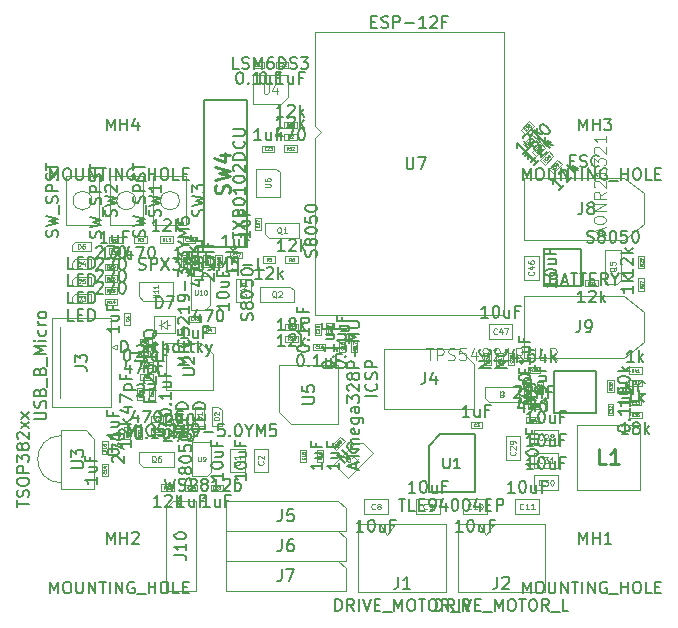
<source format=gbr>
G04 #@! TF.GenerationSoftware,KiCad,Pcbnew,(5.99.0-10089-gf88d39b4f0)*
G04 #@! TF.CreationDate,2021-04-05T01:24:08-04:00*
G04 #@! TF.ProjectId,BattlebotsController,42617474-6c65-4626-9f74-73436f6e7472,rev?*
G04 #@! TF.SameCoordinates,PXb795120PY57bcf00*
G04 #@! TF.FileFunction,AssemblyDrawing,Top*
%FSLAX46Y46*%
G04 Gerber Fmt 4.6, Leading zero omitted, Abs format (unit mm)*
G04 Created by KiCad (PCBNEW (5.99.0-10089-gf88d39b4f0)) date 2021-04-05 01:24:08*
%MOMM*%
%LPD*%
G01*
G04 APERTURE LIST*
%ADD10C,0.150000*%
%ADD11C,0.040000*%
%ADD12C,0.060000*%
%ADD13C,0.075000*%
%ADD14C,0.080000*%
%ADD15C,0.254000*%
%ADD16C,0.015000*%
%ADD17C,0.135000*%
%ADD18C,0.030000*%
%ADD19C,0.050000*%
%ADD20C,0.110000*%
%ADD21C,0.100000*%
%ADD22C,0.127000*%
%ADD23C,0.120000*%
%ADD24C,0.200000*%
G04 APERTURE END LIST*
D10*
G04 #@! TO.C,C27*
X16042380Y31054762D02*
X16042380Y30483334D01*
X16042380Y30769048D02*
X15042380Y30769048D01*
X15185238Y30673810D01*
X15280476Y30578572D01*
X15328095Y30483334D01*
X15375714Y31911905D02*
X16042380Y31911905D01*
X15375714Y31483334D02*
X15899523Y31483334D01*
X15994761Y31530953D01*
X16042380Y31626191D01*
X16042380Y31769048D01*
X15994761Y31864286D01*
X15947142Y31911905D01*
X15518571Y32721429D02*
X15518571Y32388096D01*
X16042380Y32388096D02*
X15042380Y32388096D01*
X15042380Y32864286D01*
D11*
X16839285Y31489286D02*
X16851190Y31477381D01*
X16863095Y31441667D01*
X16863095Y31417858D01*
X16851190Y31382143D01*
X16827380Y31358334D01*
X16803571Y31346429D01*
X16755952Y31334524D01*
X16720238Y31334524D01*
X16672619Y31346429D01*
X16648809Y31358334D01*
X16625000Y31382143D01*
X16613095Y31417858D01*
X16613095Y31441667D01*
X16625000Y31477381D01*
X16636904Y31489286D01*
X16636904Y31584524D02*
X16625000Y31596429D01*
X16613095Y31620239D01*
X16613095Y31679762D01*
X16625000Y31703572D01*
X16636904Y31715477D01*
X16660714Y31727381D01*
X16684523Y31727381D01*
X16720238Y31715477D01*
X16863095Y31572620D01*
X16863095Y31727381D01*
X16613095Y31810715D02*
X16613095Y31977381D01*
X16863095Y31870239D01*
D10*
G04 #@! TO.C,C23*
X17024761Y38707620D02*
X16453333Y38707620D01*
X16739047Y38707620D02*
X16739047Y39707620D01*
X16643809Y39564762D01*
X16548571Y39469524D01*
X16453333Y39421905D01*
X17881904Y39374286D02*
X17881904Y38707620D01*
X17453333Y39374286D02*
X17453333Y38850477D01*
X17500952Y38755239D01*
X17596190Y38707620D01*
X17739047Y38707620D01*
X17834285Y38755239D01*
X17881904Y38802858D01*
X18691428Y39231429D02*
X18358095Y39231429D01*
X18358095Y38707620D02*
X18358095Y39707620D01*
X18834285Y39707620D01*
D11*
X17459285Y37910715D02*
X17447380Y37898810D01*
X17411666Y37886905D01*
X17387857Y37886905D01*
X17352142Y37898810D01*
X17328333Y37922620D01*
X17316428Y37946429D01*
X17304523Y37994048D01*
X17304523Y38029762D01*
X17316428Y38077381D01*
X17328333Y38101191D01*
X17352142Y38125000D01*
X17387857Y38136905D01*
X17411666Y38136905D01*
X17447380Y38125000D01*
X17459285Y38113096D01*
X17554523Y38113096D02*
X17566428Y38125000D01*
X17590238Y38136905D01*
X17649761Y38136905D01*
X17673571Y38125000D01*
X17685476Y38113096D01*
X17697380Y38089286D01*
X17697380Y38065477D01*
X17685476Y38029762D01*
X17542619Y37886905D01*
X17697380Y37886905D01*
X17780714Y38136905D02*
X17935476Y38136905D01*
X17852142Y38041667D01*
X17887857Y38041667D01*
X17911666Y38029762D01*
X17923571Y38017858D01*
X17935476Y37994048D01*
X17935476Y37934524D01*
X17923571Y37910715D01*
X17911666Y37898810D01*
X17887857Y37886905D01*
X17816428Y37886905D01*
X17792619Y37898810D01*
X17780714Y37910715D01*
D10*
G04 #@! TO.C,C16*
X23612380Y11404762D02*
X23612380Y10833334D01*
X23612380Y11119048D02*
X22612380Y11119048D01*
X22755238Y11023810D01*
X22850476Y10928572D01*
X22898095Y10833334D01*
X22945714Y12261905D02*
X23612380Y12261905D01*
X22945714Y11833334D02*
X23469523Y11833334D01*
X23564761Y11880953D01*
X23612380Y11976191D01*
X23612380Y12119048D01*
X23564761Y12214286D01*
X23517142Y12261905D01*
X23088571Y13071429D02*
X23088571Y12738096D01*
X23612380Y12738096D02*
X22612380Y12738096D01*
X22612380Y13214286D01*
D11*
X22089285Y11839286D02*
X22101190Y11827381D01*
X22113095Y11791667D01*
X22113095Y11767858D01*
X22101190Y11732143D01*
X22077380Y11708334D01*
X22053571Y11696429D01*
X22005952Y11684524D01*
X21970238Y11684524D01*
X21922619Y11696429D01*
X21898809Y11708334D01*
X21875000Y11732143D01*
X21863095Y11767858D01*
X21863095Y11791667D01*
X21875000Y11827381D01*
X21886904Y11839286D01*
X22113095Y12077381D02*
X22113095Y11934524D01*
X22113095Y12005953D02*
X21863095Y12005953D01*
X21898809Y11982143D01*
X21922619Y11958334D01*
X21934523Y11934524D01*
X21863095Y12291667D02*
X21863095Y12244048D01*
X21875000Y12220239D01*
X21886904Y12208334D01*
X21922619Y12184524D01*
X21970238Y12172620D01*
X22065476Y12172620D01*
X22089285Y12184524D01*
X22101190Y12196429D01*
X22113095Y12220239D01*
X22113095Y12267858D01*
X22101190Y12291667D01*
X22089285Y12303572D01*
X22065476Y12315477D01*
X22005952Y12315477D01*
X21982142Y12303572D01*
X21970238Y12291667D01*
X21958333Y12267858D01*
X21958333Y12220239D01*
X21970238Y12196429D01*
X21982142Y12184524D01*
X22005952Y12172620D01*
D10*
G04 #@! TO.C,C15*
X22212380Y11404762D02*
X22212380Y10833334D01*
X22212380Y11119048D02*
X21212380Y11119048D01*
X21355238Y11023810D01*
X21450476Y10928572D01*
X21498095Y10833334D01*
X21545714Y12261905D02*
X22212380Y12261905D01*
X21545714Y11833334D02*
X22069523Y11833334D01*
X22164761Y11880953D01*
X22212380Y11976191D01*
X22212380Y12119048D01*
X22164761Y12214286D01*
X22117142Y12261905D01*
X21688571Y13071429D02*
X21688571Y12738096D01*
X22212380Y12738096D02*
X21212380Y12738096D01*
X21212380Y13214286D01*
D11*
X20689285Y11839286D02*
X20701190Y11827381D01*
X20713095Y11791667D01*
X20713095Y11767858D01*
X20701190Y11732143D01*
X20677380Y11708334D01*
X20653571Y11696429D01*
X20605952Y11684524D01*
X20570238Y11684524D01*
X20522619Y11696429D01*
X20498809Y11708334D01*
X20475000Y11732143D01*
X20463095Y11767858D01*
X20463095Y11791667D01*
X20475000Y11827381D01*
X20486904Y11839286D01*
X20713095Y12077381D02*
X20713095Y11934524D01*
X20713095Y12005953D02*
X20463095Y12005953D01*
X20498809Y11982143D01*
X20522619Y11958334D01*
X20534523Y11934524D01*
X20463095Y12303572D02*
X20463095Y12184524D01*
X20582142Y12172620D01*
X20570238Y12184524D01*
X20558333Y12208334D01*
X20558333Y12267858D01*
X20570238Y12291667D01*
X20582142Y12303572D01*
X20605952Y12315477D01*
X20665476Y12315477D01*
X20689285Y12303572D01*
X20701190Y12291667D01*
X20713095Y12267858D01*
X20713095Y12208334D01*
X20701190Y12184524D01*
X20689285Y12172620D01*
D10*
G04 #@! TO.C,C14*
X3092380Y10204762D02*
X3092380Y9633334D01*
X3092380Y9919048D02*
X2092380Y9919048D01*
X2235238Y9823810D01*
X2330476Y9728572D01*
X2378095Y9633334D01*
X2425714Y11061905D02*
X3092380Y11061905D01*
X2425714Y10633334D02*
X2949523Y10633334D01*
X3044761Y10680953D01*
X3092380Y10776191D01*
X3092380Y10919048D01*
X3044761Y11014286D01*
X2997142Y11061905D01*
X2568571Y11871429D02*
X2568571Y11538096D01*
X3092380Y11538096D02*
X2092380Y11538096D01*
X2092380Y12014286D01*
D11*
X3889285Y10639286D02*
X3901190Y10627381D01*
X3913095Y10591667D01*
X3913095Y10567858D01*
X3901190Y10532143D01*
X3877380Y10508334D01*
X3853571Y10496429D01*
X3805952Y10484524D01*
X3770238Y10484524D01*
X3722619Y10496429D01*
X3698809Y10508334D01*
X3675000Y10532143D01*
X3663095Y10567858D01*
X3663095Y10591667D01*
X3675000Y10627381D01*
X3686904Y10639286D01*
X3913095Y10877381D02*
X3913095Y10734524D01*
X3913095Y10805953D02*
X3663095Y10805953D01*
X3698809Y10782143D01*
X3722619Y10758334D01*
X3734523Y10734524D01*
X3746428Y11091667D02*
X3913095Y11091667D01*
X3651190Y11032143D02*
X3829761Y10972620D01*
X3829761Y11127381D01*
D10*
G04 #@! TO.C,C4*
X4982380Y23004762D02*
X4982380Y22433334D01*
X4982380Y22719048D02*
X3982380Y22719048D01*
X4125238Y22623810D01*
X4220476Y22528572D01*
X4268095Y22433334D01*
X4315714Y23861905D02*
X4982380Y23861905D01*
X4315714Y23433334D02*
X4839523Y23433334D01*
X4934761Y23480953D01*
X4982380Y23576191D01*
X4982380Y23719048D01*
X4934761Y23814286D01*
X4887142Y23861905D01*
X4458571Y24671429D02*
X4458571Y24338096D01*
X4982380Y24338096D02*
X3982380Y24338096D01*
X3982380Y24814286D01*
D11*
X5789285Y23558334D02*
X5801190Y23546429D01*
X5813095Y23510715D01*
X5813095Y23486905D01*
X5801190Y23451191D01*
X5777380Y23427381D01*
X5753571Y23415477D01*
X5705952Y23403572D01*
X5670238Y23403572D01*
X5622619Y23415477D01*
X5598809Y23427381D01*
X5575000Y23451191D01*
X5563095Y23486905D01*
X5563095Y23510715D01*
X5575000Y23546429D01*
X5586904Y23558334D01*
X5646428Y23772620D02*
X5813095Y23772620D01*
X5551190Y23713096D02*
X5729761Y23653572D01*
X5729761Y23808334D01*
D10*
G04 #@! TO.C,C5*
X5607142Y21027620D02*
X5702380Y21027620D01*
X5797619Y20980000D01*
X5845238Y20932381D01*
X5892857Y20837143D01*
X5940476Y20646667D01*
X5940476Y20408572D01*
X5892857Y20218096D01*
X5845238Y20122858D01*
X5797619Y20075239D01*
X5702380Y20027620D01*
X5607142Y20027620D01*
X5511904Y20075239D01*
X5464285Y20122858D01*
X5416666Y20218096D01*
X5369047Y20408572D01*
X5369047Y20646667D01*
X5416666Y20837143D01*
X5464285Y20932381D01*
X5511904Y20980000D01*
X5607142Y21027620D01*
X6369047Y20122858D02*
X6416666Y20075239D01*
X6369047Y20027620D01*
X6321428Y20075239D01*
X6369047Y20122858D01*
X6369047Y20027620D01*
X7369047Y20027620D02*
X6797619Y20027620D01*
X7083333Y20027620D02*
X7083333Y21027620D01*
X6988095Y20884762D01*
X6892857Y20789524D01*
X6797619Y20741905D01*
X8226190Y20694286D02*
X8226190Y20027620D01*
X7797619Y20694286D02*
X7797619Y20170477D01*
X7845238Y20075239D01*
X7940476Y20027620D01*
X8083333Y20027620D01*
X8178571Y20075239D01*
X8226190Y20122858D01*
X9035714Y20551429D02*
X8702380Y20551429D01*
X8702380Y20027620D02*
X8702380Y21027620D01*
X9178571Y21027620D01*
D11*
X7208333Y21560715D02*
X7196428Y21548810D01*
X7160714Y21536905D01*
X7136904Y21536905D01*
X7101190Y21548810D01*
X7077380Y21572620D01*
X7065476Y21596429D01*
X7053571Y21644048D01*
X7053571Y21679762D01*
X7065476Y21727381D01*
X7077380Y21751191D01*
X7101190Y21775000D01*
X7136904Y21786905D01*
X7160714Y21786905D01*
X7196428Y21775000D01*
X7208333Y21763096D01*
X7434523Y21786905D02*
X7315476Y21786905D01*
X7303571Y21667858D01*
X7315476Y21679762D01*
X7339285Y21691667D01*
X7398809Y21691667D01*
X7422619Y21679762D01*
X7434523Y21667858D01*
X7446428Y21644048D01*
X7446428Y21584524D01*
X7434523Y21560715D01*
X7422619Y21548810D01*
X7398809Y21536905D01*
X7339285Y21536905D01*
X7315476Y21548810D01*
X7303571Y21560715D01*
D10*
G04 #@! TO.C,C24*
X3982380Y12257143D02*
X3982380Y12352381D01*
X4030000Y12447620D01*
X4077619Y12495239D01*
X4172857Y12542858D01*
X4363333Y12590477D01*
X4601428Y12590477D01*
X4791904Y12542858D01*
X4887142Y12495239D01*
X4934761Y12447620D01*
X4982380Y12352381D01*
X4982380Y12257143D01*
X4934761Y12161905D01*
X4887142Y12114286D01*
X4791904Y12066667D01*
X4601428Y12019048D01*
X4363333Y12019048D01*
X4172857Y12066667D01*
X4077619Y12114286D01*
X4030000Y12161905D01*
X3982380Y12257143D01*
X4887142Y13019048D02*
X4934761Y13066667D01*
X4982380Y13019048D01*
X4934761Y12971429D01*
X4887142Y13019048D01*
X4982380Y13019048D01*
X4982380Y14019048D02*
X4982380Y13447620D01*
X4982380Y13733334D02*
X3982380Y13733334D01*
X4125238Y13638096D01*
X4220476Y13542858D01*
X4268095Y13447620D01*
X4315714Y14876191D02*
X4982380Y14876191D01*
X4315714Y14447620D02*
X4839523Y14447620D01*
X4934761Y14495239D01*
X4982380Y14590477D01*
X4982380Y14733334D01*
X4934761Y14828572D01*
X4887142Y14876191D01*
X4458571Y15685715D02*
X4458571Y15352381D01*
X4982380Y15352381D02*
X3982380Y15352381D01*
X3982380Y15828572D01*
D11*
X5789285Y13739286D02*
X5801190Y13727381D01*
X5813095Y13691667D01*
X5813095Y13667858D01*
X5801190Y13632143D01*
X5777380Y13608334D01*
X5753571Y13596429D01*
X5705952Y13584524D01*
X5670238Y13584524D01*
X5622619Y13596429D01*
X5598809Y13608334D01*
X5575000Y13632143D01*
X5563095Y13667858D01*
X5563095Y13691667D01*
X5575000Y13727381D01*
X5586904Y13739286D01*
X5586904Y13834524D02*
X5575000Y13846429D01*
X5563095Y13870239D01*
X5563095Y13929762D01*
X5575000Y13953572D01*
X5586904Y13965477D01*
X5610714Y13977381D01*
X5634523Y13977381D01*
X5670238Y13965477D01*
X5813095Y13822620D01*
X5813095Y13977381D01*
X5646428Y14191667D02*
X5813095Y14191667D01*
X5551190Y14132143D02*
X5729761Y14072620D01*
X5729761Y14227381D01*
D10*
G04 #@! TO.C,D6*
X1157142Y27827620D02*
X680952Y27827620D01*
X680952Y28827620D01*
X1490476Y28351429D02*
X1823809Y28351429D01*
X1966666Y27827620D02*
X1490476Y27827620D01*
X1490476Y28827620D01*
X1966666Y28827620D01*
X2395238Y27827620D02*
X2395238Y28827620D01*
X2633333Y28827620D01*
X2776190Y28780000D01*
X2871428Y28684762D01*
X2919047Y28589524D01*
X2966666Y28399048D01*
X2966666Y28256191D01*
X2919047Y28065715D01*
X2871428Y27970477D01*
X2776190Y27875239D01*
X2633333Y27827620D01*
X2395238Y27827620D01*
D12*
X1504761Y29529048D02*
X1504761Y29929048D01*
X1600000Y29929048D01*
X1657142Y29910000D01*
X1695238Y29871905D01*
X1714285Y29833810D01*
X1733333Y29757620D01*
X1733333Y29700477D01*
X1714285Y29624286D01*
X1695238Y29586191D01*
X1657142Y29548096D01*
X1600000Y29529048D01*
X1504761Y29529048D01*
X2076190Y29929048D02*
X2000000Y29929048D01*
X1961904Y29910000D01*
X1942857Y29890953D01*
X1904761Y29833810D01*
X1885714Y29757620D01*
X1885714Y29605239D01*
X1904761Y29567143D01*
X1923809Y29548096D01*
X1961904Y29529048D01*
X2038095Y29529048D01*
X2076190Y29548096D01*
X2095238Y29567143D01*
X2114285Y29605239D01*
X2114285Y29700477D01*
X2095238Y29738572D01*
X2076190Y29757620D01*
X2038095Y29776667D01*
X1961904Y29776667D01*
X1923809Y29757620D01*
X1904761Y29738572D01*
X1885714Y29700477D01*
D10*
G04 #@! TO.C,D3*
X1157142Y23417620D02*
X680952Y23417620D01*
X680952Y24417620D01*
X1490476Y23941429D02*
X1823809Y23941429D01*
X1966666Y23417620D02*
X1490476Y23417620D01*
X1490476Y24417620D01*
X1966666Y24417620D01*
X2395238Y23417620D02*
X2395238Y24417620D01*
X2633333Y24417620D01*
X2776190Y24370000D01*
X2871428Y24274762D01*
X2919047Y24179524D01*
X2966666Y23989048D01*
X2966666Y23846191D01*
X2919047Y23655715D01*
X2871428Y23560477D01*
X2776190Y23465239D01*
X2633333Y23417620D01*
X2395238Y23417620D01*
D12*
X1504761Y25119048D02*
X1504761Y25519048D01*
X1600000Y25519048D01*
X1657142Y25500000D01*
X1695238Y25461905D01*
X1714285Y25423810D01*
X1733333Y25347620D01*
X1733333Y25290477D01*
X1714285Y25214286D01*
X1695238Y25176191D01*
X1657142Y25138096D01*
X1600000Y25119048D01*
X1504761Y25119048D01*
X1866666Y25519048D02*
X2114285Y25519048D01*
X1980952Y25366667D01*
X2038095Y25366667D01*
X2076190Y25347620D01*
X2095238Y25328572D01*
X2114285Y25290477D01*
X2114285Y25195239D01*
X2095238Y25157143D01*
X2076190Y25138096D01*
X2038095Y25119048D01*
X1923809Y25119048D01*
X1885714Y25138096D01*
X1866666Y25157143D01*
D10*
G04 #@! TO.C,J4*
X26842380Y17053810D02*
X25842380Y17053810D01*
X26747142Y18101429D02*
X26794761Y18053810D01*
X26842380Y17910953D01*
X26842380Y17815715D01*
X26794761Y17672858D01*
X26699523Y17577620D01*
X26604285Y17530000D01*
X26413809Y17482381D01*
X26270952Y17482381D01*
X26080476Y17530000D01*
X25985238Y17577620D01*
X25890000Y17672858D01*
X25842380Y17815715D01*
X25842380Y17910953D01*
X25890000Y18053810D01*
X25937619Y18101429D01*
X26794761Y18482381D02*
X26842380Y18625239D01*
X26842380Y18863334D01*
X26794761Y18958572D01*
X26747142Y19006191D01*
X26651904Y19053810D01*
X26556666Y19053810D01*
X26461428Y19006191D01*
X26413809Y18958572D01*
X26366190Y18863334D01*
X26318571Y18672858D01*
X26270952Y18577620D01*
X26223333Y18530000D01*
X26128095Y18482381D01*
X26032857Y18482381D01*
X25937619Y18530000D01*
X25890000Y18577620D01*
X25842380Y18672858D01*
X25842380Y18910953D01*
X25890000Y19053810D01*
X26842380Y19482381D02*
X25842380Y19482381D01*
X25842380Y19863334D01*
X25890000Y19958572D01*
X25937619Y20006191D01*
X26032857Y20053810D01*
X26175714Y20053810D01*
X26270952Y20006191D01*
X26318571Y19958572D01*
X26366190Y19863334D01*
X26366190Y19482381D01*
X30926666Y19077620D02*
X30926666Y18363334D01*
X30879047Y18220477D01*
X30783809Y18125239D01*
X30640952Y18077620D01*
X30545714Y18077620D01*
X31831428Y18744286D02*
X31831428Y18077620D01*
X31593333Y19125239D02*
X31355238Y18410953D01*
X31974285Y18410953D01*
G04 #@! TO.C,J5*
X18781866Y7447820D02*
X18781866Y6733534D01*
X18734247Y6590677D01*
X18639009Y6495439D01*
X18496152Y6447820D01*
X18400914Y6447820D01*
X19734247Y7447820D02*
X19258057Y7447820D01*
X19210438Y6971629D01*
X19258057Y7019248D01*
X19353295Y7066867D01*
X19591390Y7066867D01*
X19686628Y7019248D01*
X19734247Y6971629D01*
X19781866Y6876391D01*
X19781866Y6638296D01*
X19734247Y6543058D01*
X19686628Y6495439D01*
X19591390Y6447820D01*
X19353295Y6447820D01*
X19258057Y6495439D01*
X19210438Y6543058D01*
G04 #@! TO.C,J7*
X18781866Y2367820D02*
X18781866Y1653534D01*
X18734247Y1510677D01*
X18639009Y1415439D01*
X18496152Y1367820D01*
X18400914Y1367820D01*
X19162819Y2367820D02*
X19829485Y2367820D01*
X19400914Y1367820D01*
G04 #@! TO.C,Q2*
X16267261Y23472024D02*
X16314880Y23614881D01*
X16314880Y23852977D01*
X16267261Y23948215D01*
X16219642Y23995834D01*
X16124404Y24043453D01*
X16029166Y24043453D01*
X15933928Y23995834D01*
X15886309Y23948215D01*
X15838690Y23852977D01*
X15791071Y23662500D01*
X15743452Y23567262D01*
X15695833Y23519643D01*
X15600595Y23472024D01*
X15505357Y23472024D01*
X15410119Y23519643D01*
X15362500Y23567262D01*
X15314880Y23662500D01*
X15314880Y23900596D01*
X15362500Y24043453D01*
X15743452Y24614881D02*
X15695833Y24519643D01*
X15648214Y24472024D01*
X15552976Y24424405D01*
X15505357Y24424405D01*
X15410119Y24472024D01*
X15362500Y24519643D01*
X15314880Y24614881D01*
X15314880Y24805358D01*
X15362500Y24900596D01*
X15410119Y24948215D01*
X15505357Y24995834D01*
X15552976Y24995834D01*
X15648214Y24948215D01*
X15695833Y24900596D01*
X15743452Y24805358D01*
X15743452Y24614881D01*
X15791071Y24519643D01*
X15838690Y24472024D01*
X15933928Y24424405D01*
X16124404Y24424405D01*
X16219642Y24472024D01*
X16267261Y24519643D01*
X16314880Y24614881D01*
X16314880Y24805358D01*
X16267261Y24900596D01*
X16219642Y24948215D01*
X16124404Y24995834D01*
X15933928Y24995834D01*
X15838690Y24948215D01*
X15791071Y24900596D01*
X15743452Y24805358D01*
X15314880Y25614881D02*
X15314880Y25710120D01*
X15362500Y25805358D01*
X15410119Y25852977D01*
X15505357Y25900596D01*
X15695833Y25948215D01*
X15933928Y25948215D01*
X16124404Y25900596D01*
X16219642Y25852977D01*
X16267261Y25805358D01*
X16314880Y25710120D01*
X16314880Y25614881D01*
X16267261Y25519643D01*
X16219642Y25472024D01*
X16124404Y25424405D01*
X15933928Y25376786D01*
X15695833Y25376786D01*
X15505357Y25424405D01*
X15410119Y25472024D01*
X15362500Y25519643D01*
X15314880Y25614881D01*
X15314880Y26852977D02*
X15314880Y26376786D01*
X15791071Y26329167D01*
X15743452Y26376786D01*
X15695833Y26472024D01*
X15695833Y26710120D01*
X15743452Y26805358D01*
X15791071Y26852977D01*
X15886309Y26900596D01*
X16124404Y26900596D01*
X16219642Y26852977D01*
X16267261Y26805358D01*
X16314880Y26710120D01*
X16314880Y26472024D01*
X16267261Y26376786D01*
X16219642Y26329167D01*
X15314880Y27519643D02*
X15314880Y27614881D01*
X15362500Y27710120D01*
X15410119Y27757739D01*
X15505357Y27805358D01*
X15695833Y27852977D01*
X15933928Y27852977D01*
X16124404Y27805358D01*
X16219642Y27757739D01*
X16267261Y27710120D01*
X16314880Y27614881D01*
X16314880Y27519643D01*
X16267261Y27424405D01*
X16219642Y27376786D01*
X16124404Y27329167D01*
X15933928Y27281548D01*
X15695833Y27281548D01*
X15505357Y27329167D01*
X15410119Y27376786D01*
X15362500Y27424405D01*
X15314880Y27519643D01*
D13*
X18314880Y25388691D02*
X18267261Y25412500D01*
X18219642Y25460120D01*
X18148214Y25531548D01*
X18100595Y25555358D01*
X18052976Y25555358D01*
X18076785Y25436310D02*
X18029166Y25460120D01*
X17981547Y25507739D01*
X17957738Y25602977D01*
X17957738Y25769643D01*
X17981547Y25864881D01*
X18029166Y25912500D01*
X18076785Y25936310D01*
X18172023Y25936310D01*
X18219642Y25912500D01*
X18267261Y25864881D01*
X18291071Y25769643D01*
X18291071Y25602977D01*
X18267261Y25507739D01*
X18219642Y25460120D01*
X18172023Y25436310D01*
X18076785Y25436310D01*
X18481547Y25888691D02*
X18505357Y25912500D01*
X18552976Y25936310D01*
X18672023Y25936310D01*
X18719642Y25912500D01*
X18743452Y25888691D01*
X18767261Y25841072D01*
X18767261Y25793453D01*
X18743452Y25722024D01*
X18457738Y25436310D01*
X18767261Y25436310D01*
D10*
G04 #@! TO.C,R9*
X8861904Y14132381D02*
X8909523Y14180000D01*
X9004761Y14227620D01*
X9242857Y14227620D01*
X9338095Y14180000D01*
X9385714Y14132381D01*
X9433333Y14037143D01*
X9433333Y13941905D01*
X9385714Y13799048D01*
X8814285Y13227620D01*
X9433333Y13227620D01*
X9766666Y14227620D02*
X10433333Y14227620D01*
X10004761Y13227620D01*
X11004761Y14227620D02*
X11100000Y14227620D01*
X11195238Y14180000D01*
X11242857Y14132381D01*
X11290476Y14037143D01*
X11338095Y13846667D01*
X11338095Y13608572D01*
X11290476Y13418096D01*
X11242857Y13322858D01*
X11195238Y13275239D01*
X11100000Y13227620D01*
X11004761Y13227620D01*
X10909523Y13275239D01*
X10861904Y13322858D01*
X10814285Y13418096D01*
X10766666Y13608572D01*
X10766666Y13846667D01*
X10814285Y14037143D01*
X10861904Y14132381D01*
X10909523Y14180000D01*
X11004761Y14227620D01*
D11*
X10058333Y14736905D02*
X9975000Y14855953D01*
X9915476Y14736905D02*
X9915476Y14986905D01*
X10010714Y14986905D01*
X10034523Y14975000D01*
X10046428Y14963096D01*
X10058333Y14939286D01*
X10058333Y14903572D01*
X10046428Y14879762D01*
X10034523Y14867858D01*
X10010714Y14855953D01*
X9915476Y14855953D01*
X10177380Y14736905D02*
X10225000Y14736905D01*
X10248809Y14748810D01*
X10260714Y14760715D01*
X10284523Y14796429D01*
X10296428Y14844048D01*
X10296428Y14939286D01*
X10284523Y14963096D01*
X10272619Y14975000D01*
X10248809Y14986905D01*
X10201190Y14986905D01*
X10177380Y14975000D01*
X10165476Y14963096D01*
X10153571Y14939286D01*
X10153571Y14879762D01*
X10165476Y14855953D01*
X10177380Y14844048D01*
X10201190Y14832143D01*
X10248809Y14832143D01*
X10272619Y14844048D01*
X10284523Y14855953D01*
X10296428Y14879762D01*
D10*
G04 #@! TO.C,R11*
X8861904Y15472381D02*
X8909523Y15520000D01*
X9004761Y15567620D01*
X9242857Y15567620D01*
X9338095Y15520000D01*
X9385714Y15472381D01*
X9433333Y15377143D01*
X9433333Y15281905D01*
X9385714Y15139048D01*
X8814285Y14567620D01*
X9433333Y14567620D01*
X9766666Y15567620D02*
X10433333Y15567620D01*
X10004761Y14567620D01*
X11004761Y15567620D02*
X11100000Y15567620D01*
X11195238Y15520000D01*
X11242857Y15472381D01*
X11290476Y15377143D01*
X11338095Y15186667D01*
X11338095Y14948572D01*
X11290476Y14758096D01*
X11242857Y14662858D01*
X11195238Y14615239D01*
X11100000Y14567620D01*
X11004761Y14567620D01*
X10909523Y14615239D01*
X10861904Y14662858D01*
X10814285Y14758096D01*
X10766666Y14948572D01*
X10766666Y15186667D01*
X10814285Y15377143D01*
X10861904Y15472381D01*
X10909523Y15520000D01*
X11004761Y15567620D01*
D11*
X9939285Y13736905D02*
X9855952Y13855953D01*
X9796428Y13736905D02*
X9796428Y13986905D01*
X9891666Y13986905D01*
X9915476Y13975000D01*
X9927380Y13963096D01*
X9939285Y13939286D01*
X9939285Y13903572D01*
X9927380Y13879762D01*
X9915476Y13867858D01*
X9891666Y13855953D01*
X9796428Y13855953D01*
X10177380Y13736905D02*
X10034523Y13736905D01*
X10105952Y13736905D02*
X10105952Y13986905D01*
X10082142Y13951191D01*
X10058333Y13927381D01*
X10034523Y13915477D01*
X10415476Y13736905D02*
X10272619Y13736905D01*
X10344047Y13736905D02*
X10344047Y13986905D01*
X10320238Y13951191D01*
X10296428Y13927381D01*
X10272619Y13915477D01*
D10*
G04 #@! TO.C,R2*
X18904761Y39717620D02*
X18333333Y39717620D01*
X18619047Y39717620D02*
X18619047Y40717620D01*
X18523809Y40574762D01*
X18428571Y40479524D01*
X18333333Y40431905D01*
X19285714Y40622381D02*
X19333333Y40670000D01*
X19428571Y40717620D01*
X19666666Y40717620D01*
X19761904Y40670000D01*
X19809523Y40622381D01*
X19857142Y40527143D01*
X19857142Y40431905D01*
X19809523Y40289048D01*
X19238095Y39717620D01*
X19857142Y39717620D01*
X20285714Y39717620D02*
X20285714Y40717620D01*
X20380952Y40098572D02*
X20666666Y39717620D01*
X20666666Y40384286D02*
X20285714Y40003334D01*
D11*
X19458333Y38886905D02*
X19375000Y39005953D01*
X19315476Y38886905D02*
X19315476Y39136905D01*
X19410714Y39136905D01*
X19434523Y39125000D01*
X19446428Y39113096D01*
X19458333Y39089286D01*
X19458333Y39053572D01*
X19446428Y39029762D01*
X19434523Y39017858D01*
X19410714Y39005953D01*
X19315476Y39005953D01*
X19553571Y39113096D02*
X19565476Y39125000D01*
X19589285Y39136905D01*
X19648809Y39136905D01*
X19672619Y39125000D01*
X19684523Y39113096D01*
X19696428Y39089286D01*
X19696428Y39065477D01*
X19684523Y39029762D01*
X19541666Y38886905D01*
X19696428Y38886905D01*
D10*
G04 #@! TO.C,R18*
X3061904Y27622381D02*
X3109523Y27670000D01*
X3204761Y27717620D01*
X3442857Y27717620D01*
X3538095Y27670000D01*
X3585714Y27622381D01*
X3633333Y27527143D01*
X3633333Y27431905D01*
X3585714Y27289048D01*
X3014285Y26717620D01*
X3633333Y26717620D01*
X3966666Y27717620D02*
X4633333Y27717620D01*
X4204761Y26717620D01*
X5204761Y27717620D02*
X5300000Y27717620D01*
X5395238Y27670000D01*
X5442857Y27622381D01*
X5490476Y27527143D01*
X5538095Y27336667D01*
X5538095Y27098572D01*
X5490476Y26908096D01*
X5442857Y26812858D01*
X5395238Y26765239D01*
X5300000Y26717620D01*
X5204761Y26717620D01*
X5109523Y26765239D01*
X5061904Y26812858D01*
X5014285Y26908096D01*
X4966666Y27098572D01*
X4966666Y27336667D01*
X5014285Y27527143D01*
X5061904Y27622381D01*
X5109523Y27670000D01*
X5204761Y27717620D01*
D11*
X4139285Y25886905D02*
X4055952Y26005953D01*
X3996428Y25886905D02*
X3996428Y26136905D01*
X4091666Y26136905D01*
X4115476Y26125000D01*
X4127380Y26113096D01*
X4139285Y26089286D01*
X4139285Y26053572D01*
X4127380Y26029762D01*
X4115476Y26017858D01*
X4091666Y26005953D01*
X3996428Y26005953D01*
X4377380Y25886905D02*
X4234523Y25886905D01*
X4305952Y25886905D02*
X4305952Y26136905D01*
X4282142Y26101191D01*
X4258333Y26077381D01*
X4234523Y26065477D01*
X4520238Y26029762D02*
X4496428Y26041667D01*
X4484523Y26053572D01*
X4472619Y26077381D01*
X4472619Y26089286D01*
X4484523Y26113096D01*
X4496428Y26125000D01*
X4520238Y26136905D01*
X4567857Y26136905D01*
X4591666Y26125000D01*
X4603571Y26113096D01*
X4615476Y26089286D01*
X4615476Y26077381D01*
X4603571Y26053572D01*
X4591666Y26041667D01*
X4567857Y26029762D01*
X4520238Y26029762D01*
X4496428Y26017858D01*
X4484523Y26005953D01*
X4472619Y25982143D01*
X4472619Y25934524D01*
X4484523Y25910715D01*
X4496428Y25898810D01*
X4520238Y25886905D01*
X4567857Y25886905D01*
X4591666Y25898810D01*
X4603571Y25910715D01*
X4615476Y25934524D01*
X4615476Y25982143D01*
X4603571Y26005953D01*
X4591666Y26017858D01*
X4567857Y26029762D01*
D10*
G04 #@! TO.C,R19*
X3061904Y29622381D02*
X3109523Y29670000D01*
X3204761Y29717620D01*
X3442857Y29717620D01*
X3538095Y29670000D01*
X3585714Y29622381D01*
X3633333Y29527143D01*
X3633333Y29431905D01*
X3585714Y29289048D01*
X3014285Y28717620D01*
X3633333Y28717620D01*
X3966666Y29717620D02*
X4633333Y29717620D01*
X4204761Y28717620D01*
X5204761Y29717620D02*
X5300000Y29717620D01*
X5395238Y29670000D01*
X5442857Y29622381D01*
X5490476Y29527143D01*
X5538095Y29336667D01*
X5538095Y29098572D01*
X5490476Y28908096D01*
X5442857Y28812858D01*
X5395238Y28765239D01*
X5300000Y28717620D01*
X5204761Y28717620D01*
X5109523Y28765239D01*
X5061904Y28812858D01*
X5014285Y28908096D01*
X4966666Y29098572D01*
X4966666Y29336667D01*
X5014285Y29527143D01*
X5061904Y29622381D01*
X5109523Y29670000D01*
X5204761Y29717620D01*
D11*
X4139285Y27886905D02*
X4055952Y28005953D01*
X3996428Y27886905D02*
X3996428Y28136905D01*
X4091666Y28136905D01*
X4115476Y28125000D01*
X4127380Y28113096D01*
X4139285Y28089286D01*
X4139285Y28053572D01*
X4127380Y28029762D01*
X4115476Y28017858D01*
X4091666Y28005953D01*
X3996428Y28005953D01*
X4377380Y27886905D02*
X4234523Y27886905D01*
X4305952Y27886905D02*
X4305952Y28136905D01*
X4282142Y28101191D01*
X4258333Y28077381D01*
X4234523Y28065477D01*
X4496428Y27886905D02*
X4544047Y27886905D01*
X4567857Y27898810D01*
X4579761Y27910715D01*
X4603571Y27946429D01*
X4615476Y27994048D01*
X4615476Y28089286D01*
X4603571Y28113096D01*
X4591666Y28125000D01*
X4567857Y28136905D01*
X4520238Y28136905D01*
X4496428Y28125000D01*
X4484523Y28113096D01*
X4472619Y28089286D01*
X4472619Y28029762D01*
X4484523Y28005953D01*
X4496428Y27994048D01*
X4520238Y27982143D01*
X4567857Y27982143D01*
X4591666Y27994048D01*
X4603571Y28005953D01*
X4615476Y28029762D01*
D10*
G04 #@! TO.C,R14*
X3061904Y26622381D02*
X3109523Y26670000D01*
X3204761Y26717620D01*
X3442857Y26717620D01*
X3538095Y26670000D01*
X3585714Y26622381D01*
X3633333Y26527143D01*
X3633333Y26431905D01*
X3585714Y26289048D01*
X3014285Y25717620D01*
X3633333Y25717620D01*
X3966666Y26717620D02*
X4633333Y26717620D01*
X4204761Y25717620D01*
X5204761Y26717620D02*
X5300000Y26717620D01*
X5395238Y26670000D01*
X5442857Y26622381D01*
X5490476Y26527143D01*
X5538095Y26336667D01*
X5538095Y26098572D01*
X5490476Y25908096D01*
X5442857Y25812858D01*
X5395238Y25765239D01*
X5300000Y25717620D01*
X5204761Y25717620D01*
X5109523Y25765239D01*
X5061904Y25812858D01*
X5014285Y25908096D01*
X4966666Y26098572D01*
X4966666Y26336667D01*
X5014285Y26527143D01*
X5061904Y26622381D01*
X5109523Y26670000D01*
X5204761Y26717620D01*
D11*
X4139285Y24886905D02*
X4055952Y25005953D01*
X3996428Y24886905D02*
X3996428Y25136905D01*
X4091666Y25136905D01*
X4115476Y25125000D01*
X4127380Y25113096D01*
X4139285Y25089286D01*
X4139285Y25053572D01*
X4127380Y25029762D01*
X4115476Y25017858D01*
X4091666Y25005953D01*
X3996428Y25005953D01*
X4377380Y24886905D02*
X4234523Y24886905D01*
X4305952Y24886905D02*
X4305952Y25136905D01*
X4282142Y25101191D01*
X4258333Y25077381D01*
X4234523Y25065477D01*
X4591666Y25053572D02*
X4591666Y24886905D01*
X4532142Y25148810D02*
X4472619Y24970239D01*
X4627380Y24970239D01*
D10*
G04 #@! TO.C,R31*
X5982380Y13304762D02*
X5982380Y12733334D01*
X5982380Y13019048D02*
X4982380Y13019048D01*
X5125238Y12923810D01*
X5220476Y12828572D01*
X5268095Y12733334D01*
X5077619Y13685715D02*
X5030000Y13733334D01*
X4982380Y13828572D01*
X4982380Y14066667D01*
X5030000Y14161905D01*
X5077619Y14209524D01*
X5172857Y14257143D01*
X5268095Y14257143D01*
X5410952Y14209524D01*
X5982380Y13638096D01*
X5982380Y14257143D01*
X5982380Y14685715D02*
X4982380Y14685715D01*
X5601428Y14780953D02*
X5982380Y15066667D01*
X5315714Y15066667D02*
X5696666Y14685715D01*
D11*
X6813095Y13739286D02*
X6694047Y13655953D01*
X6813095Y13596429D02*
X6563095Y13596429D01*
X6563095Y13691667D01*
X6575000Y13715477D01*
X6586904Y13727381D01*
X6610714Y13739286D01*
X6646428Y13739286D01*
X6670238Y13727381D01*
X6682142Y13715477D01*
X6694047Y13691667D01*
X6694047Y13596429D01*
X6563095Y13822620D02*
X6563095Y13977381D01*
X6658333Y13894048D01*
X6658333Y13929762D01*
X6670238Y13953572D01*
X6682142Y13965477D01*
X6705952Y13977381D01*
X6765476Y13977381D01*
X6789285Y13965477D01*
X6801190Y13953572D01*
X6813095Y13929762D01*
X6813095Y13858334D01*
X6801190Y13834524D01*
X6789285Y13822620D01*
X6813095Y14215477D02*
X6813095Y14072620D01*
X6813095Y14144048D02*
X6563095Y14144048D01*
X6598809Y14120239D01*
X6622619Y14096429D01*
X6634523Y14072620D01*
D10*
G04 #@! TO.C,R35*
X48104761Y13827620D02*
X47533333Y13827620D01*
X47819047Y13827620D02*
X47819047Y14827620D01*
X47723809Y14684762D01*
X47628571Y14589524D01*
X47533333Y14541905D01*
X48676190Y14399048D02*
X48580952Y14446667D01*
X48533333Y14494286D01*
X48485714Y14589524D01*
X48485714Y14637143D01*
X48533333Y14732381D01*
X48580952Y14780000D01*
X48676190Y14827620D01*
X48866666Y14827620D01*
X48961904Y14780000D01*
X49009523Y14732381D01*
X49057142Y14637143D01*
X49057142Y14589524D01*
X49009523Y14494286D01*
X48961904Y14446667D01*
X48866666Y14399048D01*
X48676190Y14399048D01*
X48580952Y14351429D01*
X48533333Y14303810D01*
X48485714Y14208572D01*
X48485714Y14018096D01*
X48533333Y13922858D01*
X48580952Y13875239D01*
X48676190Y13827620D01*
X48866666Y13827620D01*
X48961904Y13875239D01*
X49009523Y13922858D01*
X49057142Y14018096D01*
X49057142Y14208572D01*
X49009523Y14303810D01*
X48961904Y14351429D01*
X48866666Y14399048D01*
X49485714Y13827620D02*
X49485714Y14827620D01*
X49580952Y14208572D02*
X49866666Y13827620D01*
X49866666Y14494286D02*
X49485714Y14113334D01*
D11*
X48539285Y15336905D02*
X48455952Y15455953D01*
X48396428Y15336905D02*
X48396428Y15586905D01*
X48491666Y15586905D01*
X48515476Y15575000D01*
X48527380Y15563096D01*
X48539285Y15539286D01*
X48539285Y15503572D01*
X48527380Y15479762D01*
X48515476Y15467858D01*
X48491666Y15455953D01*
X48396428Y15455953D01*
X48622619Y15586905D02*
X48777380Y15586905D01*
X48694047Y15491667D01*
X48729761Y15491667D01*
X48753571Y15479762D01*
X48765476Y15467858D01*
X48777380Y15444048D01*
X48777380Y15384524D01*
X48765476Y15360715D01*
X48753571Y15348810D01*
X48729761Y15336905D01*
X48658333Y15336905D01*
X48634523Y15348810D01*
X48622619Y15360715D01*
X49003571Y15586905D02*
X48884523Y15586905D01*
X48872619Y15467858D01*
X48884523Y15479762D01*
X48908333Y15491667D01*
X48967857Y15491667D01*
X48991666Y15479762D01*
X49003571Y15467858D01*
X49015476Y15444048D01*
X49015476Y15384524D01*
X49003571Y15360715D01*
X48991666Y15348810D01*
X48967857Y15336905D01*
X48908333Y15336905D01*
X48884523Y15348810D01*
X48872619Y15360715D01*
D10*
G04 #@! TO.C,C34*
X10504761Y7677620D02*
X9933333Y7677620D01*
X10219047Y7677620D02*
X10219047Y8677620D01*
X10123809Y8534762D01*
X10028571Y8439524D01*
X9933333Y8391905D01*
X11361904Y8344286D02*
X11361904Y7677620D01*
X10933333Y8344286D02*
X10933333Y7820477D01*
X10980952Y7725239D01*
X11076190Y7677620D01*
X11219047Y7677620D01*
X11314285Y7725239D01*
X11361904Y7772858D01*
X12171428Y8201429D02*
X11838095Y8201429D01*
X11838095Y7677620D02*
X11838095Y8677620D01*
X12314285Y8677620D01*
D11*
X10939285Y9210715D02*
X10927380Y9198810D01*
X10891666Y9186905D01*
X10867857Y9186905D01*
X10832142Y9198810D01*
X10808333Y9222620D01*
X10796428Y9246429D01*
X10784523Y9294048D01*
X10784523Y9329762D01*
X10796428Y9377381D01*
X10808333Y9401191D01*
X10832142Y9425000D01*
X10867857Y9436905D01*
X10891666Y9436905D01*
X10927380Y9425000D01*
X10939285Y9413096D01*
X11022619Y9436905D02*
X11177380Y9436905D01*
X11094047Y9341667D01*
X11129761Y9341667D01*
X11153571Y9329762D01*
X11165476Y9317858D01*
X11177380Y9294048D01*
X11177380Y9234524D01*
X11165476Y9210715D01*
X11153571Y9198810D01*
X11129761Y9186905D01*
X11058333Y9186905D01*
X11034523Y9198810D01*
X11022619Y9210715D01*
X11391666Y9353572D02*
X11391666Y9186905D01*
X11332142Y9448810D02*
X11272619Y9270239D01*
X11427380Y9270239D01*
D10*
G04 #@! TO.C,C35*
X12654761Y7677620D02*
X12083333Y7677620D01*
X12369047Y7677620D02*
X12369047Y8677620D01*
X12273809Y8534762D01*
X12178571Y8439524D01*
X12083333Y8391905D01*
X13511904Y8344286D02*
X13511904Y7677620D01*
X13083333Y8344286D02*
X13083333Y7820477D01*
X13130952Y7725239D01*
X13226190Y7677620D01*
X13369047Y7677620D01*
X13464285Y7725239D01*
X13511904Y7772858D01*
X14321428Y8201429D02*
X13988095Y8201429D01*
X13988095Y7677620D02*
X13988095Y8677620D01*
X14464285Y8677620D01*
D11*
X13089285Y9210715D02*
X13077380Y9198810D01*
X13041666Y9186905D01*
X13017857Y9186905D01*
X12982142Y9198810D01*
X12958333Y9222620D01*
X12946428Y9246429D01*
X12934523Y9294048D01*
X12934523Y9329762D01*
X12946428Y9377381D01*
X12958333Y9401191D01*
X12982142Y9425000D01*
X13017857Y9436905D01*
X13041666Y9436905D01*
X13077380Y9425000D01*
X13089285Y9413096D01*
X13172619Y9436905D02*
X13327380Y9436905D01*
X13244047Y9341667D01*
X13279761Y9341667D01*
X13303571Y9329762D01*
X13315476Y9317858D01*
X13327380Y9294048D01*
X13327380Y9234524D01*
X13315476Y9210715D01*
X13303571Y9198810D01*
X13279761Y9186905D01*
X13208333Y9186905D01*
X13184523Y9198810D01*
X13172619Y9210715D01*
X13553571Y9436905D02*
X13434523Y9436905D01*
X13422619Y9317858D01*
X13434523Y9329762D01*
X13458333Y9341667D01*
X13517857Y9341667D01*
X13541666Y9329762D01*
X13553571Y9317858D01*
X13565476Y9294048D01*
X13565476Y9234524D01*
X13553571Y9210715D01*
X13541666Y9198810D01*
X13517857Y9186905D01*
X13458333Y9186905D01*
X13434523Y9198810D01*
X13422619Y9210715D01*
D10*
G04 #@! TO.C,MH1*
X39166666Y347620D02*
X39166666Y1347620D01*
X39500000Y633334D01*
X39833333Y1347620D01*
X39833333Y347620D01*
X40500000Y1347620D02*
X40690476Y1347620D01*
X40785714Y1300000D01*
X40880952Y1204762D01*
X40928571Y1014286D01*
X40928571Y680953D01*
X40880952Y490477D01*
X40785714Y395239D01*
X40690476Y347620D01*
X40500000Y347620D01*
X40404761Y395239D01*
X40309523Y490477D01*
X40261904Y680953D01*
X40261904Y1014286D01*
X40309523Y1204762D01*
X40404761Y1300000D01*
X40500000Y1347620D01*
X41357142Y1347620D02*
X41357142Y538096D01*
X41404761Y442858D01*
X41452380Y395239D01*
X41547619Y347620D01*
X41738095Y347620D01*
X41833333Y395239D01*
X41880952Y442858D01*
X41928571Y538096D01*
X41928571Y1347620D01*
X42404761Y347620D02*
X42404761Y1347620D01*
X42976190Y347620D01*
X42976190Y1347620D01*
X43309523Y1347620D02*
X43880952Y1347620D01*
X43595238Y347620D02*
X43595238Y1347620D01*
X44214285Y347620D02*
X44214285Y1347620D01*
X44690476Y347620D02*
X44690476Y1347620D01*
X45261904Y347620D01*
X45261904Y1347620D01*
X46261904Y1300000D02*
X46166666Y1347620D01*
X46023809Y1347620D01*
X45880952Y1300000D01*
X45785714Y1204762D01*
X45738095Y1109524D01*
X45690476Y919048D01*
X45690476Y776191D01*
X45738095Y585715D01*
X45785714Y490477D01*
X45880952Y395239D01*
X46023809Y347620D01*
X46119047Y347620D01*
X46261904Y395239D01*
X46309523Y442858D01*
X46309523Y776191D01*
X46119047Y776191D01*
X46500000Y252381D02*
X47261904Y252381D01*
X47500000Y347620D02*
X47500000Y1347620D01*
X47500000Y871429D02*
X48071428Y871429D01*
X48071428Y347620D02*
X48071428Y1347620D01*
X48738095Y1347620D02*
X48928571Y1347620D01*
X49023809Y1300000D01*
X49119047Y1204762D01*
X49166666Y1014286D01*
X49166666Y680953D01*
X49119047Y490477D01*
X49023809Y395239D01*
X48928571Y347620D01*
X48738095Y347620D01*
X48642857Y395239D01*
X48547619Y490477D01*
X48500000Y680953D01*
X48500000Y1014286D01*
X48547619Y1204762D01*
X48642857Y1300000D01*
X48738095Y1347620D01*
X50071428Y347620D02*
X49595238Y347620D01*
X49595238Y1347620D01*
X50404761Y871429D02*
X50738095Y871429D01*
X50880952Y347620D02*
X50404761Y347620D01*
X50404761Y1347620D01*
X50880952Y1347620D01*
X43966666Y4547620D02*
X43966666Y5547620D01*
X44300000Y4833334D01*
X44633333Y5547620D01*
X44633333Y4547620D01*
X45109523Y4547620D02*
X45109523Y5547620D01*
X45109523Y5071429D02*
X45680952Y5071429D01*
X45680952Y4547620D02*
X45680952Y5547620D01*
X46680952Y4547620D02*
X46109523Y4547620D01*
X46395238Y4547620D02*
X46395238Y5547620D01*
X46300000Y5404762D01*
X46204761Y5309524D01*
X46109523Y5261905D01*
G04 #@! TO.C,MH3*
X39166666Y35347620D02*
X39166666Y36347620D01*
X39500000Y35633334D01*
X39833333Y36347620D01*
X39833333Y35347620D01*
X40500000Y36347620D02*
X40690476Y36347620D01*
X40785714Y36300000D01*
X40880952Y36204762D01*
X40928571Y36014286D01*
X40928571Y35680953D01*
X40880952Y35490477D01*
X40785714Y35395239D01*
X40690476Y35347620D01*
X40500000Y35347620D01*
X40404761Y35395239D01*
X40309523Y35490477D01*
X40261904Y35680953D01*
X40261904Y36014286D01*
X40309523Y36204762D01*
X40404761Y36300000D01*
X40500000Y36347620D01*
X41357142Y36347620D02*
X41357142Y35538096D01*
X41404761Y35442858D01*
X41452380Y35395239D01*
X41547619Y35347620D01*
X41738095Y35347620D01*
X41833333Y35395239D01*
X41880952Y35442858D01*
X41928571Y35538096D01*
X41928571Y36347620D01*
X42404761Y35347620D02*
X42404761Y36347620D01*
X42976190Y35347620D01*
X42976190Y36347620D01*
X43309523Y36347620D02*
X43880952Y36347620D01*
X43595238Y35347620D02*
X43595238Y36347620D01*
X44214285Y35347620D02*
X44214285Y36347620D01*
X44690476Y35347620D02*
X44690476Y36347620D01*
X45261904Y35347620D01*
X45261904Y36347620D01*
X46261904Y36300000D02*
X46166666Y36347620D01*
X46023809Y36347620D01*
X45880952Y36300000D01*
X45785714Y36204762D01*
X45738095Y36109524D01*
X45690476Y35919048D01*
X45690476Y35776191D01*
X45738095Y35585715D01*
X45785714Y35490477D01*
X45880952Y35395239D01*
X46023809Y35347620D01*
X46119047Y35347620D01*
X46261904Y35395239D01*
X46309523Y35442858D01*
X46309523Y35776191D01*
X46119047Y35776191D01*
X46500000Y35252381D02*
X47261904Y35252381D01*
X47500000Y35347620D02*
X47500000Y36347620D01*
X47500000Y35871429D02*
X48071428Y35871429D01*
X48071428Y35347620D02*
X48071428Y36347620D01*
X48738095Y36347620D02*
X48928571Y36347620D01*
X49023809Y36300000D01*
X49119047Y36204762D01*
X49166666Y36014286D01*
X49166666Y35680953D01*
X49119047Y35490477D01*
X49023809Y35395239D01*
X48928571Y35347620D01*
X48738095Y35347620D01*
X48642857Y35395239D01*
X48547619Y35490477D01*
X48500000Y35680953D01*
X48500000Y36014286D01*
X48547619Y36204762D01*
X48642857Y36300000D01*
X48738095Y36347620D01*
X50071428Y35347620D02*
X49595238Y35347620D01*
X49595238Y36347620D01*
X50404761Y35871429D02*
X50738095Y35871429D01*
X50880952Y35347620D02*
X50404761Y35347620D01*
X50404761Y36347620D01*
X50880952Y36347620D01*
X43966666Y39547620D02*
X43966666Y40547620D01*
X44300000Y39833334D01*
X44633333Y40547620D01*
X44633333Y39547620D01*
X45109523Y39547620D02*
X45109523Y40547620D01*
X45109523Y40071429D02*
X45680952Y40071429D01*
X45680952Y39547620D02*
X45680952Y40547620D01*
X46061904Y40547620D02*
X46680952Y40547620D01*
X46347619Y40166667D01*
X46490476Y40166667D01*
X46585714Y40119048D01*
X46633333Y40071429D01*
X46680952Y39976191D01*
X46680952Y39738096D01*
X46633333Y39642858D01*
X46585714Y39595239D01*
X46490476Y39547620D01*
X46204761Y39547620D01*
X46109523Y39595239D01*
X46061904Y39642858D01*
G04 #@! TO.C,J3*
X-2185120Y15076191D02*
X-1375596Y15076191D01*
X-1280358Y15123810D01*
X-1232739Y15171429D01*
X-1185120Y15266667D01*
X-1185120Y15457143D01*
X-1232739Y15552381D01*
X-1280358Y15600000D01*
X-1375596Y15647620D01*
X-2185120Y15647620D01*
X-1232739Y16076191D02*
X-1185120Y16219048D01*
X-1185120Y16457143D01*
X-1232739Y16552381D01*
X-1280358Y16600000D01*
X-1375596Y16647620D01*
X-1470834Y16647620D01*
X-1566072Y16600000D01*
X-1613691Y16552381D01*
X-1661310Y16457143D01*
X-1708929Y16266667D01*
X-1756548Y16171429D01*
X-1804167Y16123810D01*
X-1899405Y16076191D01*
X-1994643Y16076191D01*
X-2089881Y16123810D01*
X-2137500Y16171429D01*
X-2185120Y16266667D01*
X-2185120Y16504762D01*
X-2137500Y16647620D01*
X-1708929Y17409524D02*
X-1661310Y17552381D01*
X-1613691Y17600000D01*
X-1518453Y17647620D01*
X-1375596Y17647620D01*
X-1280358Y17600000D01*
X-1232739Y17552381D01*
X-1185120Y17457143D01*
X-1185120Y17076191D01*
X-2185120Y17076191D01*
X-2185120Y17409524D01*
X-2137500Y17504762D01*
X-2089881Y17552381D01*
X-1994643Y17600000D01*
X-1899405Y17600000D01*
X-1804167Y17552381D01*
X-1756548Y17504762D01*
X-1708929Y17409524D01*
X-1708929Y17076191D01*
X-1089881Y17838096D02*
X-1089881Y18600000D01*
X-1708929Y19171429D02*
X-1661310Y19314286D01*
X-1613691Y19361905D01*
X-1518453Y19409524D01*
X-1375596Y19409524D01*
X-1280358Y19361905D01*
X-1232739Y19314286D01*
X-1185120Y19219048D01*
X-1185120Y18838096D01*
X-2185120Y18838096D01*
X-2185120Y19171429D01*
X-2137500Y19266667D01*
X-2089881Y19314286D01*
X-1994643Y19361905D01*
X-1899405Y19361905D01*
X-1804167Y19314286D01*
X-1756548Y19266667D01*
X-1708929Y19171429D01*
X-1708929Y18838096D01*
X-1089881Y19600000D02*
X-1089881Y20361905D01*
X-1185120Y20600000D02*
X-2185120Y20600000D01*
X-1470834Y20933334D01*
X-2185120Y21266667D01*
X-1185120Y21266667D01*
X-1185120Y21742858D02*
X-1851786Y21742858D01*
X-2185120Y21742858D02*
X-2137500Y21695239D01*
X-2089881Y21742858D01*
X-2137500Y21790477D01*
X-2185120Y21742858D01*
X-2089881Y21742858D01*
X-1232739Y22647620D02*
X-1185120Y22552381D01*
X-1185120Y22361905D01*
X-1232739Y22266667D01*
X-1280358Y22219048D01*
X-1375596Y22171429D01*
X-1661310Y22171429D01*
X-1756548Y22219048D01*
X-1804167Y22266667D01*
X-1851786Y22361905D01*
X-1851786Y22552381D01*
X-1804167Y22647620D01*
X-1185120Y23076191D02*
X-1851786Y23076191D01*
X-1661310Y23076191D02*
X-1756548Y23123810D01*
X-1804167Y23171429D01*
X-1851786Y23266667D01*
X-1851786Y23361905D01*
X-1185120Y23838096D02*
X-1232739Y23742858D01*
X-1280358Y23695239D01*
X-1375596Y23647620D01*
X-1661310Y23647620D01*
X-1756548Y23695239D01*
X-1804167Y23742858D01*
X-1851786Y23838096D01*
X-1851786Y23980953D01*
X-1804167Y24076191D01*
X-1756548Y24123810D01*
X-1661310Y24171429D01*
X-1375596Y24171429D01*
X-1280358Y24123810D01*
X-1232739Y24076191D01*
X-1185120Y23980953D01*
X-1185120Y23838096D01*
X1264880Y19566667D02*
X1979166Y19566667D01*
X2122023Y19519048D01*
X2217261Y19423810D01*
X2264880Y19280953D01*
X2264880Y19185715D01*
X1264880Y19947620D02*
X1264880Y20566667D01*
X1645833Y20233334D01*
X1645833Y20376191D01*
X1693452Y20471429D01*
X1741071Y20519048D01*
X1836309Y20566667D01*
X2074404Y20566667D01*
X2169642Y20519048D01*
X2217261Y20471429D01*
X2264880Y20376191D01*
X2264880Y20090477D01*
X2217261Y19995239D01*
X2169642Y19947620D01*
G04 #@! TO.C,MH4*
X-833334Y35347620D02*
X-833334Y36347620D01*
X-500000Y35633334D01*
X-166667Y36347620D01*
X-166667Y35347620D01*
X500000Y36347620D02*
X690476Y36347620D01*
X785714Y36300000D01*
X880952Y36204762D01*
X928571Y36014286D01*
X928571Y35680953D01*
X880952Y35490477D01*
X785714Y35395239D01*
X690476Y35347620D01*
X500000Y35347620D01*
X404761Y35395239D01*
X309523Y35490477D01*
X261904Y35680953D01*
X261904Y36014286D01*
X309523Y36204762D01*
X404761Y36300000D01*
X500000Y36347620D01*
X1357142Y36347620D02*
X1357142Y35538096D01*
X1404761Y35442858D01*
X1452380Y35395239D01*
X1547619Y35347620D01*
X1738095Y35347620D01*
X1833333Y35395239D01*
X1880952Y35442858D01*
X1928571Y35538096D01*
X1928571Y36347620D01*
X2404761Y35347620D02*
X2404761Y36347620D01*
X2976190Y35347620D01*
X2976190Y36347620D01*
X3309523Y36347620D02*
X3880952Y36347620D01*
X3595238Y35347620D02*
X3595238Y36347620D01*
X4214285Y35347620D02*
X4214285Y36347620D01*
X4690476Y35347620D02*
X4690476Y36347620D01*
X5261904Y35347620D01*
X5261904Y36347620D01*
X6261904Y36300000D02*
X6166666Y36347620D01*
X6023809Y36347620D01*
X5880952Y36300000D01*
X5785714Y36204762D01*
X5738095Y36109524D01*
X5690476Y35919048D01*
X5690476Y35776191D01*
X5738095Y35585715D01*
X5785714Y35490477D01*
X5880952Y35395239D01*
X6023809Y35347620D01*
X6119047Y35347620D01*
X6261904Y35395239D01*
X6309523Y35442858D01*
X6309523Y35776191D01*
X6119047Y35776191D01*
X6500000Y35252381D02*
X7261904Y35252381D01*
X7500000Y35347620D02*
X7500000Y36347620D01*
X7500000Y35871429D02*
X8071428Y35871429D01*
X8071428Y35347620D02*
X8071428Y36347620D01*
X8738095Y36347620D02*
X8928571Y36347620D01*
X9023809Y36300000D01*
X9119047Y36204762D01*
X9166666Y36014286D01*
X9166666Y35680953D01*
X9119047Y35490477D01*
X9023809Y35395239D01*
X8928571Y35347620D01*
X8738095Y35347620D01*
X8642857Y35395239D01*
X8547619Y35490477D01*
X8500000Y35680953D01*
X8500000Y36014286D01*
X8547619Y36204762D01*
X8642857Y36300000D01*
X8738095Y36347620D01*
X10071428Y35347620D02*
X9595238Y35347620D01*
X9595238Y36347620D01*
X10404761Y35871429D02*
X10738095Y35871429D01*
X10880952Y35347620D02*
X10404761Y35347620D01*
X10404761Y36347620D01*
X10880952Y36347620D01*
X3966666Y39547620D02*
X3966666Y40547620D01*
X4300000Y39833334D01*
X4633333Y40547620D01*
X4633333Y39547620D01*
X5109523Y39547620D02*
X5109523Y40547620D01*
X5109523Y40071429D02*
X5680952Y40071429D01*
X5680952Y39547620D02*
X5680952Y40547620D01*
X6585714Y40214286D02*
X6585714Y39547620D01*
X6347619Y40595239D02*
X6109523Y39880953D01*
X6728571Y39880953D01*
G04 #@! TO.C,C8*
X25678571Y5572620D02*
X25107142Y5572620D01*
X25392857Y5572620D02*
X25392857Y6572620D01*
X25297619Y6429762D01*
X25202380Y6334524D01*
X25107142Y6286905D01*
X26297619Y6572620D02*
X26392857Y6572620D01*
X26488095Y6525000D01*
X26535714Y6477381D01*
X26583333Y6382143D01*
X26630952Y6191667D01*
X26630952Y5953572D01*
X26583333Y5763096D01*
X26535714Y5667858D01*
X26488095Y5620239D01*
X26392857Y5572620D01*
X26297619Y5572620D01*
X26202380Y5620239D01*
X26154761Y5667858D01*
X26107142Y5763096D01*
X26059523Y5953572D01*
X26059523Y6191667D01*
X26107142Y6382143D01*
X26154761Y6477381D01*
X26202380Y6525000D01*
X26297619Y6572620D01*
X27488095Y6239286D02*
X27488095Y5572620D01*
X27059523Y6239286D02*
X27059523Y5715477D01*
X27107142Y5620239D01*
X27202380Y5572620D01*
X27345238Y5572620D01*
X27440476Y5620239D01*
X27488095Y5667858D01*
X28297619Y6096429D02*
X27964285Y6096429D01*
X27964285Y5572620D02*
X27964285Y6572620D01*
X28440476Y6572620D01*
D14*
X26666666Y7496429D02*
X26642857Y7472620D01*
X26571428Y7448810D01*
X26523809Y7448810D01*
X26452380Y7472620D01*
X26404761Y7520239D01*
X26380952Y7567858D01*
X26357142Y7663096D01*
X26357142Y7734524D01*
X26380952Y7829762D01*
X26404761Y7877381D01*
X26452380Y7925000D01*
X26523809Y7948810D01*
X26571428Y7948810D01*
X26642857Y7925000D01*
X26666666Y7901191D01*
X26952380Y7734524D02*
X26904761Y7758334D01*
X26880952Y7782143D01*
X26857142Y7829762D01*
X26857142Y7853572D01*
X26880952Y7901191D01*
X26904761Y7925000D01*
X26952380Y7948810D01*
X27047619Y7948810D01*
X27095238Y7925000D01*
X27119047Y7901191D01*
X27142857Y7853572D01*
X27142857Y7829762D01*
X27119047Y7782143D01*
X27095238Y7758334D01*
X27047619Y7734524D01*
X26952380Y7734524D01*
X26904761Y7710715D01*
X26880952Y7686905D01*
X26857142Y7639286D01*
X26857142Y7544048D01*
X26880952Y7496429D01*
X26904761Y7472620D01*
X26952380Y7448810D01*
X27047619Y7448810D01*
X27095238Y7472620D01*
X27119047Y7496429D01*
X27142857Y7544048D01*
X27142857Y7639286D01*
X27119047Y7686905D01*
X27095238Y7710715D01*
X27047619Y7734524D01*
D10*
G04 #@! TO.C,C9*
X30078571Y8872620D02*
X29507142Y8872620D01*
X29792857Y8872620D02*
X29792857Y9872620D01*
X29697619Y9729762D01*
X29602380Y9634524D01*
X29507142Y9586905D01*
X30697619Y9872620D02*
X30792857Y9872620D01*
X30888095Y9825000D01*
X30935714Y9777381D01*
X30983333Y9682143D01*
X31030952Y9491667D01*
X31030952Y9253572D01*
X30983333Y9063096D01*
X30935714Y8967858D01*
X30888095Y8920239D01*
X30792857Y8872620D01*
X30697619Y8872620D01*
X30602380Y8920239D01*
X30554761Y8967858D01*
X30507142Y9063096D01*
X30459523Y9253572D01*
X30459523Y9491667D01*
X30507142Y9682143D01*
X30554761Y9777381D01*
X30602380Y9825000D01*
X30697619Y9872620D01*
X31888095Y9539286D02*
X31888095Y8872620D01*
X31459523Y9539286D02*
X31459523Y9015477D01*
X31507142Y8920239D01*
X31602380Y8872620D01*
X31745238Y8872620D01*
X31840476Y8920239D01*
X31888095Y8967858D01*
X32697619Y9396429D02*
X32364285Y9396429D01*
X32364285Y8872620D02*
X32364285Y9872620D01*
X32840476Y9872620D01*
D14*
X31066666Y7496429D02*
X31042857Y7472620D01*
X30971428Y7448810D01*
X30923809Y7448810D01*
X30852380Y7472620D01*
X30804761Y7520239D01*
X30780952Y7567858D01*
X30757142Y7663096D01*
X30757142Y7734524D01*
X30780952Y7829762D01*
X30804761Y7877381D01*
X30852380Y7925000D01*
X30923809Y7948810D01*
X30971428Y7948810D01*
X31042857Y7925000D01*
X31066666Y7901191D01*
X31304761Y7448810D02*
X31400000Y7448810D01*
X31447619Y7472620D01*
X31471428Y7496429D01*
X31519047Y7567858D01*
X31542857Y7663096D01*
X31542857Y7853572D01*
X31519047Y7901191D01*
X31495238Y7925000D01*
X31447619Y7948810D01*
X31352380Y7948810D01*
X31304761Y7925000D01*
X31280952Y7901191D01*
X31257142Y7853572D01*
X31257142Y7734524D01*
X31280952Y7686905D01*
X31304761Y7663096D01*
X31352380Y7639286D01*
X31447619Y7639286D01*
X31495238Y7663096D01*
X31519047Y7686905D01*
X31542857Y7734524D01*
D10*
G04 #@! TO.C,C10*
X34078571Y5572620D02*
X33507142Y5572620D01*
X33792857Y5572620D02*
X33792857Y6572620D01*
X33697619Y6429762D01*
X33602380Y6334524D01*
X33507142Y6286905D01*
X34697619Y6572620D02*
X34792857Y6572620D01*
X34888095Y6525000D01*
X34935714Y6477381D01*
X34983333Y6382143D01*
X35030952Y6191667D01*
X35030952Y5953572D01*
X34983333Y5763096D01*
X34935714Y5667858D01*
X34888095Y5620239D01*
X34792857Y5572620D01*
X34697619Y5572620D01*
X34602380Y5620239D01*
X34554761Y5667858D01*
X34507142Y5763096D01*
X34459523Y5953572D01*
X34459523Y6191667D01*
X34507142Y6382143D01*
X34554761Y6477381D01*
X34602380Y6525000D01*
X34697619Y6572620D01*
X35888095Y6239286D02*
X35888095Y5572620D01*
X35459523Y6239286D02*
X35459523Y5715477D01*
X35507142Y5620239D01*
X35602380Y5572620D01*
X35745238Y5572620D01*
X35840476Y5620239D01*
X35888095Y5667858D01*
X36697619Y6096429D02*
X36364285Y6096429D01*
X36364285Y5572620D02*
X36364285Y6572620D01*
X36840476Y6572620D01*
D14*
X34828571Y7496429D02*
X34804761Y7472620D01*
X34733333Y7448810D01*
X34685714Y7448810D01*
X34614285Y7472620D01*
X34566666Y7520239D01*
X34542857Y7567858D01*
X34519047Y7663096D01*
X34519047Y7734524D01*
X34542857Y7829762D01*
X34566666Y7877381D01*
X34614285Y7925000D01*
X34685714Y7948810D01*
X34733333Y7948810D01*
X34804761Y7925000D01*
X34828571Y7901191D01*
X35304761Y7448810D02*
X35019047Y7448810D01*
X35161904Y7448810D02*
X35161904Y7948810D01*
X35114285Y7877381D01*
X35066666Y7829762D01*
X35019047Y7805953D01*
X35614285Y7948810D02*
X35661904Y7948810D01*
X35709523Y7925000D01*
X35733333Y7901191D01*
X35757142Y7853572D01*
X35780952Y7758334D01*
X35780952Y7639286D01*
X35757142Y7544048D01*
X35733333Y7496429D01*
X35709523Y7472620D01*
X35661904Y7448810D01*
X35614285Y7448810D01*
X35566666Y7472620D01*
X35542857Y7496429D01*
X35519047Y7544048D01*
X35495238Y7639286D01*
X35495238Y7758334D01*
X35519047Y7853572D01*
X35542857Y7901191D01*
X35566666Y7925000D01*
X35614285Y7948810D01*
D10*
G04 #@! TO.C,C11*
X38478571Y8872620D02*
X37907142Y8872620D01*
X38192857Y8872620D02*
X38192857Y9872620D01*
X38097619Y9729762D01*
X38002380Y9634524D01*
X37907142Y9586905D01*
X39097619Y9872620D02*
X39192857Y9872620D01*
X39288095Y9825000D01*
X39335714Y9777381D01*
X39383333Y9682143D01*
X39430952Y9491667D01*
X39430952Y9253572D01*
X39383333Y9063096D01*
X39335714Y8967858D01*
X39288095Y8920239D01*
X39192857Y8872620D01*
X39097619Y8872620D01*
X39002380Y8920239D01*
X38954761Y8967858D01*
X38907142Y9063096D01*
X38859523Y9253572D01*
X38859523Y9491667D01*
X38907142Y9682143D01*
X38954761Y9777381D01*
X39002380Y9825000D01*
X39097619Y9872620D01*
X40288095Y9539286D02*
X40288095Y8872620D01*
X39859523Y9539286D02*
X39859523Y9015477D01*
X39907142Y8920239D01*
X40002380Y8872620D01*
X40145238Y8872620D01*
X40240476Y8920239D01*
X40288095Y8967858D01*
X41097619Y9396429D02*
X40764285Y9396429D01*
X40764285Y8872620D02*
X40764285Y9872620D01*
X41240476Y9872620D01*
D14*
X39228571Y7496429D02*
X39204761Y7472620D01*
X39133333Y7448810D01*
X39085714Y7448810D01*
X39014285Y7472620D01*
X38966666Y7520239D01*
X38942857Y7567858D01*
X38919047Y7663096D01*
X38919047Y7734524D01*
X38942857Y7829762D01*
X38966666Y7877381D01*
X39014285Y7925000D01*
X39085714Y7948810D01*
X39133333Y7948810D01*
X39204761Y7925000D01*
X39228571Y7901191D01*
X39704761Y7448810D02*
X39419047Y7448810D01*
X39561904Y7448810D02*
X39561904Y7948810D01*
X39514285Y7877381D01*
X39466666Y7829762D01*
X39419047Y7805953D01*
X40180952Y7448810D02*
X39895238Y7448810D01*
X40038095Y7448810D02*
X40038095Y7948810D01*
X39990476Y7877381D01*
X39942857Y7829762D01*
X39895238Y7805953D01*
D10*
G04 #@! TO.C,J6*
X18781866Y4907820D02*
X18781866Y4193534D01*
X18734247Y4050677D01*
X18639009Y3955439D01*
X18496152Y3907820D01*
X18400914Y3907820D01*
X19686628Y4907820D02*
X19496152Y4907820D01*
X19400914Y4860200D01*
X19353295Y4812581D01*
X19258057Y4669724D01*
X19210438Y4479248D01*
X19210438Y4098296D01*
X19258057Y4003058D01*
X19305676Y3955439D01*
X19400914Y3907820D01*
X19591390Y3907820D01*
X19686628Y3955439D01*
X19734247Y4003058D01*
X19781866Y4098296D01*
X19781866Y4336391D01*
X19734247Y4431629D01*
X19686628Y4479248D01*
X19591390Y4526867D01*
X19400914Y4526867D01*
X19305676Y4479248D01*
X19258057Y4431629D01*
X19210438Y4336391D01*
G04 #@! TO.C,R24*
X44404761Y24977620D02*
X43833333Y24977620D01*
X44119047Y24977620D02*
X44119047Y25977620D01*
X44023809Y25834762D01*
X43928571Y25739524D01*
X43833333Y25691905D01*
X44785714Y25882381D02*
X44833333Y25930000D01*
X44928571Y25977620D01*
X45166666Y25977620D01*
X45261904Y25930000D01*
X45309523Y25882381D01*
X45357142Y25787143D01*
X45357142Y25691905D01*
X45309523Y25549048D01*
X44738095Y24977620D01*
X45357142Y24977620D01*
X45785714Y24977620D02*
X45785714Y25977620D01*
X45880952Y25358572D02*
X46166666Y24977620D01*
X46166666Y25644286D02*
X45785714Y25263334D01*
D11*
X44839285Y26486905D02*
X44755952Y26605953D01*
X44696428Y26486905D02*
X44696428Y26736905D01*
X44791666Y26736905D01*
X44815476Y26725000D01*
X44827380Y26713096D01*
X44839285Y26689286D01*
X44839285Y26653572D01*
X44827380Y26629762D01*
X44815476Y26617858D01*
X44791666Y26605953D01*
X44696428Y26605953D01*
X44934523Y26713096D02*
X44946428Y26725000D01*
X44970238Y26736905D01*
X45029761Y26736905D01*
X45053571Y26725000D01*
X45065476Y26713096D01*
X45077380Y26689286D01*
X45077380Y26665477D01*
X45065476Y26629762D01*
X44922619Y26486905D01*
X45077380Y26486905D01*
X45291666Y26653572D02*
X45291666Y26486905D01*
X45232142Y26748810D02*
X45172619Y26570239D01*
X45327380Y26570239D01*
D10*
G04 #@! TO.C,R29*
X48482380Y27789762D02*
X48482380Y27218334D01*
X48482380Y27504048D02*
X47482380Y27504048D01*
X47625238Y27408810D01*
X47720476Y27313572D01*
X47768095Y27218334D01*
X47577619Y28170715D02*
X47530000Y28218334D01*
X47482380Y28313572D01*
X47482380Y28551667D01*
X47530000Y28646905D01*
X47577619Y28694524D01*
X47672857Y28742143D01*
X47768095Y28742143D01*
X47910952Y28694524D01*
X48482380Y28123096D01*
X48482380Y28742143D01*
X48482380Y29170715D02*
X47482380Y29170715D01*
X48101428Y29265953D02*
X48482380Y29551667D01*
X47815714Y29551667D02*
X48196666Y29170715D01*
D11*
X49313095Y28224286D02*
X49194047Y28140953D01*
X49313095Y28081429D02*
X49063095Y28081429D01*
X49063095Y28176667D01*
X49075000Y28200477D01*
X49086904Y28212381D01*
X49110714Y28224286D01*
X49146428Y28224286D01*
X49170238Y28212381D01*
X49182142Y28200477D01*
X49194047Y28176667D01*
X49194047Y28081429D01*
X49086904Y28319524D02*
X49075000Y28331429D01*
X49063095Y28355239D01*
X49063095Y28414762D01*
X49075000Y28438572D01*
X49086904Y28450477D01*
X49110714Y28462381D01*
X49134523Y28462381D01*
X49170238Y28450477D01*
X49313095Y28307620D01*
X49313095Y28462381D01*
X49313095Y28581429D02*
X49313095Y28629048D01*
X49301190Y28652858D01*
X49289285Y28664762D01*
X49253571Y28688572D01*
X49205952Y28700477D01*
X49110714Y28700477D01*
X49086904Y28688572D01*
X49075000Y28676667D01*
X49063095Y28652858D01*
X49063095Y28605239D01*
X49075000Y28581429D01*
X49086904Y28569524D01*
X49110714Y28557620D01*
X49170238Y28557620D01*
X49194047Y28569524D01*
X49205952Y28581429D01*
X49217857Y28605239D01*
X49217857Y28652858D01*
X49205952Y28676667D01*
X49194047Y28688572D01*
X49170238Y28700477D01*
D10*
G04 #@! TO.C,R27*
X48482380Y26380953D02*
X48482380Y25809524D01*
X48482380Y26095239D02*
X47482380Y26095239D01*
X47625238Y26000000D01*
X47720476Y25904762D01*
X47768095Y25809524D01*
X48482380Y26809524D02*
X47482380Y26809524D01*
X48101428Y26904762D02*
X48482380Y27190477D01*
X47815714Y27190477D02*
X48196666Y26809524D01*
D11*
X49313095Y26339286D02*
X49194047Y26255953D01*
X49313095Y26196429D02*
X49063095Y26196429D01*
X49063095Y26291667D01*
X49075000Y26315477D01*
X49086904Y26327381D01*
X49110714Y26339286D01*
X49146428Y26339286D01*
X49170238Y26327381D01*
X49182142Y26315477D01*
X49194047Y26291667D01*
X49194047Y26196429D01*
X49086904Y26434524D02*
X49075000Y26446429D01*
X49063095Y26470239D01*
X49063095Y26529762D01*
X49075000Y26553572D01*
X49086904Y26565477D01*
X49110714Y26577381D01*
X49134523Y26577381D01*
X49170238Y26565477D01*
X49313095Y26422620D01*
X49313095Y26577381D01*
X49063095Y26660715D02*
X49063095Y26827381D01*
X49313095Y26720239D01*
D10*
G04 #@! TO.C,C46*
X42002380Y26828572D02*
X42002380Y26257143D01*
X42002380Y26542858D02*
X41002380Y26542858D01*
X41145238Y26447620D01*
X41240476Y26352381D01*
X41288095Y26257143D01*
X41002380Y27447620D02*
X41002380Y27542858D01*
X41050000Y27638096D01*
X41097619Y27685715D01*
X41192857Y27733334D01*
X41383333Y27780953D01*
X41621428Y27780953D01*
X41811904Y27733334D01*
X41907142Y27685715D01*
X41954761Y27638096D01*
X42002380Y27542858D01*
X42002380Y27447620D01*
X41954761Y27352381D01*
X41907142Y27304762D01*
X41811904Y27257143D01*
X41621428Y27209524D01*
X41383333Y27209524D01*
X41192857Y27257143D01*
X41097619Y27304762D01*
X41050000Y27352381D01*
X41002380Y27447620D01*
X41335714Y28638096D02*
X42002380Y28638096D01*
X41335714Y28209524D02*
X41859523Y28209524D01*
X41954761Y28257143D01*
X42002380Y28352381D01*
X42002380Y28495239D01*
X41954761Y28590477D01*
X41907142Y28638096D01*
X41478571Y29447620D02*
X41478571Y29114286D01*
X42002380Y29114286D02*
X41002380Y29114286D01*
X41002380Y29590477D01*
D14*
X40078571Y27578572D02*
X40102380Y27554762D01*
X40126190Y27483334D01*
X40126190Y27435715D01*
X40102380Y27364286D01*
X40054761Y27316667D01*
X40007142Y27292858D01*
X39911904Y27269048D01*
X39840476Y27269048D01*
X39745238Y27292858D01*
X39697619Y27316667D01*
X39650000Y27364286D01*
X39626190Y27435715D01*
X39626190Y27483334D01*
X39650000Y27554762D01*
X39673809Y27578572D01*
X39792857Y28007143D02*
X40126190Y28007143D01*
X39602380Y27888096D02*
X39959523Y27769048D01*
X39959523Y28078572D01*
X39626190Y28483334D02*
X39626190Y28388096D01*
X39650000Y28340477D01*
X39673809Y28316667D01*
X39745238Y28269048D01*
X39840476Y28245239D01*
X40030952Y28245239D01*
X40078571Y28269048D01*
X40102380Y28292858D01*
X40126190Y28340477D01*
X40126190Y28435715D01*
X40102380Y28483334D01*
X40078571Y28507143D01*
X40030952Y28530953D01*
X39911904Y28530953D01*
X39864285Y28507143D01*
X39840476Y28483334D01*
X39816666Y28435715D01*
X39816666Y28340477D01*
X39840476Y28292858D01*
X39864285Y28269048D01*
X39911904Y28245239D01*
D10*
G04 #@! TO.C,J8*
X43159523Y36971429D02*
X43492857Y36971429D01*
X43635714Y36447620D02*
X43159523Y36447620D01*
X43159523Y37447620D01*
X43635714Y37447620D01*
X44016666Y36495239D02*
X44159523Y36447620D01*
X44397619Y36447620D01*
X44492857Y36495239D01*
X44540476Y36542858D01*
X44588095Y36638096D01*
X44588095Y36733334D01*
X44540476Y36828572D01*
X44492857Y36876191D01*
X44397619Y36923810D01*
X44207142Y36971429D01*
X44111904Y37019048D01*
X44064285Y37066667D01*
X44016666Y37161905D01*
X44016666Y37257143D01*
X44064285Y37352381D01*
X44111904Y37400000D01*
X44207142Y37447620D01*
X44445238Y37447620D01*
X44588095Y37400000D01*
X45588095Y36542858D02*
X45540476Y36495239D01*
X45397619Y36447620D01*
X45302380Y36447620D01*
X45159523Y36495239D01*
X45064285Y36590477D01*
X45016666Y36685715D01*
X44969047Y36876191D01*
X44969047Y37019048D01*
X45016666Y37209524D01*
X45064285Y37304762D01*
X45159523Y37400000D01*
X45302380Y37447620D01*
X45397619Y37447620D01*
X45540476Y37400000D01*
X45588095Y37352381D01*
X44216666Y33447620D02*
X44216666Y32733334D01*
X44169047Y32590477D01*
X44073809Y32495239D01*
X43930952Y32447620D01*
X43835714Y32447620D01*
X44835714Y33019048D02*
X44740476Y33066667D01*
X44692857Y33114286D01*
X44645238Y33209524D01*
X44645238Y33257143D01*
X44692857Y33352381D01*
X44740476Y33400000D01*
X44835714Y33447620D01*
X45026190Y33447620D01*
X45121428Y33400000D01*
X45169047Y33352381D01*
X45216666Y33257143D01*
X45216666Y33209524D01*
X45169047Y33114286D01*
X45121428Y33066667D01*
X45026190Y33019048D01*
X44835714Y33019048D01*
X44740476Y32971429D01*
X44692857Y32923810D01*
X44645238Y32828572D01*
X44645238Y32638096D01*
X44692857Y32542858D01*
X44740476Y32495239D01*
X44835714Y32447620D01*
X45026190Y32447620D01*
X45121428Y32495239D01*
X45169047Y32542858D01*
X45216666Y32638096D01*
X45216666Y32828572D01*
X45169047Y32923810D01*
X45121428Y32971429D01*
X45026190Y33019048D01*
G04 #@! TO.C,C47*
X36228571Y23697620D02*
X35657142Y23697620D01*
X35942857Y23697620D02*
X35942857Y24697620D01*
X35847619Y24554762D01*
X35752380Y24459524D01*
X35657142Y24411905D01*
X36847619Y24697620D02*
X36942857Y24697620D01*
X37038095Y24650000D01*
X37085714Y24602381D01*
X37133333Y24507143D01*
X37180952Y24316667D01*
X37180952Y24078572D01*
X37133333Y23888096D01*
X37085714Y23792858D01*
X37038095Y23745239D01*
X36942857Y23697620D01*
X36847619Y23697620D01*
X36752380Y23745239D01*
X36704761Y23792858D01*
X36657142Y23888096D01*
X36609523Y24078572D01*
X36609523Y24316667D01*
X36657142Y24507143D01*
X36704761Y24602381D01*
X36752380Y24650000D01*
X36847619Y24697620D01*
X38038095Y24364286D02*
X38038095Y23697620D01*
X37609523Y24364286D02*
X37609523Y23840477D01*
X37657142Y23745239D01*
X37752380Y23697620D01*
X37895238Y23697620D01*
X37990476Y23745239D01*
X38038095Y23792858D01*
X38847619Y24221429D02*
X38514285Y24221429D01*
X38514285Y23697620D02*
X38514285Y24697620D01*
X38990476Y24697620D01*
D14*
X36978571Y22321429D02*
X36954761Y22297620D01*
X36883333Y22273810D01*
X36835714Y22273810D01*
X36764285Y22297620D01*
X36716666Y22345239D01*
X36692857Y22392858D01*
X36669047Y22488096D01*
X36669047Y22559524D01*
X36692857Y22654762D01*
X36716666Y22702381D01*
X36764285Y22750000D01*
X36835714Y22773810D01*
X36883333Y22773810D01*
X36954761Y22750000D01*
X36978571Y22726191D01*
X37407142Y22607143D02*
X37407142Y22273810D01*
X37288095Y22797620D02*
X37169047Y22440477D01*
X37478571Y22440477D01*
X37621428Y22773810D02*
X37954761Y22773810D01*
X37740476Y22273810D01*
D15*
G04 #@! TO.C,L1*
X46215833Y11275477D02*
X45611071Y11275477D01*
X45611071Y12545477D01*
X47304404Y11275477D02*
X46578690Y11275477D01*
X46941547Y11275477D02*
X46941547Y12545477D01*
X46820595Y12364048D01*
X46699642Y12243096D01*
X46578690Y12182620D01*
D10*
G04 #@! TO.C,Q5*
X44609523Y30095239D02*
X44752380Y30047620D01*
X44990476Y30047620D01*
X45085714Y30095239D01*
X45133333Y30142858D01*
X45180952Y30238096D01*
X45180952Y30333334D01*
X45133333Y30428572D01*
X45085714Y30476191D01*
X44990476Y30523810D01*
X44800000Y30571429D01*
X44704761Y30619048D01*
X44657142Y30666667D01*
X44609523Y30761905D01*
X44609523Y30857143D01*
X44657142Y30952381D01*
X44704761Y31000000D01*
X44800000Y31047620D01*
X45038095Y31047620D01*
X45180952Y31000000D01*
X45752380Y30619048D02*
X45657142Y30666667D01*
X45609523Y30714286D01*
X45561904Y30809524D01*
X45561904Y30857143D01*
X45609523Y30952381D01*
X45657142Y31000000D01*
X45752380Y31047620D01*
X45942857Y31047620D01*
X46038095Y31000000D01*
X46085714Y30952381D01*
X46133333Y30857143D01*
X46133333Y30809524D01*
X46085714Y30714286D01*
X46038095Y30666667D01*
X45942857Y30619048D01*
X45752380Y30619048D01*
X45657142Y30571429D01*
X45609523Y30523810D01*
X45561904Y30428572D01*
X45561904Y30238096D01*
X45609523Y30142858D01*
X45657142Y30095239D01*
X45752380Y30047620D01*
X45942857Y30047620D01*
X46038095Y30095239D01*
X46085714Y30142858D01*
X46133333Y30238096D01*
X46133333Y30428572D01*
X46085714Y30523810D01*
X46038095Y30571429D01*
X45942857Y30619048D01*
X46752380Y31047620D02*
X46847619Y31047620D01*
X46942857Y31000000D01*
X46990476Y30952381D01*
X47038095Y30857143D01*
X47085714Y30666667D01*
X47085714Y30428572D01*
X47038095Y30238096D01*
X46990476Y30142858D01*
X46942857Y30095239D01*
X46847619Y30047620D01*
X46752380Y30047620D01*
X46657142Y30095239D01*
X46609523Y30142858D01*
X46561904Y30238096D01*
X46514285Y30428572D01*
X46514285Y30666667D01*
X46561904Y30857143D01*
X46609523Y30952381D01*
X46657142Y31000000D01*
X46752380Y31047620D01*
X47990476Y31047620D02*
X47514285Y31047620D01*
X47466666Y30571429D01*
X47514285Y30619048D01*
X47609523Y30666667D01*
X47847619Y30666667D01*
X47942857Y30619048D01*
X47990476Y30571429D01*
X48038095Y30476191D01*
X48038095Y30238096D01*
X47990476Y30142858D01*
X47942857Y30095239D01*
X47847619Y30047620D01*
X47609523Y30047620D01*
X47514285Y30095239D01*
X47466666Y30142858D01*
X48657142Y31047620D02*
X48752380Y31047620D01*
X48847619Y31000000D01*
X48895238Y30952381D01*
X48942857Y30857143D01*
X48990476Y30666667D01*
X48990476Y30428572D01*
X48942857Y30238096D01*
X48895238Y30142858D01*
X48847619Y30095239D01*
X48752380Y30047620D01*
X48657142Y30047620D01*
X48561904Y30095239D01*
X48514285Y30142858D01*
X48466666Y30238096D01*
X48419047Y30428572D01*
X48419047Y30666667D01*
X48466666Y30857143D01*
X48514285Y30952381D01*
X48561904Y31000000D01*
X48657142Y31047620D01*
D13*
X47073809Y27952381D02*
X47050000Y27904762D01*
X47002380Y27857143D01*
X46930952Y27785715D01*
X46907142Y27738096D01*
X46907142Y27690477D01*
X47026190Y27714286D02*
X47002380Y27666667D01*
X46954761Y27619048D01*
X46859523Y27595239D01*
X46692857Y27595239D01*
X46597619Y27619048D01*
X46550000Y27666667D01*
X46526190Y27714286D01*
X46526190Y27809524D01*
X46550000Y27857143D01*
X46597619Y27904762D01*
X46692857Y27928572D01*
X46859523Y27928572D01*
X46954761Y27904762D01*
X47002380Y27857143D01*
X47026190Y27809524D01*
X47026190Y27714286D01*
X46526190Y28380953D02*
X46526190Y28142858D01*
X46764285Y28119048D01*
X46740476Y28142858D01*
X46716666Y28190477D01*
X46716666Y28309524D01*
X46740476Y28357143D01*
X46764285Y28380953D01*
X46811904Y28404762D01*
X46930952Y28404762D01*
X46978571Y28380953D01*
X47002380Y28357143D01*
X47026190Y28309524D01*
X47026190Y28190477D01*
X47002380Y28142858D01*
X46978571Y28119048D01*
D10*
G04 #@! TO.C,J9*
X41850000Y26971429D02*
X41992857Y26923810D01*
X42040476Y26876191D01*
X42088095Y26780953D01*
X42088095Y26638096D01*
X42040476Y26542858D01*
X41992857Y26495239D01*
X41897619Y26447620D01*
X41516666Y26447620D01*
X41516666Y27447620D01*
X41850000Y27447620D01*
X41945238Y27400000D01*
X41992857Y27352381D01*
X42040476Y27257143D01*
X42040476Y27161905D01*
X41992857Y27066667D01*
X41945238Y27019048D01*
X41850000Y26971429D01*
X41516666Y26971429D01*
X42469047Y26733334D02*
X42945238Y26733334D01*
X42373809Y26447620D02*
X42707142Y27447620D01*
X43040476Y26447620D01*
X43230952Y27447620D02*
X43802380Y27447620D01*
X43516666Y26447620D02*
X43516666Y27447620D01*
X43992857Y27447620D02*
X44564285Y27447620D01*
X44278571Y26447620D02*
X44278571Y27447620D01*
X44897619Y26971429D02*
X45230952Y26971429D01*
X45373809Y26447620D02*
X44897619Y26447620D01*
X44897619Y27447620D01*
X45373809Y27447620D01*
X46373809Y26447620D02*
X46040476Y26923810D01*
X45802380Y26447620D02*
X45802380Y27447620D01*
X46183333Y27447620D01*
X46278571Y27400000D01*
X46326190Y27352381D01*
X46373809Y27257143D01*
X46373809Y27114286D01*
X46326190Y27019048D01*
X46278571Y26971429D01*
X46183333Y26923810D01*
X45802380Y26923810D01*
X46992857Y26923810D02*
X46992857Y26447620D01*
X46659523Y27447620D02*
X46992857Y26923810D01*
X47326190Y27447620D01*
X44016666Y23447620D02*
X44016666Y22733334D01*
X43969047Y22590477D01*
X43873809Y22495239D01*
X43730952Y22447620D01*
X43635714Y22447620D01*
X44540476Y22447620D02*
X44730952Y22447620D01*
X44826190Y22495239D01*
X44873809Y22542858D01*
X44969047Y22685715D01*
X45016666Y22876191D01*
X45016666Y23257143D01*
X44969047Y23352381D01*
X44921428Y23400000D01*
X44826190Y23447620D01*
X44635714Y23447620D01*
X44540476Y23400000D01*
X44492857Y23352381D01*
X44445238Y23257143D01*
X44445238Y23019048D01*
X44492857Y22923810D01*
X44540476Y22876191D01*
X44635714Y22828572D01*
X44826190Y22828572D01*
X44921428Y22876191D01*
X44969047Y22923810D01*
X45016666Y23019048D01*
G04 #@! TO.C,C48*
X40172380Y15821429D02*
X40172380Y16440477D01*
X40553333Y16107143D01*
X40553333Y16250000D01*
X40600952Y16345239D01*
X40648571Y16392858D01*
X40743809Y16440477D01*
X40981904Y16440477D01*
X41077142Y16392858D01*
X41124761Y16345239D01*
X41172380Y16250000D01*
X41172380Y15964286D01*
X41124761Y15869048D01*
X41077142Y15821429D01*
X41077142Y16869048D02*
X41124761Y16916667D01*
X41172380Y16869048D01*
X41124761Y16821429D01*
X41077142Y16869048D01*
X41172380Y16869048D01*
X41172380Y17392858D02*
X41172380Y17583334D01*
X41124761Y17678572D01*
X41077142Y17726191D01*
X40934285Y17821429D01*
X40743809Y17869048D01*
X40362857Y17869048D01*
X40267619Y17821429D01*
X40220000Y17773810D01*
X40172380Y17678572D01*
X40172380Y17488096D01*
X40220000Y17392858D01*
X40267619Y17345239D01*
X40362857Y17297620D01*
X40600952Y17297620D01*
X40696190Y17345239D01*
X40743809Y17392858D01*
X40791428Y17488096D01*
X40791428Y17678572D01*
X40743809Y17773810D01*
X40696190Y17821429D01*
X40600952Y17869048D01*
X40505714Y18726191D02*
X41172380Y18726191D01*
X40505714Y18297620D02*
X41029523Y18297620D01*
X41124761Y18345239D01*
X41172380Y18440477D01*
X41172380Y18583334D01*
X41124761Y18678572D01*
X41077142Y18726191D01*
X40648571Y19535715D02*
X40648571Y19202381D01*
X41172380Y19202381D02*
X40172380Y19202381D01*
X40172380Y19678572D01*
D11*
X39639285Y17589286D02*
X39651190Y17577381D01*
X39663095Y17541667D01*
X39663095Y17517858D01*
X39651190Y17482143D01*
X39627380Y17458334D01*
X39603571Y17446429D01*
X39555952Y17434524D01*
X39520238Y17434524D01*
X39472619Y17446429D01*
X39448809Y17458334D01*
X39425000Y17482143D01*
X39413095Y17517858D01*
X39413095Y17541667D01*
X39425000Y17577381D01*
X39436904Y17589286D01*
X39496428Y17803572D02*
X39663095Y17803572D01*
X39401190Y17744048D02*
X39579761Y17684524D01*
X39579761Y17839286D01*
X39520238Y17970239D02*
X39508333Y17946429D01*
X39496428Y17934524D01*
X39472619Y17922620D01*
X39460714Y17922620D01*
X39436904Y17934524D01*
X39425000Y17946429D01*
X39413095Y17970239D01*
X39413095Y18017858D01*
X39425000Y18041667D01*
X39436904Y18053572D01*
X39460714Y18065477D01*
X39472619Y18065477D01*
X39496428Y18053572D01*
X39508333Y18041667D01*
X39520238Y18017858D01*
X39520238Y17970239D01*
X39532142Y17946429D01*
X39544047Y17934524D01*
X39567857Y17922620D01*
X39615476Y17922620D01*
X39639285Y17934524D01*
X39651190Y17946429D01*
X39663095Y17970239D01*
X39663095Y18017858D01*
X39651190Y18041667D01*
X39639285Y18053572D01*
X39615476Y18065477D01*
X39567857Y18065477D01*
X39544047Y18053572D01*
X39532142Y18041667D01*
X39520238Y18017858D01*
D10*
G04 #@! TO.C,C32*
X47222380Y14272143D02*
X47222380Y14367381D01*
X47270000Y14462620D01*
X47317619Y14510239D01*
X47412857Y14557858D01*
X47603333Y14605477D01*
X47841428Y14605477D01*
X48031904Y14557858D01*
X48127142Y14510239D01*
X48174761Y14462620D01*
X48222380Y14367381D01*
X48222380Y14272143D01*
X48174761Y14176905D01*
X48127142Y14129286D01*
X48031904Y14081667D01*
X47841428Y14034048D01*
X47603333Y14034048D01*
X47412857Y14081667D01*
X47317619Y14129286D01*
X47270000Y14176905D01*
X47222380Y14272143D01*
X48127142Y15034048D02*
X48174761Y15081667D01*
X48222380Y15034048D01*
X48174761Y14986429D01*
X48127142Y15034048D01*
X48222380Y15034048D01*
X48222380Y16034048D02*
X48222380Y15462620D01*
X48222380Y15748334D02*
X47222380Y15748334D01*
X47365238Y15653096D01*
X47460476Y15557858D01*
X47508095Y15462620D01*
X47555714Y16891191D02*
X48222380Y16891191D01*
X47555714Y16462620D02*
X48079523Y16462620D01*
X48174761Y16510239D01*
X48222380Y16605477D01*
X48222380Y16748334D01*
X48174761Y16843572D01*
X48127142Y16891191D01*
X47698571Y17700715D02*
X47698571Y17367381D01*
X48222380Y17367381D02*
X47222380Y17367381D01*
X47222380Y17843572D01*
D11*
X46689285Y15754286D02*
X46701190Y15742381D01*
X46713095Y15706667D01*
X46713095Y15682858D01*
X46701190Y15647143D01*
X46677380Y15623334D01*
X46653571Y15611429D01*
X46605952Y15599524D01*
X46570238Y15599524D01*
X46522619Y15611429D01*
X46498809Y15623334D01*
X46475000Y15647143D01*
X46463095Y15682858D01*
X46463095Y15706667D01*
X46475000Y15742381D01*
X46486904Y15754286D01*
X46463095Y15837620D02*
X46463095Y15992381D01*
X46558333Y15909048D01*
X46558333Y15944762D01*
X46570238Y15968572D01*
X46582142Y15980477D01*
X46605952Y15992381D01*
X46665476Y15992381D01*
X46689285Y15980477D01*
X46701190Y15968572D01*
X46713095Y15944762D01*
X46713095Y15873334D01*
X46701190Y15849524D01*
X46689285Y15837620D01*
X46486904Y16087620D02*
X46475000Y16099524D01*
X46463095Y16123334D01*
X46463095Y16182858D01*
X46475000Y16206667D01*
X46486904Y16218572D01*
X46510714Y16230477D01*
X46534523Y16230477D01*
X46570238Y16218572D01*
X46713095Y16075715D01*
X46713095Y16230477D01*
D10*
G04 #@! TO.C,C42*
X38882380Y16059524D02*
X38882380Y16678572D01*
X39263333Y16345239D01*
X39263333Y16488096D01*
X39310952Y16583334D01*
X39358571Y16630953D01*
X39453809Y16678572D01*
X39691904Y16678572D01*
X39787142Y16630953D01*
X39834761Y16583334D01*
X39882380Y16488096D01*
X39882380Y16202381D01*
X39834761Y16107143D01*
X39787142Y16059524D01*
X39882380Y17154762D02*
X39882380Y17345239D01*
X39834761Y17440477D01*
X39787142Y17488096D01*
X39644285Y17583334D01*
X39453809Y17630953D01*
X39072857Y17630953D01*
X38977619Y17583334D01*
X38930000Y17535715D01*
X38882380Y17440477D01*
X38882380Y17250000D01*
X38930000Y17154762D01*
X38977619Y17107143D01*
X39072857Y17059524D01*
X39310952Y17059524D01*
X39406190Y17107143D01*
X39453809Y17154762D01*
X39501428Y17250000D01*
X39501428Y17440477D01*
X39453809Y17535715D01*
X39406190Y17583334D01*
X39310952Y17630953D01*
X39215714Y18059524D02*
X40215714Y18059524D01*
X39263333Y18059524D02*
X39215714Y18154762D01*
X39215714Y18345239D01*
X39263333Y18440477D01*
X39310952Y18488096D01*
X39406190Y18535715D01*
X39691904Y18535715D01*
X39787142Y18488096D01*
X39834761Y18440477D01*
X39882380Y18345239D01*
X39882380Y18154762D01*
X39834761Y18059524D01*
X39358571Y19297620D02*
X39358571Y18964286D01*
X39882380Y18964286D02*
X38882380Y18964286D01*
X38882380Y19440477D01*
D11*
X40689285Y17589286D02*
X40701190Y17577381D01*
X40713095Y17541667D01*
X40713095Y17517858D01*
X40701190Y17482143D01*
X40677380Y17458334D01*
X40653571Y17446429D01*
X40605952Y17434524D01*
X40570238Y17434524D01*
X40522619Y17446429D01*
X40498809Y17458334D01*
X40475000Y17482143D01*
X40463095Y17517858D01*
X40463095Y17541667D01*
X40475000Y17577381D01*
X40486904Y17589286D01*
X40546428Y17803572D02*
X40713095Y17803572D01*
X40451190Y17744048D02*
X40629761Y17684524D01*
X40629761Y17839286D01*
X40486904Y17922620D02*
X40475000Y17934524D01*
X40463095Y17958334D01*
X40463095Y18017858D01*
X40475000Y18041667D01*
X40486904Y18053572D01*
X40510714Y18065477D01*
X40534523Y18065477D01*
X40570238Y18053572D01*
X40713095Y17910715D01*
X40713095Y18065477D01*
D10*
G04 #@! TO.C,R38*
X48222380Y16813572D02*
X48222380Y16242143D01*
X48222380Y16527858D02*
X47222380Y16527858D01*
X47365238Y16432620D01*
X47460476Y16337381D01*
X47508095Y16242143D01*
X47222380Y17432620D02*
X47222380Y17527858D01*
X47270000Y17623096D01*
X47317619Y17670715D01*
X47412857Y17718334D01*
X47603333Y17765953D01*
X47841428Y17765953D01*
X48031904Y17718334D01*
X48127142Y17670715D01*
X48174761Y17623096D01*
X48222380Y17527858D01*
X48222380Y17432620D01*
X48174761Y17337381D01*
X48127142Y17289762D01*
X48031904Y17242143D01*
X47841428Y17194524D01*
X47603333Y17194524D01*
X47412857Y17242143D01*
X47317619Y17289762D01*
X47270000Y17337381D01*
X47222380Y17432620D01*
X47222380Y18385000D02*
X47222380Y18480239D01*
X47270000Y18575477D01*
X47317619Y18623096D01*
X47412857Y18670715D01*
X47603333Y18718334D01*
X47841428Y18718334D01*
X48031904Y18670715D01*
X48127142Y18623096D01*
X48174761Y18575477D01*
X48222380Y18480239D01*
X48222380Y18385000D01*
X48174761Y18289762D01*
X48127142Y18242143D01*
X48031904Y18194524D01*
X47841428Y18146905D01*
X47603333Y18146905D01*
X47412857Y18194524D01*
X47317619Y18242143D01*
X47270000Y18289762D01*
X47222380Y18385000D01*
X48222380Y19146905D02*
X47222380Y19146905D01*
X47841428Y19242143D02*
X48222380Y19527858D01*
X47555714Y19527858D02*
X47936666Y19146905D01*
D11*
X46713095Y17724286D02*
X46594047Y17640953D01*
X46713095Y17581429D02*
X46463095Y17581429D01*
X46463095Y17676667D01*
X46475000Y17700477D01*
X46486904Y17712381D01*
X46510714Y17724286D01*
X46546428Y17724286D01*
X46570238Y17712381D01*
X46582142Y17700477D01*
X46594047Y17676667D01*
X46594047Y17581429D01*
X46463095Y17807620D02*
X46463095Y17962381D01*
X46558333Y17879048D01*
X46558333Y17914762D01*
X46570238Y17938572D01*
X46582142Y17950477D01*
X46605952Y17962381D01*
X46665476Y17962381D01*
X46689285Y17950477D01*
X46701190Y17938572D01*
X46713095Y17914762D01*
X46713095Y17843334D01*
X46701190Y17819524D01*
X46689285Y17807620D01*
X46570238Y18105239D02*
X46558333Y18081429D01*
X46546428Y18069524D01*
X46522619Y18057620D01*
X46510714Y18057620D01*
X46486904Y18069524D01*
X46475000Y18081429D01*
X46463095Y18105239D01*
X46463095Y18152858D01*
X46475000Y18176667D01*
X46486904Y18188572D01*
X46510714Y18200477D01*
X46522619Y18200477D01*
X46546428Y18188572D01*
X46558333Y18176667D01*
X46570238Y18152858D01*
X46570238Y18105239D01*
X46582142Y18081429D01*
X46594047Y18069524D01*
X46617857Y18057620D01*
X46665476Y18057620D01*
X46689285Y18069524D01*
X46701190Y18081429D01*
X46713095Y18105239D01*
X46713095Y18152858D01*
X46701190Y18176667D01*
X46689285Y18188572D01*
X46665476Y18200477D01*
X46617857Y18200477D01*
X46594047Y18188572D01*
X46582142Y18176667D01*
X46570238Y18152858D01*
D10*
G04 #@! TO.C,R39*
X38695238Y20634286D02*
X38695238Y19967620D01*
X38457142Y21015239D02*
X38219047Y20300953D01*
X38838095Y20300953D01*
X39219047Y20062858D02*
X39266666Y20015239D01*
X39219047Y19967620D01*
X39171428Y20015239D01*
X39219047Y20062858D01*
X39219047Y19967620D01*
X40123809Y20967620D02*
X39933333Y20967620D01*
X39838095Y20920000D01*
X39790476Y20872381D01*
X39695238Y20729524D01*
X39647619Y20539048D01*
X39647619Y20158096D01*
X39695238Y20062858D01*
X39742857Y20015239D01*
X39838095Y19967620D01*
X40028571Y19967620D01*
X40123809Y20015239D01*
X40171428Y20062858D01*
X40219047Y20158096D01*
X40219047Y20396191D01*
X40171428Y20491429D01*
X40123809Y20539048D01*
X40028571Y20586667D01*
X39838095Y20586667D01*
X39742857Y20539048D01*
X39695238Y20491429D01*
X39647619Y20396191D01*
X41076190Y20634286D02*
X41076190Y19967620D01*
X40838095Y21015239D02*
X40600000Y20300953D01*
X41219047Y20300953D01*
X41600000Y19967620D02*
X41600000Y20967620D01*
X41695238Y20348572D02*
X41980952Y19967620D01*
X41980952Y20634286D02*
X41600000Y20253334D01*
D11*
X39939285Y19136905D02*
X39855952Y19255953D01*
X39796428Y19136905D02*
X39796428Y19386905D01*
X39891666Y19386905D01*
X39915476Y19375000D01*
X39927380Y19363096D01*
X39939285Y19339286D01*
X39939285Y19303572D01*
X39927380Y19279762D01*
X39915476Y19267858D01*
X39891666Y19255953D01*
X39796428Y19255953D01*
X40022619Y19386905D02*
X40177380Y19386905D01*
X40094047Y19291667D01*
X40129761Y19291667D01*
X40153571Y19279762D01*
X40165476Y19267858D01*
X40177380Y19244048D01*
X40177380Y19184524D01*
X40165476Y19160715D01*
X40153571Y19148810D01*
X40129761Y19136905D01*
X40058333Y19136905D01*
X40034523Y19148810D01*
X40022619Y19160715D01*
X40296428Y19136905D02*
X40344047Y19136905D01*
X40367857Y19148810D01*
X40379761Y19160715D01*
X40403571Y19196429D01*
X40415476Y19244048D01*
X40415476Y19339286D01*
X40403571Y19363096D01*
X40391666Y19375000D01*
X40367857Y19386905D01*
X40320238Y19386905D01*
X40296428Y19375000D01*
X40284523Y19363096D01*
X40272619Y19339286D01*
X40272619Y19279762D01*
X40284523Y19255953D01*
X40296428Y19244048D01*
X40320238Y19232143D01*
X40367857Y19232143D01*
X40391666Y19244048D01*
X40403571Y19255953D01*
X40415476Y19279762D01*
D16*
G04 #@! TO.C,U8*
X31003571Y21082620D02*
X31575000Y21082620D01*
X31289285Y20082620D02*
X31289285Y21082620D01*
X31908333Y20082620D02*
X31908333Y21082620D01*
X32289285Y21082620D01*
X32384523Y21035000D01*
X32432142Y20987381D01*
X32479761Y20892143D01*
X32479761Y20749286D01*
X32432142Y20654048D01*
X32384523Y20606429D01*
X32289285Y20558810D01*
X31908333Y20558810D01*
X32860714Y20130239D02*
X33003571Y20082620D01*
X33241666Y20082620D01*
X33336904Y20130239D01*
X33384523Y20177858D01*
X33432142Y20273096D01*
X33432142Y20368334D01*
X33384523Y20463572D01*
X33336904Y20511191D01*
X33241666Y20558810D01*
X33051190Y20606429D01*
X32955952Y20654048D01*
X32908333Y20701667D01*
X32860714Y20796905D01*
X32860714Y20892143D01*
X32908333Y20987381D01*
X32955952Y21035000D01*
X33051190Y21082620D01*
X33289285Y21082620D01*
X33432142Y21035000D01*
X34336904Y21082620D02*
X33860714Y21082620D01*
X33813095Y20606429D01*
X33860714Y20654048D01*
X33955952Y20701667D01*
X34194047Y20701667D01*
X34289285Y20654048D01*
X34336904Y20606429D01*
X34384523Y20511191D01*
X34384523Y20273096D01*
X34336904Y20177858D01*
X34289285Y20130239D01*
X34194047Y20082620D01*
X33955952Y20082620D01*
X33860714Y20130239D01*
X33813095Y20177858D01*
X35241666Y20749286D02*
X35241666Y20082620D01*
X35003571Y21130239D02*
X34765476Y20415953D01*
X35384523Y20415953D01*
X35908333Y20654048D02*
X35813095Y20701667D01*
X35765476Y20749286D01*
X35717857Y20844524D01*
X35717857Y20892143D01*
X35765476Y20987381D01*
X35813095Y21035000D01*
X35908333Y21082620D01*
X36098809Y21082620D01*
X36194047Y21035000D01*
X36241666Y20987381D01*
X36289285Y20892143D01*
X36289285Y20844524D01*
X36241666Y20749286D01*
X36194047Y20701667D01*
X36098809Y20654048D01*
X35908333Y20654048D01*
X35813095Y20606429D01*
X35765476Y20558810D01*
X35717857Y20463572D01*
X35717857Y20273096D01*
X35765476Y20177858D01*
X35813095Y20130239D01*
X35908333Y20082620D01*
X36098809Y20082620D01*
X36194047Y20130239D01*
X36241666Y20177858D01*
X36289285Y20273096D01*
X36289285Y20463572D01*
X36241666Y20558810D01*
X36194047Y20606429D01*
X36098809Y20654048D01*
X36670238Y20987381D02*
X36717857Y21035000D01*
X36813095Y21082620D01*
X37051190Y21082620D01*
X37146428Y21035000D01*
X37194047Y20987381D01*
X37241666Y20892143D01*
X37241666Y20796905D01*
X37194047Y20654048D01*
X36622619Y20082620D01*
X37241666Y20082620D01*
X38194047Y20082620D02*
X37622619Y20082620D01*
X37908333Y20082620D02*
X37908333Y21082620D01*
X37813095Y20939762D01*
X37717857Y20844524D01*
X37622619Y20796905D01*
X39194047Y20082620D02*
X38860714Y20558810D01*
X38622619Y20082620D02*
X38622619Y21082620D01*
X39003571Y21082620D01*
X39098809Y21035000D01*
X39146428Y20987381D01*
X39194047Y20892143D01*
X39194047Y20749286D01*
X39146428Y20654048D01*
X39098809Y20606429D01*
X39003571Y20558810D01*
X38622619Y20558810D01*
X39622619Y20082620D02*
X39622619Y21082620D01*
X39622619Y20606429D02*
X40194047Y20606429D01*
X40194047Y20082620D02*
X40194047Y21082620D01*
X41146428Y20082620D02*
X40670238Y20082620D01*
X40670238Y21082620D01*
X42051190Y20082620D02*
X41717857Y20558810D01*
X41479761Y20082620D02*
X41479761Y21082620D01*
X41860714Y21082620D01*
X41955952Y21035000D01*
X42003571Y20987381D01*
X42051190Y20892143D01*
X42051190Y20749286D01*
X42003571Y20654048D01*
X41955952Y20606429D01*
X41860714Y20558810D01*
X41479761Y20558810D01*
D10*
G04 #@! TO.C,U1*
X28663809Y8341620D02*
X29235238Y8341620D01*
X28949523Y7341620D02*
X28949523Y8341620D01*
X30044761Y7341620D02*
X29568571Y7341620D01*
X29568571Y8341620D01*
X30378095Y7865429D02*
X30711428Y7865429D01*
X30854285Y7341620D02*
X30378095Y7341620D01*
X30378095Y8341620D01*
X30854285Y8341620D01*
X31330476Y7341620D02*
X31520952Y7341620D01*
X31616190Y7389239D01*
X31663809Y7436858D01*
X31759047Y7579715D01*
X31806666Y7770191D01*
X31806666Y8151143D01*
X31759047Y8246381D01*
X31711428Y8294000D01*
X31616190Y8341620D01*
X31425714Y8341620D01*
X31330476Y8294000D01*
X31282857Y8246381D01*
X31235238Y8151143D01*
X31235238Y7913048D01*
X31282857Y7817810D01*
X31330476Y7770191D01*
X31425714Y7722572D01*
X31616190Y7722572D01*
X31711428Y7770191D01*
X31759047Y7817810D01*
X31806666Y7913048D01*
X32663809Y8008286D02*
X32663809Y7341620D01*
X32425714Y8389239D02*
X32187619Y7674953D01*
X32806666Y7674953D01*
X33378095Y8341620D02*
X33473333Y8341620D01*
X33568571Y8294000D01*
X33616190Y8246381D01*
X33663809Y8151143D01*
X33711428Y7960667D01*
X33711428Y7722572D01*
X33663809Y7532096D01*
X33616190Y7436858D01*
X33568571Y7389239D01*
X33473333Y7341620D01*
X33378095Y7341620D01*
X33282857Y7389239D01*
X33235238Y7436858D01*
X33187619Y7532096D01*
X33140000Y7722572D01*
X33140000Y7960667D01*
X33187619Y8151143D01*
X33235238Y8246381D01*
X33282857Y8294000D01*
X33378095Y8341620D01*
X34330476Y8341620D02*
X34425714Y8341620D01*
X34520952Y8294000D01*
X34568571Y8246381D01*
X34616190Y8151143D01*
X34663809Y7960667D01*
X34663809Y7722572D01*
X34616190Y7532096D01*
X34568571Y7436858D01*
X34520952Y7389239D01*
X34425714Y7341620D01*
X34330476Y7341620D01*
X34235238Y7389239D01*
X34187619Y7436858D01*
X34140000Y7532096D01*
X34092380Y7722572D01*
X34092380Y7960667D01*
X34140000Y8151143D01*
X34187619Y8246381D01*
X34235238Y8294000D01*
X34330476Y8341620D01*
X35520952Y8008286D02*
X35520952Y7341620D01*
X35282857Y8389239D02*
X35044761Y7674953D01*
X35663809Y7674953D01*
X36044761Y7865429D02*
X36378095Y7865429D01*
X36520952Y7341620D02*
X36044761Y7341620D01*
X36044761Y8341620D01*
X36520952Y8341620D01*
X36949523Y7341620D02*
X36949523Y8341620D01*
X37330476Y8341620D01*
X37425714Y8294000D01*
X37473333Y8246381D01*
X37520952Y8151143D01*
X37520952Y8008286D01*
X37473333Y7913048D01*
X37425714Y7865429D01*
X37330476Y7817810D01*
X36949523Y7817810D01*
D17*
X32454285Y11842858D02*
X32454285Y11114286D01*
X32497142Y11028572D01*
X32540000Y10985715D01*
X32625714Y10942858D01*
X32797142Y10942858D01*
X32882857Y10985715D01*
X32925714Y11028572D01*
X32968571Y11114286D01*
X32968571Y11842858D01*
X33868571Y10942858D02*
X33354285Y10942858D01*
X33611428Y10942858D02*
X33611428Y11842858D01*
X33525714Y11714286D01*
X33440000Y11628572D01*
X33354285Y11585715D01*
D10*
G04 #@! TO.C,J2*
X31802380Y-1152380D02*
X31802380Y-152380D01*
X32040476Y-152380D01*
X32183333Y-200000D01*
X32278571Y-295238D01*
X32326190Y-390476D01*
X32373809Y-580952D01*
X32373809Y-723809D01*
X32326190Y-914285D01*
X32278571Y-1009523D01*
X32183333Y-1104761D01*
X32040476Y-1152380D01*
X31802380Y-1152380D01*
X33373809Y-1152380D02*
X33040476Y-676190D01*
X32802380Y-1152380D02*
X32802380Y-152380D01*
X33183333Y-152380D01*
X33278571Y-200000D01*
X33326190Y-247619D01*
X33373809Y-342857D01*
X33373809Y-485714D01*
X33326190Y-580952D01*
X33278571Y-628571D01*
X33183333Y-676190D01*
X32802380Y-676190D01*
X33802380Y-1152380D02*
X33802380Y-152380D01*
X34135714Y-152380D02*
X34469047Y-1152380D01*
X34802380Y-152380D01*
X35135714Y-628571D02*
X35469047Y-628571D01*
X35611904Y-1152380D02*
X35135714Y-1152380D01*
X35135714Y-152380D01*
X35611904Y-152380D01*
X35802380Y-1247619D02*
X36564285Y-1247619D01*
X36802380Y-1152380D02*
X36802380Y-152380D01*
X37135714Y-866666D01*
X37469047Y-152380D01*
X37469047Y-1152380D01*
X38135714Y-152380D02*
X38326190Y-152380D01*
X38421428Y-200000D01*
X38516666Y-295238D01*
X38564285Y-485714D01*
X38564285Y-819047D01*
X38516666Y-1009523D01*
X38421428Y-1104761D01*
X38326190Y-1152380D01*
X38135714Y-1152380D01*
X38040476Y-1104761D01*
X37945238Y-1009523D01*
X37897619Y-819047D01*
X37897619Y-485714D01*
X37945238Y-295238D01*
X38040476Y-200000D01*
X38135714Y-152380D01*
X38850000Y-152380D02*
X39421428Y-152380D01*
X39135714Y-1152380D02*
X39135714Y-152380D01*
X39945238Y-152380D02*
X40135714Y-152380D01*
X40230952Y-200000D01*
X40326190Y-295238D01*
X40373809Y-485714D01*
X40373809Y-819047D01*
X40326190Y-1009523D01*
X40230952Y-1104761D01*
X40135714Y-1152380D01*
X39945238Y-1152380D01*
X39850000Y-1104761D01*
X39754761Y-1009523D01*
X39707142Y-819047D01*
X39707142Y-485714D01*
X39754761Y-295238D01*
X39850000Y-200000D01*
X39945238Y-152380D01*
X41373809Y-1152380D02*
X41040476Y-676190D01*
X40802380Y-1152380D02*
X40802380Y-152380D01*
X41183333Y-152380D01*
X41278571Y-200000D01*
X41326190Y-247619D01*
X41373809Y-342857D01*
X41373809Y-485714D01*
X41326190Y-580952D01*
X41278571Y-628571D01*
X41183333Y-676190D01*
X40802380Y-676190D01*
X41564285Y-1247619D02*
X42326190Y-1247619D01*
X43040476Y-1152380D02*
X42564285Y-1152380D01*
X42564285Y-152380D01*
X37016666Y1747620D02*
X37016666Y1033334D01*
X36969047Y890477D01*
X36873809Y795239D01*
X36730952Y747620D01*
X36635714Y747620D01*
X37445238Y1652381D02*
X37492857Y1700000D01*
X37588095Y1747620D01*
X37826190Y1747620D01*
X37921428Y1700000D01*
X37969047Y1652381D01*
X38016666Y1557143D01*
X38016666Y1461905D01*
X37969047Y1319048D01*
X37397619Y747620D01*
X38016666Y747620D01*
G04 #@! TO.C,J1*
X23307142Y-1152380D02*
X23307142Y-152380D01*
X23545238Y-152380D01*
X23688095Y-200000D01*
X23783333Y-295238D01*
X23830952Y-390476D01*
X23878571Y-580952D01*
X23878571Y-723809D01*
X23830952Y-914285D01*
X23783333Y-1009523D01*
X23688095Y-1104761D01*
X23545238Y-1152380D01*
X23307142Y-1152380D01*
X24878571Y-1152380D02*
X24545238Y-676190D01*
X24307142Y-1152380D02*
X24307142Y-152380D01*
X24688095Y-152380D01*
X24783333Y-200000D01*
X24830952Y-247619D01*
X24878571Y-342857D01*
X24878571Y-485714D01*
X24830952Y-580952D01*
X24783333Y-628571D01*
X24688095Y-676190D01*
X24307142Y-676190D01*
X25307142Y-1152380D02*
X25307142Y-152380D01*
X25640476Y-152380D02*
X25973809Y-1152380D01*
X26307142Y-152380D01*
X26640476Y-628571D02*
X26973809Y-628571D01*
X27116666Y-1152380D02*
X26640476Y-1152380D01*
X26640476Y-152380D01*
X27116666Y-152380D01*
X27307142Y-1247619D02*
X28069047Y-1247619D01*
X28307142Y-1152380D02*
X28307142Y-152380D01*
X28640476Y-866666D01*
X28973809Y-152380D01*
X28973809Y-1152380D01*
X29640476Y-152380D02*
X29830952Y-152380D01*
X29926190Y-200000D01*
X30021428Y-295238D01*
X30069047Y-485714D01*
X30069047Y-819047D01*
X30021428Y-1009523D01*
X29926190Y-1104761D01*
X29830952Y-1152380D01*
X29640476Y-1152380D01*
X29545238Y-1104761D01*
X29450000Y-1009523D01*
X29402380Y-819047D01*
X29402380Y-485714D01*
X29450000Y-295238D01*
X29545238Y-200000D01*
X29640476Y-152380D01*
X30354761Y-152380D02*
X30926190Y-152380D01*
X30640476Y-1152380D02*
X30640476Y-152380D01*
X31450000Y-152380D02*
X31640476Y-152380D01*
X31735714Y-200000D01*
X31830952Y-295238D01*
X31878571Y-485714D01*
X31878571Y-819047D01*
X31830952Y-1009523D01*
X31735714Y-1104761D01*
X31640476Y-1152380D01*
X31450000Y-1152380D01*
X31354761Y-1104761D01*
X31259523Y-1009523D01*
X31211904Y-819047D01*
X31211904Y-485714D01*
X31259523Y-295238D01*
X31354761Y-200000D01*
X31450000Y-152380D01*
X32878571Y-1152380D02*
X32545238Y-676190D01*
X32307142Y-1152380D02*
X32307142Y-152380D01*
X32688095Y-152380D01*
X32783333Y-200000D01*
X32830952Y-247619D01*
X32878571Y-342857D01*
X32878571Y-485714D01*
X32830952Y-580952D01*
X32783333Y-628571D01*
X32688095Y-676190D01*
X32307142Y-676190D01*
X33069047Y-1247619D02*
X33830952Y-1247619D01*
X34640476Y-1152380D02*
X34307142Y-676190D01*
X34069047Y-1152380D02*
X34069047Y-152380D01*
X34450000Y-152380D01*
X34545238Y-200000D01*
X34592857Y-247619D01*
X34640476Y-342857D01*
X34640476Y-485714D01*
X34592857Y-580952D01*
X34545238Y-628571D01*
X34450000Y-676190D01*
X34069047Y-676190D01*
X28616666Y1747620D02*
X28616666Y1033334D01*
X28569047Y890477D01*
X28473809Y795239D01*
X28330952Y747620D01*
X28235714Y747620D01*
X29616666Y747620D02*
X29045238Y747620D01*
X29330952Y747620D02*
X29330952Y1747620D01*
X29235714Y1604762D01*
X29140476Y1509524D01*
X29045238Y1461905D01*
G04 #@! TO.C,R28*
X39694097Y38542513D02*
X40165501Y38071109D01*
X39256364Y38643529D02*
X39593081Y37970094D01*
X40030814Y38407826D01*
X39761440Y39081261D02*
X40232845Y39552666D01*
X40636906Y38542513D01*
X40636906Y39956727D02*
X40704249Y40024070D01*
X40805264Y40057742D01*
X40872608Y40057742D01*
X40973623Y40024070D01*
X41141982Y39923055D01*
X41310341Y39754696D01*
X41411356Y39586338D01*
X41445028Y39485322D01*
X41445028Y39417979D01*
X41411356Y39316964D01*
X41344012Y39249620D01*
X41242997Y39215948D01*
X41175654Y39215948D01*
X41074638Y39249620D01*
X40906280Y39350635D01*
X40737921Y39518994D01*
X40636906Y39687353D01*
X40603234Y39788368D01*
X40603234Y39855712D01*
X40636906Y39956727D01*
D11*
X39523381Y39563441D02*
X39380276Y39588695D01*
X39422365Y39462426D02*
X39245589Y39639202D01*
X39312932Y39706546D01*
X39338186Y39714964D01*
X39355022Y39714964D01*
X39380276Y39706546D01*
X39405530Y39681292D01*
X39413948Y39656038D01*
X39413948Y39639202D01*
X39405530Y39613949D01*
X39338186Y39546605D01*
X39430783Y39790725D02*
X39430783Y39807561D01*
X39439201Y39832815D01*
X39481291Y39874905D01*
X39506545Y39883323D01*
X39523381Y39883323D01*
X39548635Y39874905D01*
X39565470Y39858069D01*
X39582306Y39824397D01*
X39582306Y39622366D01*
X39691740Y39731800D01*
X39691740Y39933830D02*
X39666486Y39925412D01*
X39649650Y39925412D01*
X39624396Y39933830D01*
X39615978Y39942248D01*
X39607560Y39967502D01*
X39607560Y39984338D01*
X39615978Y40009592D01*
X39649650Y40043263D01*
X39674904Y40051681D01*
X39691740Y40051681D01*
X39716993Y40043263D01*
X39725411Y40034845D01*
X39733829Y40009592D01*
X39733829Y39992756D01*
X39725411Y39967502D01*
X39691740Y39933830D01*
X39683322Y39908576D01*
X39683322Y39891741D01*
X39691740Y39866487D01*
X39725411Y39832815D01*
X39750665Y39824397D01*
X39767501Y39824397D01*
X39792755Y39832815D01*
X39826427Y39866487D01*
X39834844Y39891741D01*
X39834844Y39908576D01*
X39826427Y39933830D01*
X39792755Y39967502D01*
X39767501Y39975920D01*
X39750665Y39975920D01*
X39725411Y39967502D01*
D10*
G04 #@! TO.C,R26*
X40278776Y37279430D02*
X39874715Y36875369D01*
X40076746Y37077399D02*
X39369639Y37784506D01*
X39403311Y37616147D01*
X39403311Y37481460D01*
X39369639Y37380445D01*
X39908387Y38188567D02*
X39908387Y38255911D01*
X39942059Y38356926D01*
X40110417Y38525285D01*
X40211433Y38558957D01*
X40278776Y38558957D01*
X40379791Y38525285D01*
X40447135Y38457941D01*
X40514479Y38323254D01*
X40514479Y37515132D01*
X40952211Y37952865D01*
X41255257Y38255911D02*
X40548150Y38963018D01*
X41053227Y38592628D02*
X41524631Y38525285D01*
X41053227Y38996689D02*
X41053227Y38457941D01*
D11*
X41173435Y36999281D02*
X41030330Y37024535D01*
X41072419Y36898266D02*
X40895643Y37075042D01*
X40962986Y37142386D01*
X40988240Y37150804D01*
X41005076Y37150804D01*
X41030330Y37142386D01*
X41055584Y37117132D01*
X41064002Y37091878D01*
X41064002Y37075042D01*
X41055584Y37049789D01*
X40988240Y36982445D01*
X41080837Y37226565D02*
X41080837Y37243401D01*
X41089255Y37268655D01*
X41131345Y37310745D01*
X41156599Y37319163D01*
X41173435Y37319163D01*
X41198689Y37310745D01*
X41215524Y37293909D01*
X41232360Y37260237D01*
X41232360Y37058206D01*
X41341794Y37167640D01*
X41316540Y37495939D02*
X41282868Y37462268D01*
X41274450Y37437014D01*
X41274450Y37420178D01*
X41282868Y37378088D01*
X41308122Y37335998D01*
X41375465Y37268655D01*
X41400719Y37260237D01*
X41417555Y37260237D01*
X41442809Y37268655D01*
X41476481Y37302327D01*
X41484898Y37327581D01*
X41484898Y37344416D01*
X41476481Y37369670D01*
X41434391Y37411760D01*
X41409137Y37420178D01*
X41392301Y37420178D01*
X41367047Y37411760D01*
X41333376Y37378088D01*
X41324958Y37352834D01*
X41324958Y37335998D01*
X41333376Y37310745D01*
D10*
G04 #@! TO.C,R1*
X4104761Y28627620D02*
X3533333Y28627620D01*
X3819047Y28627620D02*
X3819047Y29627620D01*
X3723809Y29484762D01*
X3628571Y29389524D01*
X3533333Y29341905D01*
X4485714Y29532381D02*
X4533333Y29580000D01*
X4628571Y29627620D01*
X4866666Y29627620D01*
X4961904Y29580000D01*
X5009523Y29532381D01*
X5057142Y29437143D01*
X5057142Y29341905D01*
X5009523Y29199048D01*
X4438095Y28627620D01*
X5057142Y28627620D01*
X5485714Y28627620D02*
X5485714Y29627620D01*
X5580952Y29008572D02*
X5866666Y28627620D01*
X5866666Y29294286D02*
X5485714Y28913334D01*
D11*
X4658333Y30136905D02*
X4575000Y30255953D01*
X4515476Y30136905D02*
X4515476Y30386905D01*
X4610714Y30386905D01*
X4634523Y30375000D01*
X4646428Y30363096D01*
X4658333Y30339286D01*
X4658333Y30303572D01*
X4646428Y30279762D01*
X4634523Y30267858D01*
X4610714Y30255953D01*
X4515476Y30255953D01*
X4896428Y30136905D02*
X4753571Y30136905D01*
X4825000Y30136905D02*
X4825000Y30386905D01*
X4801190Y30351191D01*
X4777380Y30327381D01*
X4753571Y30315477D01*
D10*
G04 #@! TO.C,R25*
X18904761Y40717620D02*
X18333333Y40717620D01*
X18619047Y40717620D02*
X18619047Y41717620D01*
X18523809Y41574762D01*
X18428571Y41479524D01*
X18333333Y41431905D01*
X19285714Y41622381D02*
X19333333Y41670000D01*
X19428571Y41717620D01*
X19666666Y41717620D01*
X19761904Y41670000D01*
X19809523Y41622381D01*
X19857142Y41527143D01*
X19857142Y41431905D01*
X19809523Y41289048D01*
X19238095Y40717620D01*
X19857142Y40717620D01*
X20285714Y40717620D02*
X20285714Y41717620D01*
X20380952Y41098572D02*
X20666666Y40717620D01*
X20666666Y41384286D02*
X20285714Y41003334D01*
D11*
X19339285Y39886905D02*
X19255952Y40005953D01*
X19196428Y39886905D02*
X19196428Y40136905D01*
X19291666Y40136905D01*
X19315476Y40125000D01*
X19327380Y40113096D01*
X19339285Y40089286D01*
X19339285Y40053572D01*
X19327380Y40029762D01*
X19315476Y40017858D01*
X19291666Y40005953D01*
X19196428Y40005953D01*
X19434523Y40113096D02*
X19446428Y40125000D01*
X19470238Y40136905D01*
X19529761Y40136905D01*
X19553571Y40125000D01*
X19565476Y40113096D01*
X19577380Y40089286D01*
X19577380Y40065477D01*
X19565476Y40029762D01*
X19422619Y39886905D01*
X19577380Y39886905D01*
X19803571Y40136905D02*
X19684523Y40136905D01*
X19672619Y40017858D01*
X19684523Y40029762D01*
X19708333Y40041667D01*
X19767857Y40041667D01*
X19791666Y40029762D01*
X19803571Y40017858D01*
X19815476Y39994048D01*
X19815476Y39934524D01*
X19803571Y39910715D01*
X19791666Y39898810D01*
X19767857Y39886905D01*
X19708333Y39886905D01*
X19684523Y39898810D01*
X19672619Y39910715D01*
D10*
G04 #@! TO.C,R32*
X18738095Y39384286D02*
X18738095Y38717620D01*
X18500000Y39765239D02*
X18261904Y39050953D01*
X18880952Y39050953D01*
X19166666Y39717620D02*
X19833333Y39717620D01*
X19404761Y38717620D01*
X20404761Y39717620D02*
X20500000Y39717620D01*
X20595238Y39670000D01*
X20642857Y39622381D01*
X20690476Y39527143D01*
X20738095Y39336667D01*
X20738095Y39098572D01*
X20690476Y38908096D01*
X20642857Y38812858D01*
X20595238Y38765239D01*
X20500000Y38717620D01*
X20404761Y38717620D01*
X20309523Y38765239D01*
X20261904Y38812858D01*
X20214285Y38908096D01*
X20166666Y39098572D01*
X20166666Y39336667D01*
X20214285Y39527143D01*
X20261904Y39622381D01*
X20309523Y39670000D01*
X20404761Y39717620D01*
D11*
X19339285Y37886905D02*
X19255952Y38005953D01*
X19196428Y37886905D02*
X19196428Y38136905D01*
X19291666Y38136905D01*
X19315476Y38125000D01*
X19327380Y38113096D01*
X19339285Y38089286D01*
X19339285Y38053572D01*
X19327380Y38029762D01*
X19315476Y38017858D01*
X19291666Y38005953D01*
X19196428Y38005953D01*
X19422619Y38136905D02*
X19577380Y38136905D01*
X19494047Y38041667D01*
X19529761Y38041667D01*
X19553571Y38029762D01*
X19565476Y38017858D01*
X19577380Y37994048D01*
X19577380Y37934524D01*
X19565476Y37910715D01*
X19553571Y37898810D01*
X19529761Y37886905D01*
X19458333Y37886905D01*
X19434523Y37898810D01*
X19422619Y37910715D01*
X19672619Y38113096D02*
X19684523Y38125000D01*
X19708333Y38136905D01*
X19767857Y38136905D01*
X19791666Y38125000D01*
X19803571Y38113096D01*
X19815476Y38089286D01*
X19815476Y38065477D01*
X19803571Y38029762D01*
X19660714Y37886905D01*
X19815476Y37886905D01*
D10*
G04 #@! TO.C,R30*
X42640513Y34917693D02*
X42236452Y34513632D01*
X42438483Y34715662D02*
X41731376Y35422769D01*
X41765048Y35254410D01*
X41765048Y35119723D01*
X41731376Y35018708D01*
X42270124Y35826830D02*
X42270124Y35894174D01*
X42303796Y35995189D01*
X42472154Y36163548D01*
X42573170Y36197220D01*
X42640513Y36197220D01*
X42741528Y36163548D01*
X42808872Y36096204D01*
X42876216Y35961517D01*
X42876216Y35153395D01*
X43313948Y35591128D01*
X43616994Y35894174D02*
X42909887Y36601281D01*
X43414964Y36230891D02*
X43886368Y36163548D01*
X43414964Y36634952D02*
X43414964Y36096204D01*
D11*
X41880542Y36292174D02*
X41737437Y36317428D01*
X41779526Y36191159D02*
X41602750Y36367935D01*
X41670093Y36435279D01*
X41695347Y36443697D01*
X41712183Y36443697D01*
X41737437Y36435279D01*
X41762691Y36410025D01*
X41771109Y36384771D01*
X41771109Y36367935D01*
X41762691Y36342682D01*
X41695347Y36275338D01*
X41762691Y36527876D02*
X41872124Y36637309D01*
X41880542Y36511040D01*
X41905796Y36536294D01*
X41931049Y36544712D01*
X41947885Y36544712D01*
X41973139Y36536294D01*
X42015229Y36494204D01*
X42023647Y36468951D01*
X42023647Y36452115D01*
X42015229Y36426861D01*
X41964721Y36376353D01*
X41939467Y36367935D01*
X41922631Y36367935D01*
X41981557Y36746743D02*
X41998393Y36763578D01*
X42023647Y36771996D01*
X42040483Y36771996D01*
X42065736Y36763578D01*
X42107826Y36738325D01*
X42149916Y36696235D01*
X42175170Y36654145D01*
X42183588Y36628891D01*
X42183588Y36612056D01*
X42175170Y36586802D01*
X42158334Y36569966D01*
X42133080Y36561548D01*
X42116244Y36561548D01*
X42090990Y36569966D01*
X42048901Y36595220D01*
X42006811Y36637309D01*
X41981557Y36679399D01*
X41973139Y36704653D01*
X41973139Y36721489D01*
X41981557Y36746743D01*
D10*
G04 #@! TO.C,MH2*
X-833334Y347620D02*
X-833334Y1347620D01*
X-500000Y633334D01*
X-166667Y1347620D01*
X-166667Y347620D01*
X500000Y1347620D02*
X690476Y1347620D01*
X785714Y1300000D01*
X880952Y1204762D01*
X928571Y1014286D01*
X928571Y680953D01*
X880952Y490477D01*
X785714Y395239D01*
X690476Y347620D01*
X500000Y347620D01*
X404761Y395239D01*
X309523Y490477D01*
X261904Y680953D01*
X261904Y1014286D01*
X309523Y1204762D01*
X404761Y1300000D01*
X500000Y1347620D01*
X1357142Y1347620D02*
X1357142Y538096D01*
X1404761Y442858D01*
X1452380Y395239D01*
X1547619Y347620D01*
X1738095Y347620D01*
X1833333Y395239D01*
X1880952Y442858D01*
X1928571Y538096D01*
X1928571Y1347620D01*
X2404761Y347620D02*
X2404761Y1347620D01*
X2976190Y347620D01*
X2976190Y1347620D01*
X3309523Y1347620D02*
X3880952Y1347620D01*
X3595238Y347620D02*
X3595238Y1347620D01*
X4214285Y347620D02*
X4214285Y1347620D01*
X4690476Y347620D02*
X4690476Y1347620D01*
X5261904Y347620D01*
X5261904Y1347620D01*
X6261904Y1300000D02*
X6166666Y1347620D01*
X6023809Y1347620D01*
X5880952Y1300000D01*
X5785714Y1204762D01*
X5738095Y1109524D01*
X5690476Y919048D01*
X5690476Y776191D01*
X5738095Y585715D01*
X5785714Y490477D01*
X5880952Y395239D01*
X6023809Y347620D01*
X6119047Y347620D01*
X6261904Y395239D01*
X6309523Y442858D01*
X6309523Y776191D01*
X6119047Y776191D01*
X6500000Y252381D02*
X7261904Y252381D01*
X7500000Y347620D02*
X7500000Y1347620D01*
X7500000Y871429D02*
X8071428Y871429D01*
X8071428Y347620D02*
X8071428Y1347620D01*
X8738095Y1347620D02*
X8928571Y1347620D01*
X9023809Y1300000D01*
X9119047Y1204762D01*
X9166666Y1014286D01*
X9166666Y680953D01*
X9119047Y490477D01*
X9023809Y395239D01*
X8928571Y347620D01*
X8738095Y347620D01*
X8642857Y395239D01*
X8547619Y490477D01*
X8500000Y680953D01*
X8500000Y1014286D01*
X8547619Y1204762D01*
X8642857Y1300000D01*
X8738095Y1347620D01*
X10071428Y347620D02*
X9595238Y347620D01*
X9595238Y1347620D01*
X10404761Y871429D02*
X10738095Y871429D01*
X10880952Y347620D02*
X10404761Y347620D01*
X10404761Y1347620D01*
X10880952Y1347620D01*
X3966666Y4547620D02*
X3966666Y5547620D01*
X4300000Y4833334D01*
X4633333Y5547620D01*
X4633333Y4547620D01*
X5109523Y4547620D02*
X5109523Y5547620D01*
X5109523Y5071429D02*
X5680952Y5071429D01*
X5680952Y4547620D02*
X5680952Y5547620D01*
X6109523Y5452381D02*
X6157142Y5500000D01*
X6252380Y5547620D01*
X6490476Y5547620D01*
X6585714Y5500000D01*
X6633333Y5452381D01*
X6680952Y5357143D01*
X6680952Y5261905D01*
X6633333Y5119048D01*
X6061904Y4547620D01*
X6680952Y4547620D01*
G04 #@! TO.C,C36*
X6557142Y15484286D02*
X6557142Y14817620D01*
X6319047Y15865239D02*
X6080952Y15150953D01*
X6700000Y15150953D01*
X6985714Y15817620D02*
X7652380Y15817620D01*
X7223809Y14817620D01*
X8223809Y15817620D02*
X8319047Y15817620D01*
X8414285Y15770000D01*
X8461904Y15722381D01*
X8509523Y15627143D01*
X8557142Y15436667D01*
X8557142Y15198572D01*
X8509523Y15008096D01*
X8461904Y14912858D01*
X8414285Y14865239D01*
X8319047Y14817620D01*
X8223809Y14817620D01*
X8128571Y14865239D01*
X8080952Y14912858D01*
X8033333Y15008096D01*
X7985714Y15198572D01*
X7985714Y15436667D01*
X8033333Y15627143D01*
X8080952Y15722381D01*
X8128571Y15770000D01*
X8223809Y15817620D01*
X8985714Y15484286D02*
X8985714Y14484286D01*
X8985714Y15436667D02*
X9080952Y15484286D01*
X9271428Y15484286D01*
X9366666Y15436667D01*
X9414285Y15389048D01*
X9461904Y15293810D01*
X9461904Y15008096D01*
X9414285Y14912858D01*
X9366666Y14865239D01*
X9271428Y14817620D01*
X9080952Y14817620D01*
X8985714Y14865239D01*
X10223809Y15341429D02*
X9890476Y15341429D01*
X9890476Y14817620D02*
X9890476Y15817620D01*
X10366666Y15817620D01*
D11*
X8039285Y14010715D02*
X8027380Y13998810D01*
X7991666Y13986905D01*
X7967857Y13986905D01*
X7932142Y13998810D01*
X7908333Y14022620D01*
X7896428Y14046429D01*
X7884523Y14094048D01*
X7884523Y14129762D01*
X7896428Y14177381D01*
X7908333Y14201191D01*
X7932142Y14225000D01*
X7967857Y14236905D01*
X7991666Y14236905D01*
X8027380Y14225000D01*
X8039285Y14213096D01*
X8122619Y14236905D02*
X8277380Y14236905D01*
X8194047Y14141667D01*
X8229761Y14141667D01*
X8253571Y14129762D01*
X8265476Y14117858D01*
X8277380Y14094048D01*
X8277380Y14034524D01*
X8265476Y14010715D01*
X8253571Y13998810D01*
X8229761Y13986905D01*
X8158333Y13986905D01*
X8134523Y13998810D01*
X8122619Y14010715D01*
X8491666Y14236905D02*
X8444047Y14236905D01*
X8420238Y14225000D01*
X8408333Y14213096D01*
X8384523Y14177381D01*
X8372619Y14129762D01*
X8372619Y14034524D01*
X8384523Y14010715D01*
X8396428Y13998810D01*
X8420238Y13986905D01*
X8467857Y13986905D01*
X8491666Y13998810D01*
X8503571Y14010715D01*
X8515476Y14034524D01*
X8515476Y14094048D01*
X8503571Y14117858D01*
X8491666Y14129762D01*
X8467857Y14141667D01*
X8420238Y14141667D01*
X8396428Y14129762D01*
X8384523Y14117858D01*
X8372619Y14094048D01*
D10*
G04 #@! TO.C,J10*
X8838095Y10047620D02*
X9076190Y9047620D01*
X9266666Y9761905D01*
X9457142Y9047620D01*
X9695238Y10047620D01*
X10028571Y9095239D02*
X10171428Y9047620D01*
X10409523Y9047620D01*
X10504761Y9095239D01*
X10552380Y9142858D01*
X10600000Y9238096D01*
X10600000Y9333334D01*
X10552380Y9428572D01*
X10504761Y9476191D01*
X10409523Y9523810D01*
X10219047Y9571429D01*
X10123809Y9619048D01*
X10076190Y9666667D01*
X10028571Y9761905D01*
X10028571Y9857143D01*
X10076190Y9952381D01*
X10123809Y10000000D01*
X10219047Y10047620D01*
X10457142Y10047620D01*
X10600000Y10000000D01*
X10980952Y9952381D02*
X11028571Y10000000D01*
X11123809Y10047620D01*
X11361904Y10047620D01*
X11457142Y10000000D01*
X11504761Y9952381D01*
X11552380Y9857143D01*
X11552380Y9761905D01*
X11504761Y9619048D01*
X10933333Y9047620D01*
X11552380Y9047620D01*
X12123809Y9619048D02*
X12028571Y9666667D01*
X11980952Y9714286D01*
X11933333Y9809524D01*
X11933333Y9857143D01*
X11980952Y9952381D01*
X12028571Y10000000D01*
X12123809Y10047620D01*
X12314285Y10047620D01*
X12409523Y10000000D01*
X12457142Y9952381D01*
X12504761Y9857143D01*
X12504761Y9809524D01*
X12457142Y9714286D01*
X12409523Y9666667D01*
X12314285Y9619048D01*
X12123809Y9619048D01*
X12028571Y9571429D01*
X11980952Y9523810D01*
X11933333Y9428572D01*
X11933333Y9238096D01*
X11980952Y9142858D01*
X12028571Y9095239D01*
X12123809Y9047620D01*
X12314285Y9047620D01*
X12409523Y9095239D01*
X12457142Y9142858D01*
X12504761Y9238096D01*
X12504761Y9428572D01*
X12457142Y9523810D01*
X12409523Y9571429D01*
X12314285Y9619048D01*
X13457142Y9047620D02*
X12885714Y9047620D01*
X13171428Y9047620D02*
X13171428Y10047620D01*
X13076190Y9904762D01*
X12980952Y9809524D01*
X12885714Y9761905D01*
X13838095Y9952381D02*
X13885714Y10000000D01*
X13980952Y10047620D01*
X14219047Y10047620D01*
X14314285Y10000000D01*
X14361904Y9952381D01*
X14409523Y9857143D01*
X14409523Y9761905D01*
X14361904Y9619048D01*
X13790476Y9047620D01*
X14409523Y9047620D01*
X14838095Y9047620D02*
X14838095Y10047620D01*
X14838095Y9666667D02*
X14933333Y9714286D01*
X15123809Y9714286D01*
X15219047Y9666667D01*
X15266666Y9619048D01*
X15314285Y9523810D01*
X15314285Y9238096D01*
X15266666Y9142858D01*
X15219047Y9095239D01*
X15123809Y9047620D01*
X14933333Y9047620D01*
X14838095Y9095239D01*
X9677580Y3550677D02*
X10391866Y3550677D01*
X10534723Y3503058D01*
X10629961Y3407820D01*
X10677580Y3264962D01*
X10677580Y3169724D01*
X10677580Y4550677D02*
X10677580Y3979248D01*
X10677580Y4264962D02*
X9677580Y4264962D01*
X9820438Y4169724D01*
X9915676Y4074486D01*
X9963295Y3979248D01*
X9677580Y5169724D02*
X9677580Y5264962D01*
X9725200Y5360200D01*
X9772819Y5407820D01*
X9868057Y5455439D01*
X10058533Y5503058D01*
X10296628Y5503058D01*
X10487104Y5455439D01*
X10582342Y5407820D01*
X10629961Y5360200D01*
X10677580Y5264962D01*
X10677580Y5169724D01*
X10629961Y5074486D01*
X10582342Y5026867D01*
X10487104Y4979248D01*
X10296628Y4931629D01*
X10058533Y4931629D01*
X9868057Y4979248D01*
X9772819Y5026867D01*
X9725200Y5074486D01*
X9677580Y5169724D01*
G04 #@! TO.C,SW1*
X3454761Y30428572D02*
X3502380Y30571429D01*
X3502380Y30809524D01*
X3454761Y30904762D01*
X3407142Y30952381D01*
X3311904Y31000000D01*
X3216666Y31000000D01*
X3121428Y30952381D01*
X3073809Y30904762D01*
X3026190Y30809524D01*
X2978571Y30619048D01*
X2930952Y30523810D01*
X2883333Y30476191D01*
X2788095Y30428572D01*
X2692857Y30428572D01*
X2597619Y30476191D01*
X2550000Y30523810D01*
X2502380Y30619048D01*
X2502380Y30857143D01*
X2550000Y31000000D01*
X2502380Y31333334D02*
X3502380Y31571429D01*
X2788095Y31761905D01*
X3502380Y31952381D01*
X2502380Y32190477D01*
X3597619Y32333334D02*
X3597619Y33095239D01*
X3454761Y33285715D02*
X3502380Y33428572D01*
X3502380Y33666667D01*
X3454761Y33761905D01*
X3407142Y33809524D01*
X3311904Y33857143D01*
X3216666Y33857143D01*
X3121428Y33809524D01*
X3073809Y33761905D01*
X3026190Y33666667D01*
X2978571Y33476191D01*
X2930952Y33380953D01*
X2883333Y33333334D01*
X2788095Y33285715D01*
X2692857Y33285715D01*
X2597619Y33333334D01*
X2550000Y33380953D01*
X2502380Y33476191D01*
X2502380Y33714286D01*
X2550000Y33857143D01*
X3502380Y34285715D02*
X2502380Y34285715D01*
X2502380Y34666667D01*
X2550000Y34761905D01*
X2597619Y34809524D01*
X2692857Y34857143D01*
X2835714Y34857143D01*
X2930952Y34809524D01*
X2978571Y34761905D01*
X3026190Y34666667D01*
X3026190Y34285715D01*
X3454761Y35238096D02*
X3502380Y35380953D01*
X3502380Y35619048D01*
X3454761Y35714286D01*
X3407142Y35761905D01*
X3311904Y35809524D01*
X3216666Y35809524D01*
X3121428Y35761905D01*
X3073809Y35714286D01*
X3026190Y35619048D01*
X2978571Y35428572D01*
X2930952Y35333334D01*
X2883333Y35285715D01*
X2788095Y35238096D01*
X2692857Y35238096D01*
X2597619Y35285715D01*
X2550000Y35333334D01*
X2502380Y35428572D01*
X2502380Y35666667D01*
X2550000Y35809524D01*
X2502380Y36095239D02*
X2502380Y36666667D01*
X3502380Y36380953D02*
X2502380Y36380953D01*
X8454761Y32266667D02*
X8502380Y32409524D01*
X8502380Y32647620D01*
X8454761Y32742858D01*
X8407142Y32790477D01*
X8311904Y32838096D01*
X8216666Y32838096D01*
X8121428Y32790477D01*
X8073809Y32742858D01*
X8026190Y32647620D01*
X7978571Y32457143D01*
X7930952Y32361905D01*
X7883333Y32314286D01*
X7788095Y32266667D01*
X7692857Y32266667D01*
X7597619Y32314286D01*
X7550000Y32361905D01*
X7502380Y32457143D01*
X7502380Y32695239D01*
X7550000Y32838096D01*
X7502380Y33171429D02*
X8502380Y33409524D01*
X7788095Y33600000D01*
X8502380Y33790477D01*
X7502380Y34028572D01*
X8502380Y34933334D02*
X8502380Y34361905D01*
X8502380Y34647620D02*
X7502380Y34647620D01*
X7645238Y34552381D01*
X7740476Y34457143D01*
X7788095Y34361905D01*
G04 #@! TO.C,R16*
X3061904Y28622381D02*
X3109523Y28670000D01*
X3204761Y28717620D01*
X3442857Y28717620D01*
X3538095Y28670000D01*
X3585714Y28622381D01*
X3633333Y28527143D01*
X3633333Y28431905D01*
X3585714Y28289048D01*
X3014285Y27717620D01*
X3633333Y27717620D01*
X3966666Y28717620D02*
X4633333Y28717620D01*
X4204761Y27717620D01*
X5204761Y28717620D02*
X5300000Y28717620D01*
X5395238Y28670000D01*
X5442857Y28622381D01*
X5490476Y28527143D01*
X5538095Y28336667D01*
X5538095Y28098572D01*
X5490476Y27908096D01*
X5442857Y27812858D01*
X5395238Y27765239D01*
X5300000Y27717620D01*
X5204761Y27717620D01*
X5109523Y27765239D01*
X5061904Y27812858D01*
X5014285Y27908096D01*
X4966666Y28098572D01*
X4966666Y28336667D01*
X5014285Y28527143D01*
X5061904Y28622381D01*
X5109523Y28670000D01*
X5204761Y28717620D01*
D11*
X4139285Y26886905D02*
X4055952Y27005953D01*
X3996428Y26886905D02*
X3996428Y27136905D01*
X4091666Y27136905D01*
X4115476Y27125000D01*
X4127380Y27113096D01*
X4139285Y27089286D01*
X4139285Y27053572D01*
X4127380Y27029762D01*
X4115476Y27017858D01*
X4091666Y27005953D01*
X3996428Y27005953D01*
X4377380Y26886905D02*
X4234523Y26886905D01*
X4305952Y26886905D02*
X4305952Y27136905D01*
X4282142Y27101191D01*
X4258333Y27077381D01*
X4234523Y27065477D01*
X4591666Y27136905D02*
X4544047Y27136905D01*
X4520238Y27125000D01*
X4508333Y27113096D01*
X4484523Y27077381D01*
X4472619Y27029762D01*
X4472619Y26934524D01*
X4484523Y26910715D01*
X4496428Y26898810D01*
X4520238Y26886905D01*
X4567857Y26886905D01*
X4591666Y26898810D01*
X4603571Y26910715D01*
X4615476Y26934524D01*
X4615476Y26994048D01*
X4603571Y27017858D01*
X4591666Y27029762D01*
X4567857Y27041667D01*
X4520238Y27041667D01*
X4496428Y27029762D01*
X4484523Y27017858D01*
X4472619Y26994048D01*
D10*
G04 #@! TO.C,U3*
X-3647620Y7666191D02*
X-3647620Y8237620D01*
X-2647620Y7951905D02*
X-3647620Y7951905D01*
X-2695239Y8523334D02*
X-2647620Y8666191D01*
X-2647620Y8904286D01*
X-2695239Y8999524D01*
X-2742858Y9047143D01*
X-2838096Y9094762D01*
X-2933334Y9094762D01*
X-3028572Y9047143D01*
X-3076191Y8999524D01*
X-3123810Y8904286D01*
X-3171429Y8713810D01*
X-3219048Y8618572D01*
X-3266667Y8570953D01*
X-3361905Y8523334D01*
X-3457143Y8523334D01*
X-3552381Y8570953D01*
X-3600000Y8618572D01*
X-3647620Y8713810D01*
X-3647620Y8951905D01*
X-3600000Y9094762D01*
X-3647620Y9713810D02*
X-3647620Y9904286D01*
X-3600000Y9999524D01*
X-3504762Y10094762D01*
X-3314286Y10142381D01*
X-2980953Y10142381D01*
X-2790477Y10094762D01*
X-2695239Y9999524D01*
X-2647620Y9904286D01*
X-2647620Y9713810D01*
X-2695239Y9618572D01*
X-2790477Y9523334D01*
X-2980953Y9475715D01*
X-3314286Y9475715D01*
X-3504762Y9523334D01*
X-3600000Y9618572D01*
X-3647620Y9713810D01*
X-2647620Y10570953D02*
X-3647620Y10570953D01*
X-3647620Y10951905D01*
X-3600000Y11047143D01*
X-3552381Y11094762D01*
X-3457143Y11142381D01*
X-3314286Y11142381D01*
X-3219048Y11094762D01*
X-3171429Y11047143D01*
X-3123810Y10951905D01*
X-3123810Y10570953D01*
X-3647620Y11475715D02*
X-3647620Y12094762D01*
X-3266667Y11761429D01*
X-3266667Y11904286D01*
X-3219048Y11999524D01*
X-3171429Y12047143D01*
X-3076191Y12094762D01*
X-2838096Y12094762D01*
X-2742858Y12047143D01*
X-2695239Y11999524D01*
X-2647620Y11904286D01*
X-2647620Y11618572D01*
X-2695239Y11523334D01*
X-2742858Y11475715D01*
X-3219048Y12666191D02*
X-3266667Y12570953D01*
X-3314286Y12523334D01*
X-3409524Y12475715D01*
X-3457143Y12475715D01*
X-3552381Y12523334D01*
X-3600000Y12570953D01*
X-3647620Y12666191D01*
X-3647620Y12856667D01*
X-3600000Y12951905D01*
X-3552381Y12999524D01*
X-3457143Y13047143D01*
X-3409524Y13047143D01*
X-3314286Y12999524D01*
X-3266667Y12951905D01*
X-3219048Y12856667D01*
X-3219048Y12666191D01*
X-3171429Y12570953D01*
X-3123810Y12523334D01*
X-3028572Y12475715D01*
X-2838096Y12475715D01*
X-2742858Y12523334D01*
X-2695239Y12570953D01*
X-2647620Y12666191D01*
X-2647620Y12856667D01*
X-2695239Y12951905D01*
X-2742858Y12999524D01*
X-2838096Y13047143D01*
X-3028572Y13047143D01*
X-3123810Y12999524D01*
X-3171429Y12951905D01*
X-3219048Y12856667D01*
X-3552381Y13428096D02*
X-3600000Y13475715D01*
X-3647620Y13570953D01*
X-3647620Y13809048D01*
X-3600000Y13904286D01*
X-3552381Y13951905D01*
X-3457143Y13999524D01*
X-3361905Y13999524D01*
X-3219048Y13951905D01*
X-2647620Y13380477D01*
X-2647620Y13999524D01*
X-2647620Y14332858D02*
X-3314286Y14856667D01*
X-3314286Y14332858D02*
X-2647620Y14856667D01*
X-2647620Y15142381D02*
X-3314286Y15666191D01*
X-3314286Y15142381D02*
X-2647620Y15666191D01*
X952380Y10938096D02*
X1761904Y10938096D01*
X1857142Y10985715D01*
X1904761Y11033334D01*
X1952380Y11128572D01*
X1952380Y11319048D01*
X1904761Y11414286D01*
X1857142Y11461905D01*
X1761904Y11509524D01*
X952380Y11509524D01*
X952380Y11890477D02*
X952380Y12509524D01*
X1333333Y12176191D01*
X1333333Y12319048D01*
X1380952Y12414286D01*
X1428571Y12461905D01*
X1523809Y12509524D01*
X1761904Y12509524D01*
X1857142Y12461905D01*
X1904761Y12414286D01*
X1952380Y12319048D01*
X1952380Y12033334D01*
X1904761Y11938096D01*
X1857142Y11890477D01*
G04 #@! TO.C,D5*
X1157142Y24887620D02*
X680952Y24887620D01*
X680952Y25887620D01*
X1490476Y25411429D02*
X1823809Y25411429D01*
X1966666Y24887620D02*
X1490476Y24887620D01*
X1490476Y25887620D01*
X1966666Y25887620D01*
X2395238Y24887620D02*
X2395238Y25887620D01*
X2633333Y25887620D01*
X2776190Y25840000D01*
X2871428Y25744762D01*
X2919047Y25649524D01*
X2966666Y25459048D01*
X2966666Y25316191D01*
X2919047Y25125715D01*
X2871428Y25030477D01*
X2776190Y24935239D01*
X2633333Y24887620D01*
X2395238Y24887620D01*
D12*
X1504761Y26589048D02*
X1504761Y26989048D01*
X1600000Y26989048D01*
X1657142Y26970000D01*
X1695238Y26931905D01*
X1714285Y26893810D01*
X1733333Y26817620D01*
X1733333Y26760477D01*
X1714285Y26684286D01*
X1695238Y26646191D01*
X1657142Y26608096D01*
X1600000Y26589048D01*
X1504761Y26589048D01*
X2095238Y26989048D02*
X1904761Y26989048D01*
X1885714Y26798572D01*
X1904761Y26817620D01*
X1942857Y26836667D01*
X2038095Y26836667D01*
X2076190Y26817620D01*
X2095238Y26798572D01*
X2114285Y26760477D01*
X2114285Y26665239D01*
X2095238Y26627143D01*
X2076190Y26608096D01*
X2038095Y26589048D01*
X1942857Y26589048D01*
X1904761Y26608096D01*
X1885714Y26627143D01*
D10*
G04 #@! TO.C,SW2*
X-245239Y30528572D02*
X-197620Y30671429D01*
X-197620Y30909524D01*
X-245239Y31004762D01*
X-292858Y31052381D01*
X-388096Y31100000D01*
X-483334Y31100000D01*
X-578572Y31052381D01*
X-626191Y31004762D01*
X-673810Y30909524D01*
X-721429Y30719048D01*
X-769048Y30623810D01*
X-816667Y30576191D01*
X-911905Y30528572D01*
X-1007143Y30528572D01*
X-1102381Y30576191D01*
X-1150000Y30623810D01*
X-1197620Y30719048D01*
X-1197620Y30957143D01*
X-1150000Y31100000D01*
X-1197620Y31433334D02*
X-197620Y31671429D01*
X-911905Y31861905D01*
X-197620Y32052381D01*
X-1197620Y32290477D01*
X-102381Y32433334D02*
X-102381Y33195239D01*
X-245239Y33385715D02*
X-197620Y33528572D01*
X-197620Y33766667D01*
X-245239Y33861905D01*
X-292858Y33909524D01*
X-388096Y33957143D01*
X-483334Y33957143D01*
X-578572Y33909524D01*
X-626191Y33861905D01*
X-673810Y33766667D01*
X-721429Y33576191D01*
X-769048Y33480953D01*
X-816667Y33433334D01*
X-911905Y33385715D01*
X-1007143Y33385715D01*
X-1102381Y33433334D01*
X-1150000Y33480953D01*
X-1197620Y33576191D01*
X-1197620Y33814286D01*
X-1150000Y33957143D01*
X-197620Y34385715D02*
X-1197620Y34385715D01*
X-1197620Y34766667D01*
X-1150000Y34861905D01*
X-1102381Y34909524D01*
X-1007143Y34957143D01*
X-864286Y34957143D01*
X-769048Y34909524D01*
X-721429Y34861905D01*
X-673810Y34766667D01*
X-673810Y34385715D01*
X-245239Y35338096D02*
X-197620Y35480953D01*
X-197620Y35719048D01*
X-245239Y35814286D01*
X-292858Y35861905D01*
X-388096Y35909524D01*
X-483334Y35909524D01*
X-578572Y35861905D01*
X-626191Y35814286D01*
X-673810Y35719048D01*
X-721429Y35528572D01*
X-769048Y35433334D01*
X-816667Y35385715D01*
X-911905Y35338096D01*
X-1007143Y35338096D01*
X-1102381Y35385715D01*
X-1150000Y35433334D01*
X-1197620Y35528572D01*
X-1197620Y35766667D01*
X-1150000Y35909524D01*
X-1197620Y36195239D02*
X-1197620Y36766667D01*
X-197620Y36480953D02*
X-1197620Y36480953D01*
X4754761Y32266667D02*
X4802380Y32409524D01*
X4802380Y32647620D01*
X4754761Y32742858D01*
X4707142Y32790477D01*
X4611904Y32838096D01*
X4516666Y32838096D01*
X4421428Y32790477D01*
X4373809Y32742858D01*
X4326190Y32647620D01*
X4278571Y32457143D01*
X4230952Y32361905D01*
X4183333Y32314286D01*
X4088095Y32266667D01*
X3992857Y32266667D01*
X3897619Y32314286D01*
X3850000Y32361905D01*
X3802380Y32457143D01*
X3802380Y32695239D01*
X3850000Y32838096D01*
X3802380Y33171429D02*
X4802380Y33409524D01*
X4088095Y33600000D01*
X4802380Y33790477D01*
X3802380Y34028572D01*
X3897619Y34361905D02*
X3850000Y34409524D01*
X3802380Y34504762D01*
X3802380Y34742858D01*
X3850000Y34838096D01*
X3897619Y34885715D01*
X3992857Y34933334D01*
X4088095Y34933334D01*
X4230952Y34885715D01*
X4802380Y34314286D01*
X4802380Y34933334D01*
G04 #@! TO.C,C25*
X24422380Y22104762D02*
X24422380Y21533334D01*
X24422380Y21819048D02*
X23422380Y21819048D01*
X23565238Y21723810D01*
X23660476Y21628572D01*
X23708095Y21533334D01*
X23755714Y22961905D02*
X24422380Y22961905D01*
X23755714Y22533334D02*
X24279523Y22533334D01*
X24374761Y22580953D01*
X24422380Y22676191D01*
X24422380Y22819048D01*
X24374761Y22914286D01*
X24327142Y22961905D01*
X23898571Y23771429D02*
X23898571Y23438096D01*
X24422380Y23438096D02*
X23422380Y23438096D01*
X23422380Y23914286D01*
D11*
X22889285Y22539286D02*
X22901190Y22527381D01*
X22913095Y22491667D01*
X22913095Y22467858D01*
X22901190Y22432143D01*
X22877380Y22408334D01*
X22853571Y22396429D01*
X22805952Y22384524D01*
X22770238Y22384524D01*
X22722619Y22396429D01*
X22698809Y22408334D01*
X22675000Y22432143D01*
X22663095Y22467858D01*
X22663095Y22491667D01*
X22675000Y22527381D01*
X22686904Y22539286D01*
X22686904Y22634524D02*
X22675000Y22646429D01*
X22663095Y22670239D01*
X22663095Y22729762D01*
X22675000Y22753572D01*
X22686904Y22765477D01*
X22710714Y22777381D01*
X22734523Y22777381D01*
X22770238Y22765477D01*
X22913095Y22622620D01*
X22913095Y22777381D01*
X22663095Y23003572D02*
X22663095Y22884524D01*
X22782142Y22872620D01*
X22770238Y22884524D01*
X22758333Y22908334D01*
X22758333Y22967858D01*
X22770238Y22991667D01*
X22782142Y23003572D01*
X22805952Y23015477D01*
X22865476Y23015477D01*
X22889285Y23003572D01*
X22901190Y22991667D01*
X22913095Y22967858D01*
X22913095Y22908334D01*
X22901190Y22884524D01*
X22889285Y22872620D01*
D10*
G04 #@! TO.C,C26*
X20082380Y21042143D02*
X20082380Y21137381D01*
X20130000Y21232620D01*
X20177619Y21280239D01*
X20272857Y21327858D01*
X20463333Y21375477D01*
X20701428Y21375477D01*
X20891904Y21327858D01*
X20987142Y21280239D01*
X21034761Y21232620D01*
X21082380Y21137381D01*
X21082380Y21042143D01*
X21034761Y20946905D01*
X20987142Y20899286D01*
X20891904Y20851667D01*
X20701428Y20804048D01*
X20463333Y20804048D01*
X20272857Y20851667D01*
X20177619Y20899286D01*
X20130000Y20946905D01*
X20082380Y21042143D01*
X20987142Y21804048D02*
X21034761Y21851667D01*
X21082380Y21804048D01*
X21034761Y21756429D01*
X20987142Y21804048D01*
X21082380Y21804048D01*
X21082380Y22804048D02*
X21082380Y22232620D01*
X21082380Y22518334D02*
X20082380Y22518334D01*
X20225238Y22423096D01*
X20320476Y22327858D01*
X20368095Y22232620D01*
X20415714Y23661191D02*
X21082380Y23661191D01*
X20415714Y23232620D02*
X20939523Y23232620D01*
X21034761Y23280239D01*
X21082380Y23375477D01*
X21082380Y23518334D01*
X21034761Y23613572D01*
X20987142Y23661191D01*
X20558571Y24470715D02*
X20558571Y24137381D01*
X21082380Y24137381D02*
X20082380Y24137381D01*
X20082380Y24613572D01*
D11*
X21889285Y22524286D02*
X21901190Y22512381D01*
X21913095Y22476667D01*
X21913095Y22452858D01*
X21901190Y22417143D01*
X21877380Y22393334D01*
X21853571Y22381429D01*
X21805952Y22369524D01*
X21770238Y22369524D01*
X21722619Y22381429D01*
X21698809Y22393334D01*
X21675000Y22417143D01*
X21663095Y22452858D01*
X21663095Y22476667D01*
X21675000Y22512381D01*
X21686904Y22524286D01*
X21686904Y22619524D02*
X21675000Y22631429D01*
X21663095Y22655239D01*
X21663095Y22714762D01*
X21675000Y22738572D01*
X21686904Y22750477D01*
X21710714Y22762381D01*
X21734523Y22762381D01*
X21770238Y22750477D01*
X21913095Y22607620D01*
X21913095Y22762381D01*
X21663095Y22976667D02*
X21663095Y22929048D01*
X21675000Y22905239D01*
X21686904Y22893334D01*
X21722619Y22869524D01*
X21770238Y22857620D01*
X21865476Y22857620D01*
X21889285Y22869524D01*
X21901190Y22881429D01*
X21913095Y22905239D01*
X21913095Y22952858D01*
X21901190Y22976667D01*
X21889285Y22988572D01*
X21865476Y23000477D01*
X21805952Y23000477D01*
X21782142Y22988572D01*
X21770238Y22976667D01*
X21758333Y22952858D01*
X21758333Y22905239D01*
X21770238Y22881429D01*
X21782142Y22869524D01*
X21805952Y22857620D01*
D10*
G04 #@! TO.C,SW3*
X7154761Y30528572D02*
X7202380Y30671429D01*
X7202380Y30909524D01*
X7154761Y31004762D01*
X7107142Y31052381D01*
X7011904Y31100000D01*
X6916666Y31100000D01*
X6821428Y31052381D01*
X6773809Y31004762D01*
X6726190Y30909524D01*
X6678571Y30719048D01*
X6630952Y30623810D01*
X6583333Y30576191D01*
X6488095Y30528572D01*
X6392857Y30528572D01*
X6297619Y30576191D01*
X6250000Y30623810D01*
X6202380Y30719048D01*
X6202380Y30957143D01*
X6250000Y31100000D01*
X6202380Y31433334D02*
X7202380Y31671429D01*
X6488095Y31861905D01*
X7202380Y32052381D01*
X6202380Y32290477D01*
X7297619Y32433334D02*
X7297619Y33195239D01*
X7154761Y33385715D02*
X7202380Y33528572D01*
X7202380Y33766667D01*
X7154761Y33861905D01*
X7107142Y33909524D01*
X7011904Y33957143D01*
X6916666Y33957143D01*
X6821428Y33909524D01*
X6773809Y33861905D01*
X6726190Y33766667D01*
X6678571Y33576191D01*
X6630952Y33480953D01*
X6583333Y33433334D01*
X6488095Y33385715D01*
X6392857Y33385715D01*
X6297619Y33433334D01*
X6250000Y33480953D01*
X6202380Y33576191D01*
X6202380Y33814286D01*
X6250000Y33957143D01*
X7202380Y34385715D02*
X6202380Y34385715D01*
X6202380Y34766667D01*
X6250000Y34861905D01*
X6297619Y34909524D01*
X6392857Y34957143D01*
X6535714Y34957143D01*
X6630952Y34909524D01*
X6678571Y34861905D01*
X6726190Y34766667D01*
X6726190Y34385715D01*
X7154761Y35338096D02*
X7202380Y35480953D01*
X7202380Y35719048D01*
X7154761Y35814286D01*
X7107142Y35861905D01*
X7011904Y35909524D01*
X6916666Y35909524D01*
X6821428Y35861905D01*
X6773809Y35814286D01*
X6726190Y35719048D01*
X6678571Y35528572D01*
X6630952Y35433334D01*
X6583333Y35385715D01*
X6488095Y35338096D01*
X6392857Y35338096D01*
X6297619Y35385715D01*
X6250000Y35433334D01*
X6202380Y35528572D01*
X6202380Y35766667D01*
X6250000Y35909524D01*
X6202380Y36195239D02*
X6202380Y36766667D01*
X7202380Y36480953D02*
X6202380Y36480953D01*
X12154761Y32266667D02*
X12202380Y32409524D01*
X12202380Y32647620D01*
X12154761Y32742858D01*
X12107142Y32790477D01*
X12011904Y32838096D01*
X11916666Y32838096D01*
X11821428Y32790477D01*
X11773809Y32742858D01*
X11726190Y32647620D01*
X11678571Y32457143D01*
X11630952Y32361905D01*
X11583333Y32314286D01*
X11488095Y32266667D01*
X11392857Y32266667D01*
X11297619Y32314286D01*
X11250000Y32361905D01*
X11202380Y32457143D01*
X11202380Y32695239D01*
X11250000Y32838096D01*
X11202380Y33171429D02*
X12202380Y33409524D01*
X11488095Y33600000D01*
X12202380Y33790477D01*
X11202380Y34028572D01*
X11202380Y34314286D02*
X11202380Y34933334D01*
X11583333Y34600000D01*
X11583333Y34742858D01*
X11630952Y34838096D01*
X11678571Y34885715D01*
X11773809Y34933334D01*
X12011904Y34933334D01*
X12107142Y34885715D01*
X12154761Y34838096D01*
X12202380Y34742858D01*
X12202380Y34457143D01*
X12154761Y34361905D01*
X12107142Y34314286D01*
G04 #@! TO.C,R33*
X8504761Y7677620D02*
X7933333Y7677620D01*
X8219047Y7677620D02*
X8219047Y8677620D01*
X8123809Y8534762D01*
X8028571Y8439524D01*
X7933333Y8391905D01*
X8885714Y8582381D02*
X8933333Y8630000D01*
X9028571Y8677620D01*
X9266666Y8677620D01*
X9361904Y8630000D01*
X9409523Y8582381D01*
X9457142Y8487143D01*
X9457142Y8391905D01*
X9409523Y8249048D01*
X8838095Y7677620D01*
X9457142Y7677620D01*
X9885714Y7677620D02*
X9885714Y8677620D01*
X9980952Y8058572D02*
X10266666Y7677620D01*
X10266666Y8344286D02*
X9885714Y7963334D01*
D11*
X8939285Y9186905D02*
X8855952Y9305953D01*
X8796428Y9186905D02*
X8796428Y9436905D01*
X8891666Y9436905D01*
X8915476Y9425000D01*
X8927380Y9413096D01*
X8939285Y9389286D01*
X8939285Y9353572D01*
X8927380Y9329762D01*
X8915476Y9317858D01*
X8891666Y9305953D01*
X8796428Y9305953D01*
X9022619Y9436905D02*
X9177380Y9436905D01*
X9094047Y9341667D01*
X9129761Y9341667D01*
X9153571Y9329762D01*
X9165476Y9317858D01*
X9177380Y9294048D01*
X9177380Y9234524D01*
X9165476Y9210715D01*
X9153571Y9198810D01*
X9129761Y9186905D01*
X9058333Y9186905D01*
X9034523Y9198810D01*
X9022619Y9210715D01*
X9260714Y9436905D02*
X9415476Y9436905D01*
X9332142Y9341667D01*
X9367857Y9341667D01*
X9391666Y9329762D01*
X9403571Y9317858D01*
X9415476Y9294048D01*
X9415476Y9234524D01*
X9403571Y9210715D01*
X9391666Y9198810D01*
X9367857Y9186905D01*
X9296428Y9186905D01*
X9272619Y9198810D01*
X9260714Y9210715D01*
D10*
G04 #@! TO.C,C30*
X40078571Y10897620D02*
X39507142Y10897620D01*
X39792857Y10897620D02*
X39792857Y11897620D01*
X39697619Y11754762D01*
X39602380Y11659524D01*
X39507142Y11611905D01*
X40697619Y11897620D02*
X40792857Y11897620D01*
X40888095Y11850000D01*
X40935714Y11802381D01*
X40983333Y11707143D01*
X41030952Y11516667D01*
X41030952Y11278572D01*
X40983333Y11088096D01*
X40935714Y10992858D01*
X40888095Y10945239D01*
X40792857Y10897620D01*
X40697619Y10897620D01*
X40602380Y10945239D01*
X40554761Y10992858D01*
X40507142Y11088096D01*
X40459523Y11278572D01*
X40459523Y11516667D01*
X40507142Y11707143D01*
X40554761Y11802381D01*
X40602380Y11850000D01*
X40697619Y11897620D01*
X41888095Y11564286D02*
X41888095Y10897620D01*
X41459523Y11564286D02*
X41459523Y11040477D01*
X41507142Y10945239D01*
X41602380Y10897620D01*
X41745238Y10897620D01*
X41840476Y10945239D01*
X41888095Y10992858D01*
X42697619Y11421429D02*
X42364285Y11421429D01*
X42364285Y10897620D02*
X42364285Y11897620D01*
X42840476Y11897620D01*
D14*
X40828571Y9521429D02*
X40804761Y9497620D01*
X40733333Y9473810D01*
X40685714Y9473810D01*
X40614285Y9497620D01*
X40566666Y9545239D01*
X40542857Y9592858D01*
X40519047Y9688096D01*
X40519047Y9759524D01*
X40542857Y9854762D01*
X40566666Y9902381D01*
X40614285Y9950000D01*
X40685714Y9973810D01*
X40733333Y9973810D01*
X40804761Y9950000D01*
X40828571Y9926191D01*
X40995238Y9973810D02*
X41304761Y9973810D01*
X41138095Y9783334D01*
X41209523Y9783334D01*
X41257142Y9759524D01*
X41280952Y9735715D01*
X41304761Y9688096D01*
X41304761Y9569048D01*
X41280952Y9521429D01*
X41257142Y9497620D01*
X41209523Y9473810D01*
X41066666Y9473810D01*
X41019047Y9497620D01*
X40995238Y9521429D01*
X41614285Y9973810D02*
X41661904Y9973810D01*
X41709523Y9950000D01*
X41733333Y9926191D01*
X41757142Y9878572D01*
X41780952Y9783334D01*
X41780952Y9664286D01*
X41757142Y9569048D01*
X41733333Y9521429D01*
X41709523Y9497620D01*
X41661904Y9473810D01*
X41614285Y9473810D01*
X41566666Y9497620D01*
X41542857Y9521429D01*
X41519047Y9569048D01*
X41495238Y9664286D01*
X41495238Y9783334D01*
X41519047Y9878572D01*
X41542857Y9926191D01*
X41566666Y9950000D01*
X41614285Y9973810D01*
D10*
G04 #@! TO.C,C31*
X40078571Y12797620D02*
X39507142Y12797620D01*
X39792857Y12797620D02*
X39792857Y13797620D01*
X39697619Y13654762D01*
X39602380Y13559524D01*
X39507142Y13511905D01*
X40697619Y13797620D02*
X40792857Y13797620D01*
X40888095Y13750000D01*
X40935714Y13702381D01*
X40983333Y13607143D01*
X41030952Y13416667D01*
X41030952Y13178572D01*
X40983333Y12988096D01*
X40935714Y12892858D01*
X40888095Y12845239D01*
X40792857Y12797620D01*
X40697619Y12797620D01*
X40602380Y12845239D01*
X40554761Y12892858D01*
X40507142Y12988096D01*
X40459523Y13178572D01*
X40459523Y13416667D01*
X40507142Y13607143D01*
X40554761Y13702381D01*
X40602380Y13750000D01*
X40697619Y13797620D01*
X41888095Y13464286D02*
X41888095Y12797620D01*
X41459523Y13464286D02*
X41459523Y12940477D01*
X41507142Y12845239D01*
X41602380Y12797620D01*
X41745238Y12797620D01*
X41840476Y12845239D01*
X41888095Y12892858D01*
X42697619Y13321429D02*
X42364285Y13321429D01*
X42364285Y12797620D02*
X42364285Y13797620D01*
X42840476Y13797620D01*
D14*
X40828571Y11421429D02*
X40804761Y11397620D01*
X40733333Y11373810D01*
X40685714Y11373810D01*
X40614285Y11397620D01*
X40566666Y11445239D01*
X40542857Y11492858D01*
X40519047Y11588096D01*
X40519047Y11659524D01*
X40542857Y11754762D01*
X40566666Y11802381D01*
X40614285Y11850000D01*
X40685714Y11873810D01*
X40733333Y11873810D01*
X40804761Y11850000D01*
X40828571Y11826191D01*
X40995238Y11873810D02*
X41304761Y11873810D01*
X41138095Y11683334D01*
X41209523Y11683334D01*
X41257142Y11659524D01*
X41280952Y11635715D01*
X41304761Y11588096D01*
X41304761Y11469048D01*
X41280952Y11421429D01*
X41257142Y11397620D01*
X41209523Y11373810D01*
X41066666Y11373810D01*
X41019047Y11397620D01*
X40995238Y11421429D01*
X41780952Y11373810D02*
X41495238Y11373810D01*
X41638095Y11373810D02*
X41638095Y11873810D01*
X41590476Y11802381D01*
X41542857Y11754762D01*
X41495238Y11730953D01*
D18*
G04 #@! TO.C,Y1*
X23515263Y12870317D02*
X23434451Y12789504D01*
X23474857Y12829910D02*
X23333436Y12971332D01*
X23340170Y12937660D01*
X23340170Y12910723D01*
X23333436Y12890520D01*
X23495060Y13132956D02*
X23468123Y13106019D01*
X23461388Y13085816D01*
X23461388Y13072347D01*
X23468123Y13038675D01*
X23488326Y13005004D01*
X23542201Y12951129D01*
X23562404Y12944394D01*
X23575872Y12944394D01*
X23596075Y12951129D01*
X23623013Y12978066D01*
X23629747Y12998269D01*
X23629747Y13011738D01*
X23623013Y13031941D01*
X23589341Y13065613D01*
X23569138Y13072347D01*
X23555669Y13072347D01*
X23535466Y13065613D01*
X23508529Y13038675D01*
X23501795Y13018472D01*
X23501795Y13005004D01*
X23508529Y12984801D01*
X23710559Y13065613D02*
X23569138Y13207034D01*
X23717294Y13153159D01*
X23663419Y13301315D01*
X23804840Y13159894D01*
D14*
X24584341Y11471256D02*
X24786372Y11269225D01*
X24220687Y11552068D02*
X24584341Y11471256D01*
X24503529Y11834910D01*
X25291448Y11774301D02*
X25049012Y11531865D01*
X25170230Y11653083D02*
X24745966Y12077347D01*
X24766169Y11976332D01*
X24766169Y11895520D01*
X24745966Y11834910D01*
D10*
G04 #@! TO.C,R21*
X19004761Y22617620D02*
X18433333Y22617620D01*
X18719047Y22617620D02*
X18719047Y23617620D01*
X18623809Y23474762D01*
X18528571Y23379524D01*
X18433333Y23331905D01*
X19576190Y23189048D02*
X19480952Y23236667D01*
X19433333Y23284286D01*
X19385714Y23379524D01*
X19385714Y23427143D01*
X19433333Y23522381D01*
X19480952Y23570000D01*
X19576190Y23617620D01*
X19766666Y23617620D01*
X19861904Y23570000D01*
X19909523Y23522381D01*
X19957142Y23427143D01*
X19957142Y23379524D01*
X19909523Y23284286D01*
X19861904Y23236667D01*
X19766666Y23189048D01*
X19576190Y23189048D01*
X19480952Y23141429D01*
X19433333Y23093810D01*
X19385714Y22998572D01*
X19385714Y22808096D01*
X19433333Y22712858D01*
X19480952Y22665239D01*
X19576190Y22617620D01*
X19766666Y22617620D01*
X19861904Y22665239D01*
X19909523Y22712858D01*
X19957142Y22808096D01*
X19957142Y22998572D01*
X19909523Y23093810D01*
X19861904Y23141429D01*
X19766666Y23189048D01*
X20385714Y22617620D02*
X20385714Y23617620D01*
X20480952Y22998572D02*
X20766666Y22617620D01*
X20766666Y23284286D02*
X20385714Y22903334D01*
D11*
X19439285Y21786905D02*
X19355952Y21905953D01*
X19296428Y21786905D02*
X19296428Y22036905D01*
X19391666Y22036905D01*
X19415476Y22025000D01*
X19427380Y22013096D01*
X19439285Y21989286D01*
X19439285Y21953572D01*
X19427380Y21929762D01*
X19415476Y21917858D01*
X19391666Y21905953D01*
X19296428Y21905953D01*
X19534523Y22013096D02*
X19546428Y22025000D01*
X19570238Y22036905D01*
X19629761Y22036905D01*
X19653571Y22025000D01*
X19665476Y22013096D01*
X19677380Y21989286D01*
X19677380Y21965477D01*
X19665476Y21929762D01*
X19522619Y21786905D01*
X19677380Y21786905D01*
X19915476Y21786905D02*
X19772619Y21786905D01*
X19844047Y21786905D02*
X19844047Y22036905D01*
X19820238Y22001191D01*
X19796428Y21977381D01*
X19772619Y21965477D01*
D10*
G04 #@! TO.C,R23*
X19004761Y21277620D02*
X18433333Y21277620D01*
X18719047Y21277620D02*
X18719047Y22277620D01*
X18623809Y22134762D01*
X18528571Y22039524D01*
X18433333Y21991905D01*
X19385714Y22182381D02*
X19433333Y22230000D01*
X19528571Y22277620D01*
X19766666Y22277620D01*
X19861904Y22230000D01*
X19909523Y22182381D01*
X19957142Y22087143D01*
X19957142Y21991905D01*
X19909523Y21849048D01*
X19338095Y21277620D01*
X19957142Y21277620D01*
X20385714Y21277620D02*
X20385714Y22277620D01*
X20480952Y21658572D02*
X20766666Y21277620D01*
X20766666Y21944286D02*
X20385714Y21563334D01*
D11*
X19439285Y22786905D02*
X19355952Y22905953D01*
X19296428Y22786905D02*
X19296428Y23036905D01*
X19391666Y23036905D01*
X19415476Y23025000D01*
X19427380Y23013096D01*
X19439285Y22989286D01*
X19439285Y22953572D01*
X19427380Y22929762D01*
X19415476Y22917858D01*
X19391666Y22905953D01*
X19296428Y22905953D01*
X19534523Y23013096D02*
X19546428Y23025000D01*
X19570238Y23036905D01*
X19629761Y23036905D01*
X19653571Y23025000D01*
X19665476Y23013096D01*
X19677380Y22989286D01*
X19677380Y22965477D01*
X19665476Y22929762D01*
X19522619Y22786905D01*
X19677380Y22786905D01*
X19760714Y23036905D02*
X19915476Y23036905D01*
X19832142Y22941667D01*
X19867857Y22941667D01*
X19891666Y22929762D01*
X19903571Y22917858D01*
X19915476Y22894048D01*
X19915476Y22834524D01*
X19903571Y22810715D01*
X19891666Y22798810D01*
X19867857Y22786905D01*
X19796428Y22786905D01*
X19772619Y22798810D01*
X19760714Y22810715D01*
D10*
G04 #@! TO.C,R22*
X24141612Y11347220D02*
X23434505Y12054327D01*
X24545673Y11751281D01*
X23838566Y12458388D01*
X25219108Y12559403D02*
X25219108Y12492060D01*
X25151765Y12357373D01*
X25084421Y12290029D01*
X24949734Y12222685D01*
X24815047Y12222686D01*
X24714032Y12256357D01*
X24545673Y12357373D01*
X24444658Y12458388D01*
X24343643Y12626747D01*
X24309971Y12727762D01*
X24309971Y12862449D01*
X24377315Y12997136D01*
X24444658Y13064479D01*
X24579345Y13131823D01*
X24646689Y13131823D01*
D11*
X23516328Y12856388D02*
X23373223Y12881642D01*
X23415312Y12755373D02*
X23238536Y12932149D01*
X23305879Y12999493D01*
X23331133Y13007911D01*
X23347969Y13007911D01*
X23373223Y12999493D01*
X23398477Y12974239D01*
X23406895Y12948985D01*
X23406895Y12932149D01*
X23398477Y12906896D01*
X23331133Y12839552D01*
X23423730Y13083672D02*
X23423730Y13100508D01*
X23432148Y13125762D01*
X23474238Y13167852D01*
X23499492Y13176270D01*
X23516328Y13176270D01*
X23541582Y13167852D01*
X23558417Y13151016D01*
X23575253Y13117344D01*
X23575253Y12915313D01*
X23684687Y13024747D01*
X23592089Y13252031D02*
X23592089Y13268867D01*
X23600507Y13294121D01*
X23642597Y13336210D01*
X23667851Y13344628D01*
X23684687Y13344628D01*
X23709940Y13336210D01*
X23726776Y13319375D01*
X23743612Y13285703D01*
X23743612Y13083672D01*
X23853045Y13193105D01*
D10*
G04 #@! TO.C,R5*
X17104761Y26977620D02*
X16533333Y26977620D01*
X16819047Y26977620D02*
X16819047Y27977620D01*
X16723809Y27834762D01*
X16628571Y27739524D01*
X16533333Y27691905D01*
X17485714Y27882381D02*
X17533333Y27930000D01*
X17628571Y27977620D01*
X17866666Y27977620D01*
X17961904Y27930000D01*
X18009523Y27882381D01*
X18057142Y27787143D01*
X18057142Y27691905D01*
X18009523Y27549048D01*
X17438095Y26977620D01*
X18057142Y26977620D01*
X18485714Y26977620D02*
X18485714Y27977620D01*
X18580952Y27358572D02*
X18866666Y26977620D01*
X18866666Y27644286D02*
X18485714Y27263334D01*
D11*
X17658333Y28486905D02*
X17575000Y28605953D01*
X17515476Y28486905D02*
X17515476Y28736905D01*
X17610714Y28736905D01*
X17634523Y28725000D01*
X17646428Y28713096D01*
X17658333Y28689286D01*
X17658333Y28653572D01*
X17646428Y28629762D01*
X17634523Y28617858D01*
X17610714Y28605953D01*
X17515476Y28605953D01*
X17884523Y28736905D02*
X17765476Y28736905D01*
X17753571Y28617858D01*
X17765476Y28629762D01*
X17789285Y28641667D01*
X17848809Y28641667D01*
X17872619Y28629762D01*
X17884523Y28617858D01*
X17896428Y28594048D01*
X17896428Y28534524D01*
X17884523Y28510715D01*
X17872619Y28498810D01*
X17848809Y28486905D01*
X17789285Y28486905D01*
X17765476Y28498810D01*
X17753571Y28510715D01*
D10*
G04 #@! TO.C,R6*
X19004761Y29317620D02*
X18433333Y29317620D01*
X18719047Y29317620D02*
X18719047Y30317620D01*
X18623809Y30174762D01*
X18528571Y30079524D01*
X18433333Y30031905D01*
X19385714Y30222381D02*
X19433333Y30270000D01*
X19528571Y30317620D01*
X19766666Y30317620D01*
X19861904Y30270000D01*
X19909523Y30222381D01*
X19957142Y30127143D01*
X19957142Y30031905D01*
X19909523Y29889048D01*
X19338095Y29317620D01*
X19957142Y29317620D01*
X20385714Y29317620D02*
X20385714Y30317620D01*
X20480952Y29698572D02*
X20766666Y29317620D01*
X20766666Y29984286D02*
X20385714Y29603334D01*
D11*
X19558333Y28486905D02*
X19475000Y28605953D01*
X19415476Y28486905D02*
X19415476Y28736905D01*
X19510714Y28736905D01*
X19534523Y28725000D01*
X19546428Y28713096D01*
X19558333Y28689286D01*
X19558333Y28653572D01*
X19546428Y28629762D01*
X19534523Y28617858D01*
X19510714Y28605953D01*
X19415476Y28605953D01*
X19772619Y28736905D02*
X19725000Y28736905D01*
X19701190Y28725000D01*
X19689285Y28713096D01*
X19665476Y28677381D01*
X19653571Y28629762D01*
X19653571Y28534524D01*
X19665476Y28510715D01*
X19677380Y28498810D01*
X19701190Y28486905D01*
X19748809Y28486905D01*
X19772619Y28498810D01*
X19784523Y28510715D01*
X19796428Y28534524D01*
X19796428Y28594048D01*
X19784523Y28617858D01*
X19772619Y28629762D01*
X19748809Y28641667D01*
X19701190Y28641667D01*
X19677380Y28629762D01*
X19665476Y28617858D01*
X19653571Y28594048D01*
D10*
G04 #@! TO.C,Q1*
X21704761Y28862024D02*
X21752380Y29004881D01*
X21752380Y29242977D01*
X21704761Y29338215D01*
X21657142Y29385834D01*
X21561904Y29433453D01*
X21466666Y29433453D01*
X21371428Y29385834D01*
X21323809Y29338215D01*
X21276190Y29242977D01*
X21228571Y29052500D01*
X21180952Y28957262D01*
X21133333Y28909643D01*
X21038095Y28862024D01*
X20942857Y28862024D01*
X20847619Y28909643D01*
X20800000Y28957262D01*
X20752380Y29052500D01*
X20752380Y29290596D01*
X20800000Y29433453D01*
X21180952Y30004881D02*
X21133333Y29909643D01*
X21085714Y29862024D01*
X20990476Y29814405D01*
X20942857Y29814405D01*
X20847619Y29862024D01*
X20800000Y29909643D01*
X20752380Y30004881D01*
X20752380Y30195358D01*
X20800000Y30290596D01*
X20847619Y30338215D01*
X20942857Y30385834D01*
X20990476Y30385834D01*
X21085714Y30338215D01*
X21133333Y30290596D01*
X21180952Y30195358D01*
X21180952Y30004881D01*
X21228571Y29909643D01*
X21276190Y29862024D01*
X21371428Y29814405D01*
X21561904Y29814405D01*
X21657142Y29862024D01*
X21704761Y29909643D01*
X21752380Y30004881D01*
X21752380Y30195358D01*
X21704761Y30290596D01*
X21657142Y30338215D01*
X21561904Y30385834D01*
X21371428Y30385834D01*
X21276190Y30338215D01*
X21228571Y30290596D01*
X21180952Y30195358D01*
X20752380Y31004881D02*
X20752380Y31100120D01*
X20800000Y31195358D01*
X20847619Y31242977D01*
X20942857Y31290596D01*
X21133333Y31338215D01*
X21371428Y31338215D01*
X21561904Y31290596D01*
X21657142Y31242977D01*
X21704761Y31195358D01*
X21752380Y31100120D01*
X21752380Y31004881D01*
X21704761Y30909643D01*
X21657142Y30862024D01*
X21561904Y30814405D01*
X21371428Y30766786D01*
X21133333Y30766786D01*
X20942857Y30814405D01*
X20847619Y30862024D01*
X20800000Y30909643D01*
X20752380Y31004881D01*
X20752380Y32242977D02*
X20752380Y31766786D01*
X21228571Y31719167D01*
X21180952Y31766786D01*
X21133333Y31862024D01*
X21133333Y32100120D01*
X21180952Y32195358D01*
X21228571Y32242977D01*
X21323809Y32290596D01*
X21561904Y32290596D01*
X21657142Y32242977D01*
X21704761Y32195358D01*
X21752380Y32100120D01*
X21752380Y31862024D01*
X21704761Y31766786D01*
X21657142Y31719167D01*
X20752380Y32909643D02*
X20752380Y33004881D01*
X20800000Y33100120D01*
X20847619Y33147739D01*
X20942857Y33195358D01*
X21133333Y33242977D01*
X21371428Y33242977D01*
X21561904Y33195358D01*
X21657142Y33147739D01*
X21704761Y33100120D01*
X21752380Y33004881D01*
X21752380Y32909643D01*
X21704761Y32814405D01*
X21657142Y32766786D01*
X21561904Y32719167D01*
X21371428Y32671548D01*
X21133333Y32671548D01*
X20942857Y32719167D01*
X20847619Y32766786D01*
X20800000Y32814405D01*
X20752380Y32909643D01*
D13*
X18752380Y30778691D02*
X18704761Y30802500D01*
X18657142Y30850120D01*
X18585714Y30921548D01*
X18538095Y30945358D01*
X18490476Y30945358D01*
X18514285Y30826310D02*
X18466666Y30850120D01*
X18419047Y30897739D01*
X18395238Y30992977D01*
X18395238Y31159643D01*
X18419047Y31254881D01*
X18466666Y31302500D01*
X18514285Y31326310D01*
X18609523Y31326310D01*
X18657142Y31302500D01*
X18704761Y31254881D01*
X18728571Y31159643D01*
X18728571Y30992977D01*
X18704761Y30897739D01*
X18657142Y30850120D01*
X18609523Y30826310D01*
X18514285Y30826310D01*
X19204761Y30826310D02*
X18919047Y30826310D01*
X19061904Y30826310D02*
X19061904Y31326310D01*
X19014285Y31254881D01*
X18966666Y31207262D01*
X18919047Y31183453D01*
D10*
G04 #@! TO.C,C17*
X23182380Y19642143D02*
X23182380Y19737381D01*
X23230000Y19832620D01*
X23277619Y19880239D01*
X23372857Y19927858D01*
X23563333Y19975477D01*
X23801428Y19975477D01*
X23991904Y19927858D01*
X24087142Y19880239D01*
X24134761Y19832620D01*
X24182380Y19737381D01*
X24182380Y19642143D01*
X24134761Y19546905D01*
X24087142Y19499286D01*
X23991904Y19451667D01*
X23801428Y19404048D01*
X23563333Y19404048D01*
X23372857Y19451667D01*
X23277619Y19499286D01*
X23230000Y19546905D01*
X23182380Y19642143D01*
X24087142Y20404048D02*
X24134761Y20451667D01*
X24182380Y20404048D01*
X24134761Y20356429D01*
X24087142Y20404048D01*
X24182380Y20404048D01*
X24182380Y21404048D02*
X24182380Y20832620D01*
X24182380Y21118334D02*
X23182380Y21118334D01*
X23325238Y21023096D01*
X23420476Y20927858D01*
X23468095Y20832620D01*
X23515714Y22261191D02*
X24182380Y22261191D01*
X23515714Y21832620D02*
X24039523Y21832620D01*
X24134761Y21880239D01*
X24182380Y21975477D01*
X24182380Y22118334D01*
X24134761Y22213572D01*
X24087142Y22261191D01*
X23658571Y23070715D02*
X23658571Y22737381D01*
X24182380Y22737381D02*
X23182380Y22737381D01*
X23182380Y23213572D01*
D11*
X24989285Y21124286D02*
X25001190Y21112381D01*
X25013095Y21076667D01*
X25013095Y21052858D01*
X25001190Y21017143D01*
X24977380Y20993334D01*
X24953571Y20981429D01*
X24905952Y20969524D01*
X24870238Y20969524D01*
X24822619Y20981429D01*
X24798809Y20993334D01*
X24775000Y21017143D01*
X24763095Y21052858D01*
X24763095Y21076667D01*
X24775000Y21112381D01*
X24786904Y21124286D01*
X25013095Y21362381D02*
X25013095Y21219524D01*
X25013095Y21290953D02*
X24763095Y21290953D01*
X24798809Y21267143D01*
X24822619Y21243334D01*
X24834523Y21219524D01*
X24763095Y21445715D02*
X24763095Y21612381D01*
X25013095Y21505239D01*
D10*
G04 #@! TO.C,C18*
X22182380Y19657143D02*
X22182380Y19752381D01*
X22230000Y19847620D01*
X22277619Y19895239D01*
X22372857Y19942858D01*
X22563333Y19990477D01*
X22801428Y19990477D01*
X22991904Y19942858D01*
X23087142Y19895239D01*
X23134761Y19847620D01*
X23182380Y19752381D01*
X23182380Y19657143D01*
X23134761Y19561905D01*
X23087142Y19514286D01*
X22991904Y19466667D01*
X22801428Y19419048D01*
X22563333Y19419048D01*
X22372857Y19466667D01*
X22277619Y19514286D01*
X22230000Y19561905D01*
X22182380Y19657143D01*
X23087142Y20419048D02*
X23134761Y20466667D01*
X23182380Y20419048D01*
X23134761Y20371429D01*
X23087142Y20419048D01*
X23182380Y20419048D01*
X23182380Y21419048D02*
X23182380Y20847620D01*
X23182380Y21133334D02*
X22182380Y21133334D01*
X22325238Y21038096D01*
X22420476Y20942858D01*
X22468095Y20847620D01*
X22515714Y22276191D02*
X23182380Y22276191D01*
X22515714Y21847620D02*
X23039523Y21847620D01*
X23134761Y21895239D01*
X23182380Y21990477D01*
X23182380Y22133334D01*
X23134761Y22228572D01*
X23087142Y22276191D01*
X22658571Y23085715D02*
X22658571Y22752381D01*
X23182380Y22752381D02*
X22182380Y22752381D01*
X22182380Y23228572D01*
D11*
X23989285Y21139286D02*
X24001190Y21127381D01*
X24013095Y21091667D01*
X24013095Y21067858D01*
X24001190Y21032143D01*
X23977380Y21008334D01*
X23953571Y20996429D01*
X23905952Y20984524D01*
X23870238Y20984524D01*
X23822619Y20996429D01*
X23798809Y21008334D01*
X23775000Y21032143D01*
X23763095Y21067858D01*
X23763095Y21091667D01*
X23775000Y21127381D01*
X23786904Y21139286D01*
X24013095Y21377381D02*
X24013095Y21234524D01*
X24013095Y21305953D02*
X23763095Y21305953D01*
X23798809Y21282143D01*
X23822619Y21258334D01*
X23834523Y21234524D01*
X23870238Y21520239D02*
X23858333Y21496429D01*
X23846428Y21484524D01*
X23822619Y21472620D01*
X23810714Y21472620D01*
X23786904Y21484524D01*
X23775000Y21496429D01*
X23763095Y21520239D01*
X23763095Y21567858D01*
X23775000Y21591667D01*
X23786904Y21603572D01*
X23810714Y21615477D01*
X23822619Y21615477D01*
X23846428Y21603572D01*
X23858333Y21591667D01*
X23870238Y21567858D01*
X23870238Y21520239D01*
X23882142Y21496429D01*
X23894047Y21484524D01*
X23917857Y21472620D01*
X23965476Y21472620D01*
X23989285Y21484524D01*
X24001190Y21496429D01*
X24013095Y21520239D01*
X24013095Y21567858D01*
X24001190Y21591667D01*
X23989285Y21603572D01*
X23965476Y21615477D01*
X23917857Y21615477D01*
X23894047Y21603572D01*
X23882142Y21591667D01*
X23870238Y21567858D01*
D10*
G04 #@! TO.C,C19*
X20292142Y20577620D02*
X20387380Y20577620D01*
X20482619Y20530000D01*
X20530238Y20482381D01*
X20577857Y20387143D01*
X20625476Y20196667D01*
X20625476Y19958572D01*
X20577857Y19768096D01*
X20530238Y19672858D01*
X20482619Y19625239D01*
X20387380Y19577620D01*
X20292142Y19577620D01*
X20196904Y19625239D01*
X20149285Y19672858D01*
X20101666Y19768096D01*
X20054047Y19958572D01*
X20054047Y20196667D01*
X20101666Y20387143D01*
X20149285Y20482381D01*
X20196904Y20530000D01*
X20292142Y20577620D01*
X21054047Y19672858D02*
X21101666Y19625239D01*
X21054047Y19577620D01*
X21006428Y19625239D01*
X21054047Y19672858D01*
X21054047Y19577620D01*
X22054047Y19577620D02*
X21482619Y19577620D01*
X21768333Y19577620D02*
X21768333Y20577620D01*
X21673095Y20434762D01*
X21577857Y20339524D01*
X21482619Y20291905D01*
X22911190Y20244286D02*
X22911190Y19577620D01*
X22482619Y20244286D02*
X22482619Y19720477D01*
X22530238Y19625239D01*
X22625476Y19577620D01*
X22768333Y19577620D01*
X22863571Y19625239D01*
X22911190Y19672858D01*
X23720714Y20101429D02*
X23387380Y20101429D01*
X23387380Y19577620D02*
X23387380Y20577620D01*
X23863571Y20577620D01*
D11*
X21774285Y21110715D02*
X21762380Y21098810D01*
X21726666Y21086905D01*
X21702857Y21086905D01*
X21667142Y21098810D01*
X21643333Y21122620D01*
X21631428Y21146429D01*
X21619523Y21194048D01*
X21619523Y21229762D01*
X21631428Y21277381D01*
X21643333Y21301191D01*
X21667142Y21325000D01*
X21702857Y21336905D01*
X21726666Y21336905D01*
X21762380Y21325000D01*
X21774285Y21313096D01*
X22012380Y21086905D02*
X21869523Y21086905D01*
X21940952Y21086905D02*
X21940952Y21336905D01*
X21917142Y21301191D01*
X21893333Y21277381D01*
X21869523Y21265477D01*
X22131428Y21086905D02*
X22179047Y21086905D01*
X22202857Y21098810D01*
X22214761Y21110715D01*
X22238571Y21146429D01*
X22250476Y21194048D01*
X22250476Y21289286D01*
X22238571Y21313096D01*
X22226666Y21325000D01*
X22202857Y21336905D01*
X22155238Y21336905D01*
X22131428Y21325000D01*
X22119523Y21313096D01*
X22107619Y21289286D01*
X22107619Y21229762D01*
X22119523Y21205953D01*
X22131428Y21194048D01*
X22155238Y21182143D01*
X22202857Y21182143D01*
X22226666Y21194048D01*
X22238571Y21205953D01*
X22250476Y21229762D01*
D10*
G04 #@! TO.C,U5*
X25036666Y10913096D02*
X25036666Y11389286D01*
X25322380Y10817858D02*
X24322380Y11151191D01*
X25322380Y11484524D01*
X24322380Y11675000D02*
X24322380Y12246429D01*
X25322380Y11960715D02*
X24322380Y11960715D01*
X25322380Y12579762D02*
X24655714Y12579762D01*
X24750952Y12579762D02*
X24703333Y12627381D01*
X24655714Y12722620D01*
X24655714Y12865477D01*
X24703333Y12960715D01*
X24798571Y13008334D01*
X25322380Y13008334D01*
X24798571Y13008334D02*
X24703333Y13055953D01*
X24655714Y13151191D01*
X24655714Y13294048D01*
X24703333Y13389286D01*
X24798571Y13436905D01*
X25322380Y13436905D01*
X25274761Y14294048D02*
X25322380Y14198810D01*
X25322380Y14008334D01*
X25274761Y13913096D01*
X25179523Y13865477D01*
X24798571Y13865477D01*
X24703333Y13913096D01*
X24655714Y14008334D01*
X24655714Y14198810D01*
X24703333Y14294048D01*
X24798571Y14341667D01*
X24893809Y14341667D01*
X24989047Y13865477D01*
X24655714Y15198810D02*
X25465238Y15198810D01*
X25560476Y15151191D01*
X25608095Y15103572D01*
X25655714Y15008334D01*
X25655714Y14865477D01*
X25608095Y14770239D01*
X25274761Y15198810D02*
X25322380Y15103572D01*
X25322380Y14913096D01*
X25274761Y14817858D01*
X25227142Y14770239D01*
X25131904Y14722620D01*
X24846190Y14722620D01*
X24750952Y14770239D01*
X24703333Y14817858D01*
X24655714Y14913096D01*
X24655714Y15103572D01*
X24703333Y15198810D01*
X25322380Y16103572D02*
X24798571Y16103572D01*
X24703333Y16055953D01*
X24655714Y15960715D01*
X24655714Y15770239D01*
X24703333Y15675000D01*
X25274761Y16103572D02*
X25322380Y16008334D01*
X25322380Y15770239D01*
X25274761Y15675000D01*
X25179523Y15627381D01*
X25084285Y15627381D01*
X24989047Y15675000D01*
X24941428Y15770239D01*
X24941428Y16008334D01*
X24893809Y16103572D01*
X24322380Y16484524D02*
X24322380Y17103572D01*
X24703333Y16770239D01*
X24703333Y16913096D01*
X24750952Y17008334D01*
X24798571Y17055953D01*
X24893809Y17103572D01*
X25131904Y17103572D01*
X25227142Y17055953D01*
X25274761Y17008334D01*
X25322380Y16913096D01*
X25322380Y16627381D01*
X25274761Y16532143D01*
X25227142Y16484524D01*
X24417619Y17484524D02*
X24370000Y17532143D01*
X24322380Y17627381D01*
X24322380Y17865477D01*
X24370000Y17960715D01*
X24417619Y18008334D01*
X24512857Y18055953D01*
X24608095Y18055953D01*
X24750952Y18008334D01*
X25322380Y17436905D01*
X25322380Y18055953D01*
X24750952Y18627381D02*
X24703333Y18532143D01*
X24655714Y18484524D01*
X24560476Y18436905D01*
X24512857Y18436905D01*
X24417619Y18484524D01*
X24370000Y18532143D01*
X24322380Y18627381D01*
X24322380Y18817858D01*
X24370000Y18913096D01*
X24417619Y18960715D01*
X24512857Y19008334D01*
X24560476Y19008334D01*
X24655714Y18960715D01*
X24703333Y18913096D01*
X24750952Y18817858D01*
X24750952Y18627381D01*
X24798571Y18532143D01*
X24846190Y18484524D01*
X24941428Y18436905D01*
X25131904Y18436905D01*
X25227142Y18484524D01*
X25274761Y18532143D01*
X25322380Y18627381D01*
X25322380Y18817858D01*
X25274761Y18913096D01*
X25227142Y18960715D01*
X25131904Y19008334D01*
X24941428Y19008334D01*
X24846190Y18960715D01*
X24798571Y18913096D01*
X24750952Y18817858D01*
X25322380Y19436905D02*
X24322380Y19436905D01*
X24322380Y19817858D01*
X24370000Y19913096D01*
X24417619Y19960715D01*
X24512857Y20008334D01*
X24655714Y20008334D01*
X24750952Y19960715D01*
X24798571Y19913096D01*
X24846190Y19817858D01*
X24846190Y19436905D01*
X24941428Y20436905D02*
X24941428Y21198810D01*
X25322380Y21675000D02*
X24322380Y21675000D01*
X25036666Y22008334D01*
X24322380Y22341667D01*
X25322380Y22341667D01*
X24322380Y22817858D02*
X25131904Y22817858D01*
X25227142Y22865477D01*
X25274761Y22913096D01*
X25322380Y23008334D01*
X25322380Y23198810D01*
X25274761Y23294048D01*
X25227142Y23341667D01*
X25131904Y23389286D01*
X24322380Y23389286D01*
X20502380Y16413096D02*
X21311904Y16413096D01*
X21407142Y16460715D01*
X21454761Y16508334D01*
X21502380Y16603572D01*
X21502380Y16794048D01*
X21454761Y16889286D01*
X21407142Y16936905D01*
X21311904Y16984524D01*
X20502380Y16984524D01*
X20502380Y17936905D02*
X20502380Y17460715D01*
X20978571Y17413096D01*
X20930952Y17460715D01*
X20883333Y17555953D01*
X20883333Y17794048D01*
X20930952Y17889286D01*
X20978571Y17936905D01*
X21073809Y17984524D01*
X21311904Y17984524D01*
X21407142Y17936905D01*
X21454761Y17889286D01*
X21502380Y17794048D01*
X21502380Y17555953D01*
X21454761Y17460715D01*
X21407142Y17413096D01*
G04 #@! TO.C,C33*
X47914285Y17207620D02*
X47914285Y18207620D01*
X48485714Y17207620D01*
X48485714Y18207620D01*
X49533333Y17302858D02*
X49485714Y17255239D01*
X49342857Y17207620D01*
X49247619Y17207620D01*
X49104761Y17255239D01*
X49009523Y17350477D01*
X48961904Y17445715D01*
X48914285Y17636191D01*
X48914285Y17779048D01*
X48961904Y17969524D01*
X49009523Y18064762D01*
X49104761Y18160000D01*
X49247619Y18207620D01*
X49342857Y18207620D01*
X49485714Y18160000D01*
X49533333Y18112381D01*
D11*
X48539285Y16410715D02*
X48527380Y16398810D01*
X48491666Y16386905D01*
X48467857Y16386905D01*
X48432142Y16398810D01*
X48408333Y16422620D01*
X48396428Y16446429D01*
X48384523Y16494048D01*
X48384523Y16529762D01*
X48396428Y16577381D01*
X48408333Y16601191D01*
X48432142Y16625000D01*
X48467857Y16636905D01*
X48491666Y16636905D01*
X48527380Y16625000D01*
X48539285Y16613096D01*
X48622619Y16636905D02*
X48777380Y16636905D01*
X48694047Y16541667D01*
X48729761Y16541667D01*
X48753571Y16529762D01*
X48765476Y16517858D01*
X48777380Y16494048D01*
X48777380Y16434524D01*
X48765476Y16410715D01*
X48753571Y16398810D01*
X48729761Y16386905D01*
X48658333Y16386905D01*
X48634523Y16398810D01*
X48622619Y16410715D01*
X48860714Y16636905D02*
X49015476Y16636905D01*
X48932142Y16541667D01*
X48967857Y16541667D01*
X48991666Y16529762D01*
X49003571Y16517858D01*
X49015476Y16494048D01*
X49015476Y16434524D01*
X49003571Y16410715D01*
X48991666Y16398810D01*
X48967857Y16386905D01*
X48896428Y16386905D01*
X48872619Y16398810D01*
X48860714Y16410715D01*
D10*
G04 #@! TO.C,D1*
X10822380Y14707143D02*
X10822380Y14230953D01*
X9822380Y14230953D01*
X10298571Y15040477D02*
X10298571Y15373810D01*
X10822380Y15516667D02*
X10822380Y15040477D01*
X9822380Y15040477D01*
X9822380Y15516667D01*
X10822380Y15945239D02*
X9822380Y15945239D01*
X9822380Y16183334D01*
X9870000Y16326191D01*
X9965238Y16421429D01*
X10060476Y16469048D01*
X10250952Y16516667D01*
X10393809Y16516667D01*
X10584285Y16469048D01*
X10679523Y16421429D01*
X10774761Y16326191D01*
X10822380Y16183334D01*
X10822380Y15945239D01*
D12*
X11980952Y15054762D02*
X11580952Y15054762D01*
X11580952Y15150000D01*
X11600000Y15207143D01*
X11638095Y15245239D01*
X11676190Y15264286D01*
X11752380Y15283334D01*
X11809523Y15283334D01*
X11885714Y15264286D01*
X11923809Y15245239D01*
X11961904Y15207143D01*
X11980952Y15150000D01*
X11980952Y15054762D01*
X11980952Y15664286D02*
X11980952Y15435715D01*
X11980952Y15550000D02*
X11580952Y15550000D01*
X11638095Y15511905D01*
X11676190Y15473810D01*
X11695238Y15435715D01*
D10*
G04 #@! TO.C,D4*
X1157142Y26357620D02*
X680952Y26357620D01*
X680952Y27357620D01*
X1490476Y26881429D02*
X1823809Y26881429D01*
X1966666Y26357620D02*
X1490476Y26357620D01*
X1490476Y27357620D01*
X1966666Y27357620D01*
X2395238Y26357620D02*
X2395238Y27357620D01*
X2633333Y27357620D01*
X2776190Y27310000D01*
X2871428Y27214762D01*
X2919047Y27119524D01*
X2966666Y26929048D01*
X2966666Y26786191D01*
X2919047Y26595715D01*
X2871428Y26500477D01*
X2776190Y26405239D01*
X2633333Y26357620D01*
X2395238Y26357620D01*
D12*
X1504761Y28059048D02*
X1504761Y28459048D01*
X1600000Y28459048D01*
X1657142Y28440000D01*
X1695238Y28401905D01*
X1714285Y28363810D01*
X1733333Y28287620D01*
X1733333Y28230477D01*
X1714285Y28154286D01*
X1695238Y28116191D01*
X1657142Y28078096D01*
X1600000Y28059048D01*
X1504761Y28059048D01*
X2076190Y28325715D02*
X2076190Y28059048D01*
X1980952Y28478096D02*
X1885714Y28192381D01*
X2133333Y28192381D01*
D10*
G04 #@! TO.C,R15*
X8404761Y31017620D02*
X7833333Y31017620D01*
X8119047Y31017620D02*
X8119047Y32017620D01*
X8023809Y31874762D01*
X7928571Y31779524D01*
X7833333Y31731905D01*
X8785714Y31922381D02*
X8833333Y31970000D01*
X8928571Y32017620D01*
X9166666Y32017620D01*
X9261904Y31970000D01*
X9309523Y31922381D01*
X9357142Y31827143D01*
X9357142Y31731905D01*
X9309523Y31589048D01*
X8738095Y31017620D01*
X9357142Y31017620D01*
X9785714Y31017620D02*
X9785714Y32017620D01*
X9880952Y31398572D02*
X10166666Y31017620D01*
X10166666Y31684286D02*
X9785714Y31303334D01*
D11*
X8832857Y30182381D02*
X8746190Y30306191D01*
X8684285Y30182381D02*
X8684285Y30442381D01*
X8783333Y30442381D01*
X8808095Y30430000D01*
X8820476Y30417620D01*
X8832857Y30392858D01*
X8832857Y30355715D01*
X8820476Y30330953D01*
X8808095Y30318572D01*
X8783333Y30306191D01*
X8684285Y30306191D01*
X9080476Y30182381D02*
X8931904Y30182381D01*
X9006190Y30182381D02*
X9006190Y30442381D01*
X8981428Y30405239D01*
X8956666Y30380477D01*
X8931904Y30368096D01*
X9315714Y30442381D02*
X9191904Y30442381D01*
X9179523Y30318572D01*
X9191904Y30330953D01*
X9216666Y30343334D01*
X9278571Y30343334D01*
X9303333Y30330953D01*
X9315714Y30318572D01*
X9328095Y30293810D01*
X9328095Y30231905D01*
X9315714Y30207143D01*
X9303333Y30194762D01*
X9278571Y30182381D01*
X9216666Y30182381D01*
X9191904Y30194762D01*
X9179523Y30207143D01*
D10*
G04 #@! TO.C,C2*
X15772380Y10528572D02*
X15772380Y9957143D01*
X15772380Y10242858D02*
X14772380Y10242858D01*
X14915238Y10147620D01*
X15010476Y10052381D01*
X15058095Y9957143D01*
X14772380Y11147620D02*
X14772380Y11242858D01*
X14820000Y11338096D01*
X14867619Y11385715D01*
X14962857Y11433334D01*
X15153333Y11480953D01*
X15391428Y11480953D01*
X15581904Y11433334D01*
X15677142Y11385715D01*
X15724761Y11338096D01*
X15772380Y11242858D01*
X15772380Y11147620D01*
X15724761Y11052381D01*
X15677142Y11004762D01*
X15581904Y10957143D01*
X15391428Y10909524D01*
X15153333Y10909524D01*
X14962857Y10957143D01*
X14867619Y11004762D01*
X14820000Y11052381D01*
X14772380Y11147620D01*
X15105714Y12338096D02*
X15772380Y12338096D01*
X15105714Y11909524D02*
X15629523Y11909524D01*
X15724761Y11957143D01*
X15772380Y12052381D01*
X15772380Y12195239D01*
X15724761Y12290477D01*
X15677142Y12338096D01*
X15248571Y13147620D02*
X15248571Y12814286D01*
X15772380Y12814286D02*
X14772380Y12814286D01*
X14772380Y13290477D01*
D14*
X17178571Y11516667D02*
X17202380Y11492858D01*
X17226190Y11421429D01*
X17226190Y11373810D01*
X17202380Y11302381D01*
X17154761Y11254762D01*
X17107142Y11230953D01*
X17011904Y11207143D01*
X16940476Y11207143D01*
X16845238Y11230953D01*
X16797619Y11254762D01*
X16750000Y11302381D01*
X16726190Y11373810D01*
X16726190Y11421429D01*
X16750000Y11492858D01*
X16773809Y11516667D01*
X16773809Y11707143D02*
X16750000Y11730953D01*
X16726190Y11778572D01*
X16726190Y11897620D01*
X16750000Y11945239D01*
X16773809Y11969048D01*
X16821428Y11992858D01*
X16869047Y11992858D01*
X16940476Y11969048D01*
X17226190Y11683334D01*
X17226190Y11992858D01*
D10*
G04 #@! TO.C,R3*
X6038095Y29344286D02*
X6038095Y28677620D01*
X5800000Y29725239D02*
X5561904Y29010953D01*
X6180952Y29010953D01*
X6466666Y29677620D02*
X7133333Y29677620D01*
X6704761Y28677620D01*
X7704761Y29677620D02*
X7800000Y29677620D01*
X7895238Y29630000D01*
X7942857Y29582381D01*
X7990476Y29487143D01*
X8038095Y29296667D01*
X8038095Y29058572D01*
X7990476Y28868096D01*
X7942857Y28772858D01*
X7895238Y28725239D01*
X7800000Y28677620D01*
X7704761Y28677620D01*
X7609523Y28725239D01*
X7561904Y28772858D01*
X7514285Y28868096D01*
X7466666Y29058572D01*
X7466666Y29296667D01*
X7514285Y29487143D01*
X7561904Y29582381D01*
X7609523Y29630000D01*
X7704761Y29677620D01*
D11*
X6756666Y30182381D02*
X6670000Y30306191D01*
X6608095Y30182381D02*
X6608095Y30442381D01*
X6707142Y30442381D01*
X6731904Y30430000D01*
X6744285Y30417620D01*
X6756666Y30392858D01*
X6756666Y30355715D01*
X6744285Y30330953D01*
X6731904Y30318572D01*
X6707142Y30306191D01*
X6608095Y30306191D01*
X6843333Y30442381D02*
X7004285Y30442381D01*
X6917619Y30343334D01*
X6954761Y30343334D01*
X6979523Y30330953D01*
X6991904Y30318572D01*
X7004285Y30293810D01*
X7004285Y30231905D01*
X6991904Y30207143D01*
X6979523Y30194762D01*
X6954761Y30182381D01*
X6880476Y30182381D01*
X6855714Y30194762D01*
X6843333Y30207143D01*
D10*
G04 #@! TO.C,C45*
X10804761Y21987620D02*
X10233333Y21987620D01*
X10519047Y21987620D02*
X10519047Y22987620D01*
X10423809Y22844762D01*
X10328571Y22749524D01*
X10233333Y22701905D01*
X11661904Y22654286D02*
X11661904Y21987620D01*
X11233333Y22654286D02*
X11233333Y22130477D01*
X11280952Y22035239D01*
X11376190Y21987620D01*
X11519047Y21987620D01*
X11614285Y22035239D01*
X11661904Y22082858D01*
X12471428Y22511429D02*
X12138095Y22511429D01*
X12138095Y21987620D02*
X12138095Y22987620D01*
X12614285Y22987620D01*
D11*
X11239285Y23510715D02*
X11227380Y23498810D01*
X11191666Y23486905D01*
X11167857Y23486905D01*
X11132142Y23498810D01*
X11108333Y23522620D01*
X11096428Y23546429D01*
X11084523Y23594048D01*
X11084523Y23629762D01*
X11096428Y23677381D01*
X11108333Y23701191D01*
X11132142Y23725000D01*
X11167857Y23736905D01*
X11191666Y23736905D01*
X11227380Y23725000D01*
X11239285Y23713096D01*
X11453571Y23653572D02*
X11453571Y23486905D01*
X11394047Y23748810D02*
X11334523Y23570239D01*
X11489285Y23570239D01*
X11703571Y23736905D02*
X11584523Y23736905D01*
X11572619Y23617858D01*
X11584523Y23629762D01*
X11608333Y23641667D01*
X11667857Y23641667D01*
X11691666Y23629762D01*
X11703571Y23617858D01*
X11715476Y23594048D01*
X11715476Y23534524D01*
X11703571Y23510715D01*
X11691666Y23498810D01*
X11667857Y23486905D01*
X11608333Y23486905D01*
X11584523Y23498810D01*
X11572619Y23510715D01*
D10*
G04 #@! TO.C,Q3*
X40252380Y16414286D02*
X39252380Y16414286D01*
X40252380Y16985715D01*
X39252380Y16985715D01*
X40157142Y18033334D02*
X40204761Y17985715D01*
X40252380Y17842858D01*
X40252380Y17747620D01*
X40204761Y17604762D01*
X40109523Y17509524D01*
X40014285Y17461905D01*
X39823809Y17414286D01*
X39680952Y17414286D01*
X39490476Y17461905D01*
X39395238Y17509524D01*
X39300000Y17604762D01*
X39252380Y17747620D01*
X39252380Y17842858D01*
X39300000Y17985715D01*
X39347619Y18033334D01*
D19*
X37575238Y17169524D02*
X37560000Y17139048D01*
X37529523Y17108572D01*
X37483809Y17062858D01*
X37468571Y17032381D01*
X37468571Y17001905D01*
X37544761Y17017143D02*
X37529523Y16986667D01*
X37499047Y16956191D01*
X37438095Y16940953D01*
X37331428Y16940953D01*
X37270476Y16956191D01*
X37240000Y16986667D01*
X37224761Y17017143D01*
X37224761Y17078096D01*
X37240000Y17108572D01*
X37270476Y17139048D01*
X37331428Y17154286D01*
X37438095Y17154286D01*
X37499047Y17139048D01*
X37529523Y17108572D01*
X37544761Y17078096D01*
X37544761Y17017143D01*
X37224761Y17260953D02*
X37224761Y17459048D01*
X37346666Y17352381D01*
X37346666Y17398096D01*
X37361904Y17428572D01*
X37377142Y17443810D01*
X37407619Y17459048D01*
X37483809Y17459048D01*
X37514285Y17443810D01*
X37529523Y17428572D01*
X37544761Y17398096D01*
X37544761Y17306667D01*
X37529523Y17276191D01*
X37514285Y17260953D01*
D10*
G04 #@! TO.C,C20*
X38812380Y18557143D02*
X38812380Y18652381D01*
X38860000Y18747620D01*
X38907619Y18795239D01*
X39002857Y18842858D01*
X39193333Y18890477D01*
X39431428Y18890477D01*
X39621904Y18842858D01*
X39717142Y18795239D01*
X39764761Y18747620D01*
X39812380Y18652381D01*
X39812380Y18557143D01*
X39764761Y18461905D01*
X39717142Y18414286D01*
X39621904Y18366667D01*
X39431428Y18319048D01*
X39193333Y18319048D01*
X39002857Y18366667D01*
X38907619Y18414286D01*
X38860000Y18461905D01*
X38812380Y18557143D01*
X39717142Y19319048D02*
X39764761Y19366667D01*
X39812380Y19319048D01*
X39764761Y19271429D01*
X39717142Y19319048D01*
X39812380Y19319048D01*
X39812380Y20319048D02*
X39812380Y19747620D01*
X39812380Y20033334D02*
X38812380Y20033334D01*
X38955238Y19938096D01*
X39050476Y19842858D01*
X39098095Y19747620D01*
X39145714Y21176191D02*
X39812380Y21176191D01*
X39145714Y20747620D02*
X39669523Y20747620D01*
X39764761Y20795239D01*
X39812380Y20890477D01*
X39812380Y21033334D01*
X39764761Y21128572D01*
X39717142Y21176191D01*
X39288571Y21985715D02*
X39288571Y21652381D01*
X39812380Y21652381D02*
X38812380Y21652381D01*
X38812380Y22128572D01*
D11*
X38289285Y20039286D02*
X38301190Y20027381D01*
X38313095Y19991667D01*
X38313095Y19967858D01*
X38301190Y19932143D01*
X38277380Y19908334D01*
X38253571Y19896429D01*
X38205952Y19884524D01*
X38170238Y19884524D01*
X38122619Y19896429D01*
X38098809Y19908334D01*
X38075000Y19932143D01*
X38063095Y19967858D01*
X38063095Y19991667D01*
X38075000Y20027381D01*
X38086904Y20039286D01*
X38086904Y20134524D02*
X38075000Y20146429D01*
X38063095Y20170239D01*
X38063095Y20229762D01*
X38075000Y20253572D01*
X38086904Y20265477D01*
X38110714Y20277381D01*
X38134523Y20277381D01*
X38170238Y20265477D01*
X38313095Y20122620D01*
X38313095Y20277381D01*
X38063095Y20432143D02*
X38063095Y20455953D01*
X38075000Y20479762D01*
X38086904Y20491667D01*
X38110714Y20503572D01*
X38158333Y20515477D01*
X38217857Y20515477D01*
X38265476Y20503572D01*
X38289285Y20491667D01*
X38301190Y20479762D01*
X38313095Y20455953D01*
X38313095Y20432143D01*
X38301190Y20408334D01*
X38289285Y20396429D01*
X38265476Y20384524D01*
X38217857Y20372620D01*
X38158333Y20372620D01*
X38110714Y20384524D01*
X38086904Y20396429D01*
X38075000Y20408334D01*
X38063095Y20432143D01*
D10*
G04 #@! TO.C,C7*
X6557142Y14487620D02*
X6652380Y14487620D01*
X6747619Y14440000D01*
X6795238Y14392381D01*
X6842857Y14297143D01*
X6890476Y14106667D01*
X6890476Y13868572D01*
X6842857Y13678096D01*
X6795238Y13582858D01*
X6747619Y13535239D01*
X6652380Y13487620D01*
X6557142Y13487620D01*
X6461904Y13535239D01*
X6414285Y13582858D01*
X6366666Y13678096D01*
X6319047Y13868572D01*
X6319047Y14106667D01*
X6366666Y14297143D01*
X6414285Y14392381D01*
X6461904Y14440000D01*
X6557142Y14487620D01*
X7319047Y13582858D02*
X7366666Y13535239D01*
X7319047Y13487620D01*
X7271428Y13535239D01*
X7319047Y13582858D01*
X7319047Y13487620D01*
X8319047Y13487620D02*
X7747619Y13487620D01*
X8033333Y13487620D02*
X8033333Y14487620D01*
X7938095Y14344762D01*
X7842857Y14249524D01*
X7747619Y14201905D01*
X9176190Y14154286D02*
X9176190Y13487620D01*
X8747619Y14154286D02*
X8747619Y13630477D01*
X8795238Y13535239D01*
X8890476Y13487620D01*
X9033333Y13487620D01*
X9128571Y13535239D01*
X9176190Y13582858D01*
X9985714Y14011429D02*
X9652380Y14011429D01*
X9652380Y13487620D02*
X9652380Y14487620D01*
X10128571Y14487620D01*
D11*
X8158333Y15010715D02*
X8146428Y14998810D01*
X8110714Y14986905D01*
X8086904Y14986905D01*
X8051190Y14998810D01*
X8027380Y15022620D01*
X8015476Y15046429D01*
X8003571Y15094048D01*
X8003571Y15129762D01*
X8015476Y15177381D01*
X8027380Y15201191D01*
X8051190Y15225000D01*
X8086904Y15236905D01*
X8110714Y15236905D01*
X8146428Y15225000D01*
X8158333Y15213096D01*
X8241666Y15236905D02*
X8408333Y15236905D01*
X8301190Y14986905D01*
D10*
G04 #@! TO.C,U7*
X26349523Y48751429D02*
X26682857Y48751429D01*
X26825714Y48227620D02*
X26349523Y48227620D01*
X26349523Y49227620D01*
X26825714Y49227620D01*
X27206666Y48275239D02*
X27349523Y48227620D01*
X27587619Y48227620D01*
X27682857Y48275239D01*
X27730476Y48322858D01*
X27778095Y48418096D01*
X27778095Y48513334D01*
X27730476Y48608572D01*
X27682857Y48656191D01*
X27587619Y48703810D01*
X27397142Y48751429D01*
X27301904Y48799048D01*
X27254285Y48846667D01*
X27206666Y48941905D01*
X27206666Y49037143D01*
X27254285Y49132381D01*
X27301904Y49180000D01*
X27397142Y49227620D01*
X27635238Y49227620D01*
X27778095Y49180000D01*
X28206666Y48227620D02*
X28206666Y49227620D01*
X28587619Y49227620D01*
X28682857Y49180000D01*
X28730476Y49132381D01*
X28778095Y49037143D01*
X28778095Y48894286D01*
X28730476Y48799048D01*
X28682857Y48751429D01*
X28587619Y48703810D01*
X28206666Y48703810D01*
X29206666Y48608572D02*
X29968571Y48608572D01*
X30968571Y48227620D02*
X30397142Y48227620D01*
X30682857Y48227620D02*
X30682857Y49227620D01*
X30587619Y49084762D01*
X30492380Y48989524D01*
X30397142Y48941905D01*
X31349523Y49132381D02*
X31397142Y49180000D01*
X31492380Y49227620D01*
X31730476Y49227620D01*
X31825714Y49180000D01*
X31873333Y49132381D01*
X31920952Y49037143D01*
X31920952Y48941905D01*
X31873333Y48799048D01*
X31301904Y48227620D01*
X31920952Y48227620D01*
X32682857Y48751429D02*
X32349523Y48751429D01*
X32349523Y48227620D02*
X32349523Y49227620D01*
X32825714Y49227620D01*
X29328095Y37247620D02*
X29328095Y36438096D01*
X29375714Y36342858D01*
X29423333Y36295239D01*
X29518571Y36247620D01*
X29709047Y36247620D01*
X29804285Y36295239D01*
X29851904Y36342858D01*
X29899523Y36438096D01*
X29899523Y37247620D01*
X30280476Y37247620D02*
X30947142Y37247620D01*
X30518571Y36247620D01*
G04 #@! TO.C,C22*
X15157142Y44487620D02*
X15252380Y44487620D01*
X15347619Y44440000D01*
X15395238Y44392381D01*
X15442857Y44297143D01*
X15490476Y44106667D01*
X15490476Y43868572D01*
X15442857Y43678096D01*
X15395238Y43582858D01*
X15347619Y43535239D01*
X15252380Y43487620D01*
X15157142Y43487620D01*
X15061904Y43535239D01*
X15014285Y43582858D01*
X14966666Y43678096D01*
X14919047Y43868572D01*
X14919047Y44106667D01*
X14966666Y44297143D01*
X15014285Y44392381D01*
X15061904Y44440000D01*
X15157142Y44487620D01*
X15919047Y43582858D02*
X15966666Y43535239D01*
X15919047Y43487620D01*
X15871428Y43535239D01*
X15919047Y43582858D01*
X15919047Y43487620D01*
X16919047Y43487620D02*
X16347619Y43487620D01*
X16633333Y43487620D02*
X16633333Y44487620D01*
X16538095Y44344762D01*
X16442857Y44249524D01*
X16347619Y44201905D01*
X17776190Y44154286D02*
X17776190Y43487620D01*
X17347619Y44154286D02*
X17347619Y43630477D01*
X17395238Y43535239D01*
X17490476Y43487620D01*
X17633333Y43487620D01*
X17728571Y43535239D01*
X17776190Y43582858D01*
X18585714Y44011429D02*
X18252380Y44011429D01*
X18252380Y43487620D02*
X18252380Y44487620D01*
X18728571Y44487620D01*
D11*
X16639285Y45010715D02*
X16627380Y44998810D01*
X16591666Y44986905D01*
X16567857Y44986905D01*
X16532142Y44998810D01*
X16508333Y45022620D01*
X16496428Y45046429D01*
X16484523Y45094048D01*
X16484523Y45129762D01*
X16496428Y45177381D01*
X16508333Y45201191D01*
X16532142Y45225000D01*
X16567857Y45236905D01*
X16591666Y45236905D01*
X16627380Y45225000D01*
X16639285Y45213096D01*
X16734523Y45213096D02*
X16746428Y45225000D01*
X16770238Y45236905D01*
X16829761Y45236905D01*
X16853571Y45225000D01*
X16865476Y45213096D01*
X16877380Y45189286D01*
X16877380Y45165477D01*
X16865476Y45129762D01*
X16722619Y44986905D01*
X16877380Y44986905D01*
X16972619Y45213096D02*
X16984523Y45225000D01*
X17008333Y45236905D01*
X17067857Y45236905D01*
X17091666Y45225000D01*
X17103571Y45213096D01*
X17115476Y45189286D01*
X17115476Y45165477D01*
X17103571Y45129762D01*
X16960714Y44986905D01*
X17115476Y44986905D01*
D10*
G04 #@! TO.C,R13*
X40519192Y37039014D02*
X40115131Y36634953D01*
X40317162Y36836983D02*
X39610055Y37544090D01*
X39643727Y37375731D01*
X39643727Y37241044D01*
X39610055Y37140029D01*
X40148803Y37948151D02*
X40148803Y38015495D01*
X40182475Y38116510D01*
X40350833Y38284869D01*
X40451849Y38318541D01*
X40519192Y38318541D01*
X40620207Y38284869D01*
X40687551Y38217525D01*
X40754895Y38082838D01*
X40754895Y37274716D01*
X41192627Y37712449D01*
X41495673Y38015495D02*
X40788566Y38722602D01*
X41293643Y38352212D02*
X41765047Y38284869D01*
X41293643Y38756273D02*
X41293643Y38217525D01*
D11*
X39757874Y38405750D02*
X39609045Y38432014D01*
X39652818Y38300695D02*
X39468970Y38484542D01*
X39539007Y38554580D01*
X39565271Y38563334D01*
X39582781Y38563334D01*
X39609045Y38554580D01*
X39635309Y38528316D01*
X39644063Y38502052D01*
X39644063Y38484542D01*
X39635309Y38458278D01*
X39565271Y38388241D01*
X39932967Y38580844D02*
X39827911Y38475788D01*
X39880439Y38528316D02*
X39696591Y38712163D01*
X39705346Y38668390D01*
X39705346Y38633371D01*
X39696591Y38607108D01*
X39810402Y38825974D02*
X39924212Y38939784D01*
X39932967Y38808465D01*
X39959231Y38834729D01*
X39985495Y38843483D01*
X40003004Y38843483D01*
X40029268Y38834729D01*
X40073041Y38790955D01*
X40081796Y38764691D01*
X40081796Y38747182D01*
X40073041Y38720918D01*
X40020514Y38668390D01*
X39994250Y38659635D01*
X39976740Y38659635D01*
D10*
G04 #@! TO.C,U9*
X5738095Y13647620D02*
X5738095Y14647620D01*
X6071428Y13933334D01*
X6404761Y14647620D01*
X6404761Y13647620D01*
X6880952Y13647620D02*
X6880952Y14647620D01*
X7928571Y13742858D02*
X7880952Y13695239D01*
X7738095Y13647620D01*
X7642857Y13647620D01*
X7500000Y13695239D01*
X7404761Y13790477D01*
X7357142Y13885715D01*
X7309523Y14076191D01*
X7309523Y14219048D01*
X7357142Y14409524D01*
X7404761Y14504762D01*
X7500000Y14600000D01*
X7642857Y14647620D01*
X7738095Y14647620D01*
X7880952Y14600000D01*
X7928571Y14552381D01*
X8833333Y14647620D02*
X8357142Y14647620D01*
X8309523Y14171429D01*
X8357142Y14219048D01*
X8452380Y14266667D01*
X8690476Y14266667D01*
X8785714Y14219048D01*
X8833333Y14171429D01*
X8880952Y14076191D01*
X8880952Y13838096D01*
X8833333Y13742858D01*
X8785714Y13695239D01*
X8690476Y13647620D01*
X8452380Y13647620D01*
X8357142Y13695239D01*
X8309523Y13742858D01*
X9261904Y14552381D02*
X9309523Y14600000D01*
X9404761Y14647620D01*
X9642857Y14647620D01*
X9738095Y14600000D01*
X9785714Y14552381D01*
X9833333Y14457143D01*
X9833333Y14361905D01*
X9785714Y14219048D01*
X9214285Y13647620D01*
X9833333Y13647620D01*
X10785714Y13647620D02*
X10214285Y13647620D01*
X10500000Y13647620D02*
X10500000Y14647620D01*
X10404761Y14504762D01*
X10309523Y14409524D01*
X10214285Y14361905D01*
X11261904Y13647620D02*
X11452380Y13647620D01*
X11547619Y13695239D01*
X11595238Y13742858D01*
X11690476Y13885715D01*
X11738095Y14076191D01*
X11738095Y14457143D01*
X11690476Y14552381D01*
X11642857Y14600000D01*
X11547619Y14647620D01*
X11357142Y14647620D01*
X11261904Y14600000D01*
X11214285Y14552381D01*
X11166666Y14457143D01*
X11166666Y14219048D01*
X11214285Y14123810D01*
X11261904Y14076191D01*
X11357142Y14028572D01*
X11547619Y14028572D01*
X11642857Y14076191D01*
X11690476Y14123810D01*
X11738095Y14219048D01*
X12166666Y14028572D02*
X12928571Y14028572D01*
X13880952Y14647620D02*
X13404761Y14647620D01*
X13357142Y14171429D01*
X13404761Y14219048D01*
X13500000Y14266667D01*
X13738095Y14266667D01*
X13833333Y14219048D01*
X13880952Y14171429D01*
X13928571Y14076191D01*
X13928571Y13838096D01*
X13880952Y13742858D01*
X13833333Y13695239D01*
X13738095Y13647620D01*
X13500000Y13647620D01*
X13404761Y13695239D01*
X13357142Y13742858D01*
X14357142Y13742858D02*
X14404761Y13695239D01*
X14357142Y13647620D01*
X14309523Y13695239D01*
X14357142Y13742858D01*
X14357142Y13647620D01*
X15023809Y14647620D02*
X15119047Y14647620D01*
X15214285Y14600000D01*
X15261904Y14552381D01*
X15309523Y14457143D01*
X15357142Y14266667D01*
X15357142Y14028572D01*
X15309523Y13838096D01*
X15261904Y13742858D01*
X15214285Y13695239D01*
X15119047Y13647620D01*
X15023809Y13647620D01*
X14928571Y13695239D01*
X14880952Y13742858D01*
X14833333Y13838096D01*
X14785714Y14028572D01*
X14785714Y14266667D01*
X14833333Y14457143D01*
X14880952Y14552381D01*
X14928571Y14600000D01*
X15023809Y14647620D01*
X15976190Y14123810D02*
X15976190Y13647620D01*
X15642857Y14647620D02*
X15976190Y14123810D01*
X16309523Y14647620D01*
X16642857Y13647620D02*
X16642857Y14647620D01*
X16976190Y13933334D01*
X17309523Y14647620D01*
X17309523Y13647620D01*
X18261904Y14647620D02*
X17785714Y14647620D01*
X17738095Y14171429D01*
X17785714Y14219048D01*
X17880952Y14266667D01*
X18119047Y14266667D01*
X18214285Y14219048D01*
X18261904Y14171429D01*
X18309523Y14076191D01*
X18309523Y13838096D01*
X18261904Y13742858D01*
X18214285Y13695239D01*
X18119047Y13647620D01*
X17880952Y13647620D01*
X17785714Y13695239D01*
X17738095Y13742858D01*
D12*
X11695238Y11919048D02*
X11695238Y11595239D01*
X11714285Y11557143D01*
X11733333Y11538096D01*
X11771428Y11519048D01*
X11847619Y11519048D01*
X11885714Y11538096D01*
X11904761Y11557143D01*
X11923809Y11595239D01*
X11923809Y11919048D01*
X12133333Y11519048D02*
X12209523Y11519048D01*
X12247619Y11538096D01*
X12266666Y11557143D01*
X12304761Y11614286D01*
X12323809Y11690477D01*
X12323809Y11842858D01*
X12304761Y11880953D01*
X12285714Y11900000D01*
X12247619Y11919048D01*
X12171428Y11919048D01*
X12133333Y11900000D01*
X12114285Y11880953D01*
X12095238Y11842858D01*
X12095238Y11747620D01*
X12114285Y11709524D01*
X12133333Y11690477D01*
X12171428Y11671429D01*
X12247619Y11671429D01*
X12285714Y11690477D01*
X12304761Y11709524D01*
X12323809Y11747620D01*
D10*
G04 #@! TO.C,U4*
X15133333Y44747620D02*
X14657142Y44747620D01*
X14657142Y45747620D01*
X15419047Y44795239D02*
X15561904Y44747620D01*
X15800000Y44747620D01*
X15895238Y44795239D01*
X15942857Y44842858D01*
X15990476Y44938096D01*
X15990476Y45033334D01*
X15942857Y45128572D01*
X15895238Y45176191D01*
X15800000Y45223810D01*
X15609523Y45271429D01*
X15514285Y45319048D01*
X15466666Y45366667D01*
X15419047Y45461905D01*
X15419047Y45557143D01*
X15466666Y45652381D01*
X15514285Y45700000D01*
X15609523Y45747620D01*
X15847619Y45747620D01*
X15990476Y45700000D01*
X16419047Y44747620D02*
X16419047Y45747620D01*
X16752380Y45033334D01*
X17085714Y45747620D01*
X17085714Y44747620D01*
X17990476Y45747620D02*
X17800000Y45747620D01*
X17704761Y45700000D01*
X17657142Y45652381D01*
X17561904Y45509524D01*
X17514285Y45319048D01*
X17514285Y44938096D01*
X17561904Y44842858D01*
X17609523Y44795239D01*
X17704761Y44747620D01*
X17895238Y44747620D01*
X17990476Y44795239D01*
X18038095Y44842858D01*
X18085714Y44938096D01*
X18085714Y45176191D01*
X18038095Y45271429D01*
X17990476Y45319048D01*
X17895238Y45366667D01*
X17704761Y45366667D01*
X17609523Y45319048D01*
X17561904Y45271429D01*
X17514285Y45176191D01*
X18514285Y44747620D02*
X18514285Y45747620D01*
X18752380Y45747620D01*
X18895238Y45700000D01*
X18990476Y45604762D01*
X19038095Y45509524D01*
X19085714Y45319048D01*
X19085714Y45176191D01*
X19038095Y44985715D01*
X18990476Y44890477D01*
X18895238Y44795239D01*
X18752380Y44747620D01*
X18514285Y44747620D01*
X19466666Y44795239D02*
X19609523Y44747620D01*
X19847619Y44747620D01*
X19942857Y44795239D01*
X19990476Y44842858D01*
X20038095Y44938096D01*
X20038095Y45033334D01*
X19990476Y45128572D01*
X19942857Y45176191D01*
X19847619Y45223810D01*
X19657142Y45271429D01*
X19561904Y45319048D01*
X19514285Y45366667D01*
X19466666Y45461905D01*
X19466666Y45557143D01*
X19514285Y45652381D01*
X19561904Y45700000D01*
X19657142Y45747620D01*
X19895238Y45747620D01*
X20038095Y45700000D01*
X20371428Y45747620D02*
X20990476Y45747620D01*
X20657142Y45366667D01*
X20800000Y45366667D01*
X20895238Y45319048D01*
X20942857Y45271429D01*
X20990476Y45176191D01*
X20990476Y44938096D01*
X20942857Y44842858D01*
X20895238Y44795239D01*
X20800000Y44747620D01*
X20514285Y44747620D01*
X20419047Y44795239D01*
X20371428Y44842858D01*
D20*
X17228571Y43410715D02*
X17228571Y42803572D01*
X17264285Y42732143D01*
X17300000Y42696429D01*
X17371428Y42660715D01*
X17514285Y42660715D01*
X17585714Y42696429D01*
X17621428Y42732143D01*
X17657142Y42803572D01*
X17657142Y43410715D01*
X18335714Y43160715D02*
X18335714Y42660715D01*
X18157142Y43446429D02*
X17978571Y42910715D01*
X18442857Y42910715D01*
D16*
G04 #@! TO.C,Q4*
X45891666Y30768334D02*
X45891666Y31244524D01*
X46177380Y30673096D02*
X45177380Y31006429D01*
X46177380Y31339762D01*
X45177380Y31863572D02*
X45177380Y32054048D01*
X45225000Y32149286D01*
X45320238Y32244524D01*
X45510714Y32292143D01*
X45844047Y32292143D01*
X46034523Y32244524D01*
X46129761Y32149286D01*
X46177380Y32054048D01*
X46177380Y31863572D01*
X46129761Y31768334D01*
X46034523Y31673096D01*
X45844047Y31625477D01*
X45510714Y31625477D01*
X45320238Y31673096D01*
X45225000Y31768334D01*
X45177380Y31863572D01*
X46177380Y32720715D02*
X45177380Y32720715D01*
X46177380Y33292143D01*
X45177380Y33292143D01*
X46177380Y34339762D02*
X45701190Y34006429D01*
X46177380Y33768334D02*
X45177380Y33768334D01*
X45177380Y34149286D01*
X45225000Y34244524D01*
X45272619Y34292143D01*
X45367857Y34339762D01*
X45510714Y34339762D01*
X45605952Y34292143D01*
X45653571Y34244524D01*
X45701190Y34149286D01*
X45701190Y33768334D01*
X45272619Y34720715D02*
X45225000Y34768334D01*
X45177380Y34863572D01*
X45177380Y35101667D01*
X45225000Y35196905D01*
X45272619Y35244524D01*
X45367857Y35292143D01*
X45463095Y35292143D01*
X45605952Y35244524D01*
X46177380Y34673096D01*
X46177380Y35292143D01*
X46177380Y36244524D02*
X46177380Y35673096D01*
X46177380Y35958810D02*
X45177380Y35958810D01*
X45320238Y35863572D01*
X45415476Y35768334D01*
X45463095Y35673096D01*
X45177380Y36577858D02*
X45177380Y37196905D01*
X45558333Y36863572D01*
X45558333Y37006429D01*
X45605952Y37101667D01*
X45653571Y37149286D01*
X45748809Y37196905D01*
X45986904Y37196905D01*
X46082142Y37149286D01*
X46129761Y37101667D01*
X46177380Y37006429D01*
X46177380Y36720715D01*
X46129761Y36625477D01*
X46082142Y36577858D01*
X45272619Y37577858D02*
X45225000Y37625477D01*
X45177380Y37720715D01*
X45177380Y37958810D01*
X45225000Y38054048D01*
X45272619Y38101667D01*
X45367857Y38149286D01*
X45463095Y38149286D01*
X45605952Y38101667D01*
X46177380Y37530239D01*
X46177380Y38149286D01*
X46177380Y39101667D02*
X46177380Y38530239D01*
X46177380Y38815953D02*
X45177380Y38815953D01*
X45320238Y38720715D01*
X45415476Y38625477D01*
X45463095Y38530239D01*
D10*
G04 #@! TO.C,C38*
X38457142Y17812381D02*
X38504761Y17860000D01*
X38600000Y17907620D01*
X38838095Y17907620D01*
X38933333Y17860000D01*
X38980952Y17812381D01*
X39028571Y17717143D01*
X39028571Y17621905D01*
X38980952Y17479048D01*
X38409523Y16907620D01*
X39028571Y16907620D01*
X39409523Y17812381D02*
X39457142Y17860000D01*
X39552380Y17907620D01*
X39790476Y17907620D01*
X39885714Y17860000D01*
X39933333Y17812381D01*
X39980952Y17717143D01*
X39980952Y17621905D01*
X39933333Y17479048D01*
X39361904Y16907620D01*
X39980952Y16907620D01*
X40409523Y17574286D02*
X40409523Y16907620D01*
X40409523Y17479048D02*
X40457142Y17526667D01*
X40552380Y17574286D01*
X40695238Y17574286D01*
X40790476Y17526667D01*
X40838095Y17431429D01*
X40838095Y16907620D01*
X41647619Y17431429D02*
X41314285Y17431429D01*
X41314285Y16907620D02*
X41314285Y17907620D01*
X41790476Y17907620D01*
D11*
X39939285Y16110715D02*
X39927380Y16098810D01*
X39891666Y16086905D01*
X39867857Y16086905D01*
X39832142Y16098810D01*
X39808333Y16122620D01*
X39796428Y16146429D01*
X39784523Y16194048D01*
X39784523Y16229762D01*
X39796428Y16277381D01*
X39808333Y16301191D01*
X39832142Y16325000D01*
X39867857Y16336905D01*
X39891666Y16336905D01*
X39927380Y16325000D01*
X39939285Y16313096D01*
X40022619Y16336905D02*
X40177380Y16336905D01*
X40094047Y16241667D01*
X40129761Y16241667D01*
X40153571Y16229762D01*
X40165476Y16217858D01*
X40177380Y16194048D01*
X40177380Y16134524D01*
X40165476Y16110715D01*
X40153571Y16098810D01*
X40129761Y16086905D01*
X40058333Y16086905D01*
X40034523Y16098810D01*
X40022619Y16110715D01*
X40320238Y16229762D02*
X40296428Y16241667D01*
X40284523Y16253572D01*
X40272619Y16277381D01*
X40272619Y16289286D01*
X40284523Y16313096D01*
X40296428Y16325000D01*
X40320238Y16336905D01*
X40367857Y16336905D01*
X40391666Y16325000D01*
X40403571Y16313096D01*
X40415476Y16289286D01*
X40415476Y16277381D01*
X40403571Y16253572D01*
X40391666Y16241667D01*
X40367857Y16229762D01*
X40320238Y16229762D01*
X40296428Y16217858D01*
X40284523Y16205953D01*
X40272619Y16182143D01*
X40272619Y16134524D01*
X40284523Y16110715D01*
X40296428Y16098810D01*
X40320238Y16086905D01*
X40367857Y16086905D01*
X40391666Y16098810D01*
X40403571Y16110715D01*
X40415476Y16134524D01*
X40415476Y16182143D01*
X40403571Y16205953D01*
X40391666Y16217858D01*
X40367857Y16229762D01*
D10*
G04 #@! TO.C,C29*
X40482380Y11578572D02*
X40482380Y11007143D01*
X40482380Y11292858D02*
X39482380Y11292858D01*
X39625238Y11197620D01*
X39720476Y11102381D01*
X39768095Y11007143D01*
X39482380Y12197620D02*
X39482380Y12292858D01*
X39530000Y12388096D01*
X39577619Y12435715D01*
X39672857Y12483334D01*
X39863333Y12530953D01*
X40101428Y12530953D01*
X40291904Y12483334D01*
X40387142Y12435715D01*
X40434761Y12388096D01*
X40482380Y12292858D01*
X40482380Y12197620D01*
X40434761Y12102381D01*
X40387142Y12054762D01*
X40291904Y12007143D01*
X40101428Y11959524D01*
X39863333Y11959524D01*
X39672857Y12007143D01*
X39577619Y12054762D01*
X39530000Y12102381D01*
X39482380Y12197620D01*
X39815714Y13388096D02*
X40482380Y13388096D01*
X39815714Y12959524D02*
X40339523Y12959524D01*
X40434761Y13007143D01*
X40482380Y13102381D01*
X40482380Y13245239D01*
X40434761Y13340477D01*
X40387142Y13388096D01*
X39958571Y14197620D02*
X39958571Y13864286D01*
X40482380Y13864286D02*
X39482380Y13864286D01*
X39482380Y14340477D01*
D14*
X38528571Y12328572D02*
X38552380Y12304762D01*
X38576190Y12233334D01*
X38576190Y12185715D01*
X38552380Y12114286D01*
X38504761Y12066667D01*
X38457142Y12042858D01*
X38361904Y12019048D01*
X38290476Y12019048D01*
X38195238Y12042858D01*
X38147619Y12066667D01*
X38100000Y12114286D01*
X38076190Y12185715D01*
X38076190Y12233334D01*
X38100000Y12304762D01*
X38123809Y12328572D01*
X38123809Y12519048D02*
X38100000Y12542858D01*
X38076190Y12590477D01*
X38076190Y12709524D01*
X38100000Y12757143D01*
X38123809Y12780953D01*
X38171428Y12804762D01*
X38219047Y12804762D01*
X38290476Y12780953D01*
X38576190Y12495239D01*
X38576190Y12804762D01*
X38576190Y13042858D02*
X38576190Y13138096D01*
X38552380Y13185715D01*
X38528571Y13209524D01*
X38457142Y13257143D01*
X38361904Y13280953D01*
X38171428Y13280953D01*
X38123809Y13257143D01*
X38100000Y13233334D01*
X38076190Y13185715D01*
X38076190Y13090477D01*
X38100000Y13042858D01*
X38123809Y13019048D01*
X38171428Y12995239D01*
X38290476Y12995239D01*
X38338095Y13019048D01*
X38361904Y13042858D01*
X38385714Y13090477D01*
X38385714Y13185715D01*
X38361904Y13233334D01*
X38338095Y13257143D01*
X38290476Y13280953D01*
D10*
G04 #@! TO.C,D7*
X5140476Y20747620D02*
X5140476Y21747620D01*
X5378571Y21747620D01*
X5521428Y21700000D01*
X5616666Y21604762D01*
X5664285Y21509524D01*
X5711904Y21319048D01*
X5711904Y21176191D01*
X5664285Y20985715D01*
X5616666Y20890477D01*
X5521428Y20795239D01*
X5378571Y20747620D01*
X5140476Y20747620D01*
X5902380Y20652381D02*
X6664285Y20652381D01*
X6854761Y20795239D02*
X6997619Y20747620D01*
X7235714Y20747620D01*
X7330952Y20795239D01*
X7378571Y20842858D01*
X7426190Y20938096D01*
X7426190Y21033334D01*
X7378571Y21128572D01*
X7330952Y21176191D01*
X7235714Y21223810D01*
X7045238Y21271429D01*
X6950000Y21319048D01*
X6902380Y21366667D01*
X6854761Y21461905D01*
X6854761Y21557143D01*
X6902380Y21652381D01*
X6950000Y21700000D01*
X7045238Y21747620D01*
X7283333Y21747620D01*
X7426190Y21700000D01*
X8283333Y20795239D02*
X8188095Y20747620D01*
X7997619Y20747620D01*
X7902380Y20795239D01*
X7854761Y20842858D01*
X7807142Y20938096D01*
X7807142Y21223810D01*
X7854761Y21319048D01*
X7902380Y21366667D01*
X7997619Y21414286D01*
X8188095Y21414286D01*
X8283333Y21366667D01*
X8711904Y20747620D02*
X8711904Y21747620D01*
X9140476Y20747620D02*
X9140476Y21271429D01*
X9092857Y21366667D01*
X8997619Y21414286D01*
X8854761Y21414286D01*
X8759523Y21366667D01*
X8711904Y21319048D01*
X9759523Y20747620D02*
X9664285Y20795239D01*
X9616666Y20842858D01*
X9569047Y20938096D01*
X9569047Y21223810D01*
X9616666Y21319048D01*
X9664285Y21366667D01*
X9759523Y21414286D01*
X9902380Y21414286D01*
X9997619Y21366667D01*
X10045238Y21319048D01*
X10092857Y21223810D01*
X10092857Y20938096D01*
X10045238Y20842858D01*
X9997619Y20795239D01*
X9902380Y20747620D01*
X9759523Y20747620D01*
X10378571Y21414286D02*
X10759523Y21414286D01*
X10521428Y21747620D02*
X10521428Y20890477D01*
X10569047Y20795239D01*
X10664285Y20747620D01*
X10759523Y20747620D01*
X10950000Y21414286D02*
X11330952Y21414286D01*
X11092857Y21747620D02*
X11092857Y20890477D01*
X11140476Y20795239D01*
X11235714Y20747620D01*
X11330952Y20747620D01*
X11664285Y20747620D02*
X11664285Y21747620D01*
X11759523Y21128572D02*
X12045238Y20747620D01*
X12045238Y21414286D02*
X11664285Y21033334D01*
X12378571Y21414286D02*
X12616666Y20747620D01*
X12854761Y21414286D02*
X12616666Y20747620D01*
X12521428Y20509524D01*
X12473809Y20461905D01*
X12378571Y20414286D01*
X8111904Y24497620D02*
X8111904Y25497620D01*
X8350000Y25497620D01*
X8492857Y25450000D01*
X8588095Y25354762D01*
X8635714Y25259524D01*
X8683333Y25069048D01*
X8683333Y24926191D01*
X8635714Y24735715D01*
X8588095Y24640477D01*
X8492857Y24545239D01*
X8350000Y24497620D01*
X8111904Y24497620D01*
X9016666Y25497620D02*
X9683333Y25497620D01*
X9254761Y24497620D01*
D15*
G04 #@! TO.C,SW4*
X14314047Y34206667D02*
X14374523Y34388096D01*
X14374523Y34690477D01*
X14314047Y34811429D01*
X14253571Y34871905D01*
X14132619Y34932381D01*
X14011666Y34932381D01*
X13890714Y34871905D01*
X13830238Y34811429D01*
X13769761Y34690477D01*
X13709285Y34448572D01*
X13648809Y34327620D01*
X13588333Y34267143D01*
X13467380Y34206667D01*
X13346428Y34206667D01*
X13225476Y34267143D01*
X13165000Y34327620D01*
X13104523Y34448572D01*
X13104523Y34750953D01*
X13165000Y34932381D01*
X13104523Y35355715D02*
X14374523Y35658096D01*
X13467380Y35900000D01*
X14374523Y36141905D01*
X13104523Y36444286D01*
X13527857Y37472381D02*
X14374523Y37472381D01*
X13044047Y37170000D02*
X13951190Y36867620D01*
X13951190Y37653810D01*
D10*
G04 #@! TO.C,C3*
X34654761Y15307620D02*
X34083333Y15307620D01*
X34369047Y15307620D02*
X34369047Y16307620D01*
X34273809Y16164762D01*
X34178571Y16069524D01*
X34083333Y16021905D01*
X35511904Y15974286D02*
X35511904Y15307620D01*
X35083333Y15974286D02*
X35083333Y15450477D01*
X35130952Y15355239D01*
X35226190Y15307620D01*
X35369047Y15307620D01*
X35464285Y15355239D01*
X35511904Y15402858D01*
X36321428Y15831429D02*
X35988095Y15831429D01*
X35988095Y15307620D02*
X35988095Y16307620D01*
X36464285Y16307620D01*
D11*
X35208333Y14510715D02*
X35196428Y14498810D01*
X35160714Y14486905D01*
X35136904Y14486905D01*
X35101190Y14498810D01*
X35077380Y14522620D01*
X35065476Y14546429D01*
X35053571Y14594048D01*
X35053571Y14629762D01*
X35065476Y14677381D01*
X35077380Y14701191D01*
X35101190Y14725000D01*
X35136904Y14736905D01*
X35160714Y14736905D01*
X35196428Y14725000D01*
X35208333Y14713096D01*
X35291666Y14736905D02*
X35446428Y14736905D01*
X35363095Y14641667D01*
X35398809Y14641667D01*
X35422619Y14629762D01*
X35434523Y14617858D01*
X35446428Y14594048D01*
X35446428Y14534524D01*
X35434523Y14510715D01*
X35422619Y14498810D01*
X35398809Y14486905D01*
X35327380Y14486905D01*
X35303571Y14498810D01*
X35291666Y14510715D01*
D10*
G04 #@! TO.C,Q6*
X11054761Y9509524D02*
X11102380Y9652381D01*
X11102380Y9890477D01*
X11054761Y9985715D01*
X11007142Y10033334D01*
X10911904Y10080953D01*
X10816666Y10080953D01*
X10721428Y10033334D01*
X10673809Y9985715D01*
X10626190Y9890477D01*
X10578571Y9700000D01*
X10530952Y9604762D01*
X10483333Y9557143D01*
X10388095Y9509524D01*
X10292857Y9509524D01*
X10197619Y9557143D01*
X10150000Y9604762D01*
X10102380Y9700000D01*
X10102380Y9938096D01*
X10150000Y10080953D01*
X10530952Y10652381D02*
X10483333Y10557143D01*
X10435714Y10509524D01*
X10340476Y10461905D01*
X10292857Y10461905D01*
X10197619Y10509524D01*
X10150000Y10557143D01*
X10102380Y10652381D01*
X10102380Y10842858D01*
X10150000Y10938096D01*
X10197619Y10985715D01*
X10292857Y11033334D01*
X10340476Y11033334D01*
X10435714Y10985715D01*
X10483333Y10938096D01*
X10530952Y10842858D01*
X10530952Y10652381D01*
X10578571Y10557143D01*
X10626190Y10509524D01*
X10721428Y10461905D01*
X10911904Y10461905D01*
X11007142Y10509524D01*
X11054761Y10557143D01*
X11102380Y10652381D01*
X11102380Y10842858D01*
X11054761Y10938096D01*
X11007142Y10985715D01*
X10911904Y11033334D01*
X10721428Y11033334D01*
X10626190Y10985715D01*
X10578571Y10938096D01*
X10530952Y10842858D01*
X10102380Y11652381D02*
X10102380Y11747620D01*
X10150000Y11842858D01*
X10197619Y11890477D01*
X10292857Y11938096D01*
X10483333Y11985715D01*
X10721428Y11985715D01*
X10911904Y11938096D01*
X11007142Y11890477D01*
X11054761Y11842858D01*
X11102380Y11747620D01*
X11102380Y11652381D01*
X11054761Y11557143D01*
X11007142Y11509524D01*
X10911904Y11461905D01*
X10721428Y11414286D01*
X10483333Y11414286D01*
X10292857Y11461905D01*
X10197619Y11509524D01*
X10150000Y11557143D01*
X10102380Y11652381D01*
X10102380Y12890477D02*
X10102380Y12414286D01*
X10578571Y12366667D01*
X10530952Y12414286D01*
X10483333Y12509524D01*
X10483333Y12747620D01*
X10530952Y12842858D01*
X10578571Y12890477D01*
X10673809Y12938096D01*
X10911904Y12938096D01*
X11007142Y12890477D01*
X11054761Y12842858D01*
X11102380Y12747620D01*
X11102380Y12509524D01*
X11054761Y12414286D01*
X11007142Y12366667D01*
X10102380Y13557143D02*
X10102380Y13652381D01*
X10150000Y13747620D01*
X10197619Y13795239D01*
X10292857Y13842858D01*
X10483333Y13890477D01*
X10721428Y13890477D01*
X10911904Y13842858D01*
X11007142Y13795239D01*
X11054761Y13747620D01*
X11102380Y13652381D01*
X11102380Y13557143D01*
X11054761Y13461905D01*
X11007142Y13414286D01*
X10911904Y13366667D01*
X10721428Y13319048D01*
X10483333Y13319048D01*
X10292857Y13366667D01*
X10197619Y13414286D01*
X10150000Y13461905D01*
X10102380Y13557143D01*
D13*
X8102380Y11426191D02*
X8054761Y11450000D01*
X8007142Y11497620D01*
X7935714Y11569048D01*
X7888095Y11592858D01*
X7840476Y11592858D01*
X7864285Y11473810D02*
X7816666Y11497620D01*
X7769047Y11545239D01*
X7745238Y11640477D01*
X7745238Y11807143D01*
X7769047Y11902381D01*
X7816666Y11950000D01*
X7864285Y11973810D01*
X7959523Y11973810D01*
X8007142Y11950000D01*
X8054761Y11902381D01*
X8078571Y11807143D01*
X8078571Y11640477D01*
X8054761Y11545239D01*
X8007142Y11497620D01*
X7959523Y11473810D01*
X7864285Y11473810D01*
X8507142Y11973810D02*
X8411904Y11973810D01*
X8364285Y11950000D01*
X8340476Y11926191D01*
X8292857Y11854762D01*
X8269047Y11759524D01*
X8269047Y11569048D01*
X8292857Y11521429D01*
X8316666Y11497620D01*
X8364285Y11473810D01*
X8459523Y11473810D01*
X8507142Y11497620D01*
X8530952Y11521429D01*
X8554761Y11569048D01*
X8554761Y11688096D01*
X8530952Y11735715D01*
X8507142Y11759524D01*
X8459523Y11783334D01*
X8364285Y11783334D01*
X8316666Y11759524D01*
X8292857Y11735715D01*
X8269047Y11688096D01*
D10*
G04 #@! TO.C,C28*
X40078571Y14777620D02*
X39507142Y14777620D01*
X39792857Y14777620D02*
X39792857Y15777620D01*
X39697619Y15634762D01*
X39602380Y15539524D01*
X39507142Y15491905D01*
X40697619Y15777620D02*
X40792857Y15777620D01*
X40888095Y15730000D01*
X40935714Y15682381D01*
X40983333Y15587143D01*
X41030952Y15396667D01*
X41030952Y15158572D01*
X40983333Y14968096D01*
X40935714Y14872858D01*
X40888095Y14825239D01*
X40792857Y14777620D01*
X40697619Y14777620D01*
X40602380Y14825239D01*
X40554761Y14872858D01*
X40507142Y14968096D01*
X40459523Y15158572D01*
X40459523Y15396667D01*
X40507142Y15587143D01*
X40554761Y15682381D01*
X40602380Y15730000D01*
X40697619Y15777620D01*
X41888095Y15444286D02*
X41888095Y14777620D01*
X41459523Y15444286D02*
X41459523Y14920477D01*
X41507142Y14825239D01*
X41602380Y14777620D01*
X41745238Y14777620D01*
X41840476Y14825239D01*
X41888095Y14872858D01*
X42697619Y15301429D02*
X42364285Y15301429D01*
X42364285Y14777620D02*
X42364285Y15777620D01*
X42840476Y15777620D01*
D14*
X40828571Y13371429D02*
X40804761Y13347620D01*
X40733333Y13323810D01*
X40685714Y13323810D01*
X40614285Y13347620D01*
X40566666Y13395239D01*
X40542857Y13442858D01*
X40519047Y13538096D01*
X40519047Y13609524D01*
X40542857Y13704762D01*
X40566666Y13752381D01*
X40614285Y13800000D01*
X40685714Y13823810D01*
X40733333Y13823810D01*
X40804761Y13800000D01*
X40828571Y13776191D01*
X41019047Y13776191D02*
X41042857Y13800000D01*
X41090476Y13823810D01*
X41209523Y13823810D01*
X41257142Y13800000D01*
X41280952Y13776191D01*
X41304761Y13728572D01*
X41304761Y13680953D01*
X41280952Y13609524D01*
X40995238Y13323810D01*
X41304761Y13323810D01*
X41590476Y13609524D02*
X41542857Y13633334D01*
X41519047Y13657143D01*
X41495238Y13704762D01*
X41495238Y13728572D01*
X41519047Y13776191D01*
X41542857Y13800000D01*
X41590476Y13823810D01*
X41685714Y13823810D01*
X41733333Y13800000D01*
X41757142Y13776191D01*
X41780952Y13728572D01*
X41780952Y13704762D01*
X41757142Y13657143D01*
X41733333Y13633334D01*
X41685714Y13609524D01*
X41590476Y13609524D01*
X41542857Y13585715D01*
X41519047Y13561905D01*
X41495238Y13514286D01*
X41495238Y13419048D01*
X41519047Y13371429D01*
X41542857Y13347620D01*
X41590476Y13323810D01*
X41685714Y13323810D01*
X41733333Y13347620D01*
X41757142Y13371429D01*
X41780952Y13419048D01*
X41780952Y13514286D01*
X41757142Y13561905D01*
X41733333Y13585715D01*
X41685714Y13609524D01*
D10*
G04 #@! TO.C,R37*
X11015714Y27809524D02*
X11682380Y27809524D01*
X10634761Y27571429D02*
X11349047Y27333334D01*
X11349047Y27952381D01*
X10682380Y28238096D02*
X10682380Y28857143D01*
X11063333Y28523810D01*
X11063333Y28666667D01*
X11110952Y28761905D01*
X11158571Y28809524D01*
X11253809Y28857143D01*
X11491904Y28857143D01*
X11587142Y28809524D01*
X11634761Y28761905D01*
X11682380Y28666667D01*
X11682380Y28380953D01*
X11634761Y28285715D01*
X11587142Y28238096D01*
X11682380Y29285715D02*
X10682380Y29285715D01*
X11301428Y29380953D02*
X11682380Y29666667D01*
X11015714Y29666667D02*
X11396666Y29285715D01*
D11*
X12517619Y28332858D02*
X12393809Y28246191D01*
X12517619Y28184286D02*
X12257619Y28184286D01*
X12257619Y28283334D01*
X12270000Y28308096D01*
X12282380Y28320477D01*
X12307142Y28332858D01*
X12344285Y28332858D01*
X12369047Y28320477D01*
X12381428Y28308096D01*
X12393809Y28283334D01*
X12393809Y28184286D01*
X12257619Y28419524D02*
X12257619Y28580477D01*
X12356666Y28493810D01*
X12356666Y28530953D01*
X12369047Y28555715D01*
X12381428Y28568096D01*
X12406190Y28580477D01*
X12468095Y28580477D01*
X12492857Y28568096D01*
X12505238Y28555715D01*
X12517619Y28530953D01*
X12517619Y28456667D01*
X12505238Y28431905D01*
X12492857Y28419524D01*
X12257619Y28667143D02*
X12257619Y28840477D01*
X12517619Y28729048D01*
D10*
G04 #@! TO.C,C21*
X17137142Y44487620D02*
X17232380Y44487620D01*
X17327619Y44440000D01*
X17375238Y44392381D01*
X17422857Y44297143D01*
X17470476Y44106667D01*
X17470476Y43868572D01*
X17422857Y43678096D01*
X17375238Y43582858D01*
X17327619Y43535239D01*
X17232380Y43487620D01*
X17137142Y43487620D01*
X17041904Y43535239D01*
X16994285Y43582858D01*
X16946666Y43678096D01*
X16899047Y43868572D01*
X16899047Y44106667D01*
X16946666Y44297143D01*
X16994285Y44392381D01*
X17041904Y44440000D01*
X17137142Y44487620D01*
X17899047Y43582858D02*
X17946666Y43535239D01*
X17899047Y43487620D01*
X17851428Y43535239D01*
X17899047Y43582858D01*
X17899047Y43487620D01*
X18899047Y43487620D02*
X18327619Y43487620D01*
X18613333Y43487620D02*
X18613333Y44487620D01*
X18518095Y44344762D01*
X18422857Y44249524D01*
X18327619Y44201905D01*
X19756190Y44154286D02*
X19756190Y43487620D01*
X19327619Y44154286D02*
X19327619Y43630477D01*
X19375238Y43535239D01*
X19470476Y43487620D01*
X19613333Y43487620D01*
X19708571Y43535239D01*
X19756190Y43582858D01*
X20565714Y44011429D02*
X20232380Y44011429D01*
X20232380Y43487620D02*
X20232380Y44487620D01*
X20708571Y44487620D01*
D11*
X18619285Y45010715D02*
X18607380Y44998810D01*
X18571666Y44986905D01*
X18547857Y44986905D01*
X18512142Y44998810D01*
X18488333Y45022620D01*
X18476428Y45046429D01*
X18464523Y45094048D01*
X18464523Y45129762D01*
X18476428Y45177381D01*
X18488333Y45201191D01*
X18512142Y45225000D01*
X18547857Y45236905D01*
X18571666Y45236905D01*
X18607380Y45225000D01*
X18619285Y45213096D01*
X18714523Y45213096D02*
X18726428Y45225000D01*
X18750238Y45236905D01*
X18809761Y45236905D01*
X18833571Y45225000D01*
X18845476Y45213096D01*
X18857380Y45189286D01*
X18857380Y45165477D01*
X18845476Y45129762D01*
X18702619Y44986905D01*
X18857380Y44986905D01*
X19095476Y44986905D02*
X18952619Y44986905D01*
X19024047Y44986905D02*
X19024047Y45236905D01*
X19000238Y45201191D01*
X18976428Y45177381D01*
X18952619Y45165477D01*
D10*
G04 #@! TO.C,R
... [72196 chars truncated]
</source>
